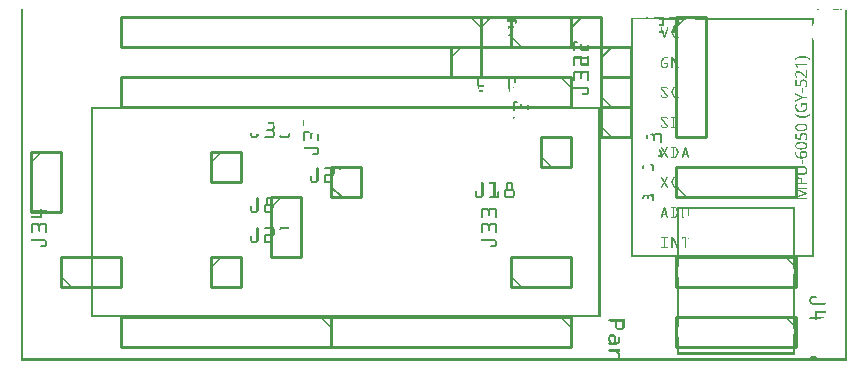
<source format=gto>
G04 MADE WITH FRITZING*
G04 WWW.FRITZING.ORG*
G04 DOUBLE SIDED*
G04 HOLES PLATED*
G04 CONTOUR ON CENTER OF CONTOUR VECTOR*
%ASAXBY*%
%FSLAX23Y23*%
%MOIN*%
%OFA0B0*%
%SFA1.0B1.0*%
%ADD10C,0.010000*%
%ADD11C,0.005000*%
%ADD12R,0.001000X0.001000*%
%LNSILK1*%
G90*
G70*
G54D10*
X2584Y145D02*
X2184Y145D01*
D02*
X2184Y145D02*
X2184Y45D01*
D02*
X2184Y45D02*
X2584Y45D01*
D02*
X2584Y45D02*
X2584Y145D01*
D02*
X2584Y345D02*
X2184Y345D01*
D02*
X2184Y345D02*
X2184Y245D01*
D02*
X2184Y245D02*
X2584Y245D01*
D02*
X2584Y245D02*
X2584Y345D01*
D02*
X2184Y545D02*
X2584Y545D01*
D02*
X2584Y545D02*
X2584Y645D01*
D02*
X2584Y645D02*
X2184Y645D01*
D02*
X2184Y645D02*
X2184Y545D01*
D02*
X2184Y1145D02*
X2184Y745D01*
D02*
X2184Y745D02*
X2284Y745D01*
D02*
X2284Y745D02*
X2284Y1145D01*
D02*
X2284Y1145D02*
X2184Y1145D01*
D02*
X1834Y145D02*
X1034Y145D01*
D02*
X1034Y145D02*
X1034Y45D01*
D02*
X1034Y45D02*
X1834Y45D01*
D02*
X1834Y45D02*
X1834Y145D01*
D02*
X634Y345D02*
X634Y245D01*
D02*
X634Y245D02*
X734Y245D01*
D02*
X734Y245D02*
X734Y345D01*
D02*
X734Y345D02*
X634Y345D01*
D02*
X1034Y145D02*
X334Y145D01*
D02*
X334Y145D02*
X334Y45D01*
D02*
X334Y45D02*
X1034Y45D01*
D02*
X1034Y45D02*
X1034Y145D01*
D02*
X1834Y945D02*
X334Y945D01*
D02*
X334Y945D02*
X334Y845D01*
D02*
X334Y845D02*
X1834Y845D01*
D02*
X1834Y845D02*
X1834Y945D01*
D02*
X1634Y1045D02*
X1834Y1045D01*
D02*
X1834Y1045D02*
X1834Y1145D01*
D02*
X1834Y1145D02*
X1634Y1145D01*
D02*
X1634Y1145D02*
X1634Y1045D01*
D02*
X34Y695D02*
X34Y495D01*
D02*
X34Y495D02*
X134Y495D01*
D02*
X134Y495D02*
X134Y695D01*
D02*
X134Y695D02*
X34Y695D01*
D02*
X1934Y1045D02*
X1934Y945D01*
D02*
X1934Y945D02*
X2034Y945D01*
D02*
X2034Y945D02*
X2034Y1045D01*
D02*
X2034Y1045D02*
X1934Y1045D01*
G54D11*
D02*
X1934Y1010D02*
X1969Y1045D01*
G54D10*
D02*
X1434Y1045D02*
X1434Y945D01*
D02*
X1434Y945D02*
X1534Y945D01*
D02*
X1534Y945D02*
X1534Y1045D01*
D02*
X1534Y1045D02*
X1434Y1045D01*
D02*
X1534Y1145D02*
X334Y1145D01*
D02*
X334Y1145D02*
X334Y1045D01*
D02*
X334Y1045D02*
X1534Y1045D01*
D02*
X1534Y1045D02*
X1534Y1145D01*
D02*
X1934Y845D02*
X2034Y845D01*
D02*
X2034Y845D02*
X2034Y945D01*
D02*
X2034Y945D02*
X1934Y945D01*
D02*
X1934Y945D02*
X1934Y845D01*
D02*
X1734Y645D02*
X1834Y645D01*
D02*
X1834Y645D02*
X1834Y745D01*
D02*
X1834Y745D02*
X1734Y745D01*
D02*
X1734Y745D02*
X1734Y645D01*
D02*
X1034Y545D02*
X1134Y545D01*
D02*
X1134Y545D02*
X1134Y645D01*
D02*
X1134Y645D02*
X1034Y645D01*
D02*
X1034Y645D02*
X1034Y545D01*
G54D11*
D02*
X1069Y545D02*
X1034Y580D01*
G54D10*
D02*
X1934Y745D02*
X2034Y745D01*
D02*
X2034Y745D02*
X2034Y845D01*
D02*
X2034Y845D02*
X1934Y845D01*
D02*
X1934Y845D02*
X1934Y745D01*
D02*
X834Y545D02*
X834Y345D01*
D02*
X834Y345D02*
X934Y345D01*
D02*
X934Y345D02*
X934Y545D01*
D02*
X934Y545D02*
X834Y545D01*
D02*
X1634Y245D02*
X1834Y245D01*
D02*
X1834Y245D02*
X1834Y345D01*
D02*
X1834Y345D02*
X1634Y345D01*
D02*
X1634Y345D02*
X1634Y245D01*
D02*
X134Y245D02*
X334Y245D01*
D02*
X334Y245D02*
X334Y345D01*
D02*
X334Y345D02*
X134Y345D01*
D02*
X134Y345D02*
X134Y245D01*
D02*
X634Y695D02*
X634Y595D01*
D02*
X634Y595D02*
X734Y595D01*
D02*
X734Y595D02*
X734Y695D01*
D02*
X734Y695D02*
X634Y695D01*
D02*
X1534Y1145D02*
X1534Y1045D01*
D02*
X1534Y1045D02*
X1634Y1045D01*
D02*
X1634Y1045D02*
X1634Y1145D01*
D02*
X1634Y1145D02*
X1534Y1145D01*
D02*
X1834Y1145D02*
X1834Y1045D01*
D02*
X1834Y1045D02*
X1934Y1045D01*
D02*
X1934Y1045D02*
X1934Y1145D01*
D02*
X1934Y1145D02*
X1834Y1145D01*
G54D11*
D02*
X1834Y1110D02*
X1869Y1145D01*
G54D12*
X0Y1173D02*
X7Y1173D01*
X2654Y1173D02*
X2660Y1173D01*
X2706Y1173D02*
X2738Y1173D01*
X0Y1172D02*
X7Y1172D01*
X2654Y1172D02*
X2660Y1172D01*
X2707Y1172D02*
X2730Y1172D01*
X2732Y1172D02*
X2738Y1172D01*
X0Y1171D02*
X7Y1171D01*
X2654Y1171D02*
X2659Y1171D01*
X2708Y1171D02*
X2728Y1171D01*
X2732Y1171D02*
X2737Y1171D01*
X0Y1170D02*
X7Y1170D01*
X2655Y1170D02*
X2659Y1170D01*
X2710Y1170D02*
X2726Y1170D01*
X2733Y1170D02*
X2736Y1170D01*
X0Y1169D02*
X7Y1169D01*
X2747Y1169D02*
X2754Y1169D01*
X0Y1168D02*
X7Y1168D01*
X2747Y1168D02*
X2754Y1168D01*
X0Y1167D02*
X7Y1167D01*
X2747Y1167D02*
X2754Y1167D01*
X0Y1166D02*
X7Y1166D01*
X2747Y1166D02*
X2754Y1166D01*
X0Y1165D02*
X7Y1165D01*
X2747Y1165D02*
X2754Y1165D01*
X0Y1164D02*
X7Y1164D01*
X2747Y1164D02*
X2754Y1164D01*
X0Y1163D02*
X7Y1163D01*
X2747Y1163D02*
X2754Y1163D01*
X0Y1162D02*
X7Y1162D01*
X2747Y1162D02*
X2754Y1162D01*
X0Y1161D02*
X7Y1161D01*
X2747Y1161D02*
X2754Y1161D01*
X0Y1160D02*
X7Y1160D01*
X2747Y1160D02*
X2754Y1160D01*
X0Y1159D02*
X7Y1159D01*
X2747Y1159D02*
X2754Y1159D01*
X0Y1158D02*
X7Y1158D01*
X2747Y1158D02*
X2754Y1158D01*
X0Y1157D02*
X7Y1157D01*
X2747Y1157D02*
X2754Y1157D01*
X0Y1156D02*
X7Y1156D01*
X2747Y1156D02*
X2754Y1156D01*
X0Y1155D02*
X7Y1155D01*
X2747Y1155D02*
X2754Y1155D01*
X0Y1154D02*
X7Y1154D01*
X2747Y1154D02*
X2754Y1154D01*
X0Y1153D02*
X7Y1153D01*
X2747Y1153D02*
X2754Y1153D01*
X0Y1152D02*
X7Y1152D01*
X2747Y1152D02*
X2754Y1152D01*
X0Y1151D02*
X7Y1151D01*
X2747Y1151D02*
X2754Y1151D01*
X0Y1150D02*
X7Y1150D01*
X2747Y1150D02*
X2754Y1150D01*
X0Y1149D02*
X7Y1149D01*
X2747Y1149D02*
X2754Y1149D01*
X0Y1148D02*
X7Y1148D01*
X2747Y1148D02*
X2754Y1148D01*
X0Y1147D02*
X7Y1147D01*
X1500Y1147D02*
X1500Y1147D01*
X1566Y1147D02*
X1566Y1147D01*
X2216Y1147D02*
X2216Y1147D01*
X2747Y1147D02*
X2754Y1147D01*
X0Y1146D02*
X7Y1146D01*
X1499Y1146D02*
X1501Y1146D01*
X1565Y1146D02*
X1567Y1146D01*
X2215Y1146D02*
X2217Y1146D01*
X2747Y1146D02*
X2754Y1146D01*
X0Y1145D02*
X7Y1145D01*
X1498Y1145D02*
X1502Y1145D01*
X1564Y1145D02*
X1568Y1145D01*
X2087Y1145D02*
X2090Y1145D01*
X2113Y1145D02*
X2141Y1145D01*
X2163Y1145D02*
X2195Y1145D01*
X2214Y1145D02*
X2218Y1145D01*
X2747Y1145D02*
X2754Y1145D01*
X0Y1144D02*
X7Y1144D01*
X1497Y1144D02*
X1503Y1144D01*
X1563Y1144D02*
X1569Y1144D01*
X2086Y1144D02*
X2091Y1144D01*
X2112Y1144D02*
X2143Y1144D01*
X2162Y1144D02*
X2195Y1144D01*
X2213Y1144D02*
X2219Y1144D01*
X2747Y1144D02*
X2754Y1144D01*
X0Y1143D02*
X7Y1143D01*
X1498Y1143D02*
X1504Y1143D01*
X1562Y1143D02*
X1569Y1143D01*
X2034Y1143D02*
X2645Y1143D01*
X2747Y1143D02*
X2754Y1143D01*
X0Y1142D02*
X7Y1142D01*
X1499Y1142D02*
X1505Y1142D01*
X1561Y1142D02*
X1568Y1142D01*
X2034Y1142D02*
X2645Y1142D01*
X2747Y1142D02*
X2754Y1142D01*
X0Y1141D02*
X7Y1141D01*
X1500Y1141D02*
X1506Y1141D01*
X1560Y1141D02*
X1567Y1141D01*
X2034Y1141D02*
X2645Y1141D01*
X2747Y1141D02*
X2754Y1141D01*
X0Y1140D02*
X7Y1140D01*
X1501Y1140D02*
X1507Y1140D01*
X1559Y1140D02*
X1566Y1140D01*
X2034Y1140D02*
X2645Y1140D01*
X2747Y1140D02*
X2754Y1140D01*
X0Y1139D02*
X7Y1139D01*
X1502Y1139D02*
X1508Y1139D01*
X1558Y1139D02*
X1565Y1139D01*
X2034Y1139D02*
X2039Y1139D01*
X2128Y1139D02*
X2225Y1139D01*
X2241Y1139D02*
X2645Y1139D01*
X2747Y1139D02*
X2754Y1139D01*
X0Y1138D02*
X7Y1138D01*
X1503Y1138D02*
X1509Y1138D01*
X1557Y1138D02*
X1564Y1138D01*
X2034Y1138D02*
X2039Y1138D01*
X2128Y1138D02*
X2221Y1138D01*
X2245Y1138D02*
X2645Y1138D01*
X2747Y1138D02*
X2754Y1138D01*
X0Y1137D02*
X7Y1137D01*
X1504Y1137D02*
X1510Y1137D01*
X1556Y1137D02*
X1563Y1137D01*
X1621Y1137D02*
X1649Y1137D01*
X2034Y1137D02*
X2039Y1137D01*
X2128Y1137D02*
X2217Y1137D01*
X2249Y1137D02*
X2645Y1137D01*
X2747Y1137D02*
X2754Y1137D01*
X0Y1136D02*
X7Y1136D01*
X1505Y1136D02*
X1511Y1136D01*
X1555Y1136D02*
X1562Y1136D01*
X1620Y1136D02*
X1651Y1136D01*
X2034Y1136D02*
X2039Y1136D01*
X2128Y1136D02*
X2215Y1136D01*
X2251Y1136D02*
X2645Y1136D01*
X2747Y1136D02*
X2754Y1136D01*
X0Y1135D02*
X7Y1135D01*
X1506Y1135D02*
X1512Y1135D01*
X1554Y1135D02*
X1561Y1135D01*
X1620Y1135D02*
X1652Y1135D01*
X2034Y1135D02*
X2039Y1135D01*
X2139Y1135D02*
X2145Y1135D01*
X2189Y1135D02*
X2195Y1135D01*
X2204Y1135D02*
X2210Y1135D01*
X2638Y1135D02*
X2645Y1135D01*
X2747Y1135D02*
X2754Y1135D01*
X0Y1134D02*
X7Y1134D01*
X1507Y1134D02*
X1513Y1134D01*
X1553Y1134D02*
X1560Y1134D01*
X1620Y1134D02*
X1652Y1134D01*
X2034Y1134D02*
X2039Y1134D01*
X2139Y1134D02*
X2145Y1134D01*
X2189Y1134D02*
X2195Y1134D01*
X2203Y1134D02*
X2209Y1134D01*
X2638Y1134D02*
X2645Y1134D01*
X2747Y1134D02*
X2754Y1134D01*
X0Y1133D02*
X7Y1133D01*
X1508Y1133D02*
X1514Y1133D01*
X1552Y1133D02*
X1559Y1133D01*
X1620Y1133D02*
X1653Y1133D01*
X2034Y1133D02*
X2039Y1133D01*
X2139Y1133D02*
X2145Y1133D01*
X2189Y1133D02*
X2195Y1133D01*
X2202Y1133D02*
X2208Y1133D01*
X2638Y1133D02*
X2645Y1133D01*
X2747Y1133D02*
X2754Y1133D01*
X0Y1132D02*
X7Y1132D01*
X1509Y1132D02*
X1515Y1132D01*
X1551Y1132D02*
X1558Y1132D01*
X1621Y1132D02*
X1653Y1132D01*
X2034Y1132D02*
X2039Y1132D01*
X2139Y1132D02*
X2145Y1132D01*
X2189Y1132D02*
X2195Y1132D01*
X2201Y1132D02*
X2207Y1132D01*
X2638Y1132D02*
X2645Y1132D01*
X2747Y1132D02*
X2754Y1132D01*
X0Y1131D02*
X7Y1131D01*
X1510Y1131D02*
X1516Y1131D01*
X1550Y1131D02*
X1557Y1131D01*
X1622Y1131D02*
X1653Y1131D01*
X2034Y1131D02*
X2039Y1131D01*
X2139Y1131D02*
X2145Y1131D01*
X2189Y1131D02*
X2195Y1131D01*
X2200Y1131D02*
X2206Y1131D01*
X2638Y1131D02*
X2645Y1131D01*
X2747Y1131D02*
X2754Y1131D01*
X0Y1130D02*
X7Y1130D01*
X1511Y1130D02*
X1517Y1130D01*
X1550Y1130D02*
X1555Y1130D01*
X1647Y1130D02*
X1653Y1130D01*
X2034Y1130D02*
X2039Y1130D01*
X2139Y1130D02*
X2145Y1130D01*
X2189Y1130D02*
X2195Y1130D01*
X2199Y1130D02*
X2205Y1130D01*
X2638Y1130D02*
X2645Y1130D01*
X2747Y1130D02*
X2754Y1130D01*
X0Y1129D02*
X7Y1129D01*
X1513Y1129D02*
X1518Y1129D01*
X1549Y1129D02*
X1554Y1129D01*
X1647Y1129D02*
X1653Y1129D01*
X2034Y1129D02*
X2039Y1129D01*
X2139Y1129D02*
X2145Y1129D01*
X2189Y1129D02*
X2195Y1129D01*
X2198Y1129D02*
X2204Y1129D01*
X2638Y1129D02*
X2645Y1129D01*
X2747Y1129D02*
X2754Y1129D01*
X0Y1128D02*
X7Y1128D01*
X1514Y1128D02*
X1519Y1128D01*
X1548Y1128D02*
X1553Y1128D01*
X1647Y1128D02*
X1653Y1128D01*
X2034Y1128D02*
X2039Y1128D01*
X2139Y1128D02*
X2145Y1128D01*
X2189Y1128D02*
X2195Y1128D01*
X2197Y1128D02*
X2203Y1128D01*
X2638Y1128D02*
X2645Y1128D01*
X2747Y1128D02*
X2754Y1128D01*
X0Y1127D02*
X7Y1127D01*
X1515Y1127D02*
X1520Y1127D01*
X1547Y1127D02*
X1552Y1127D01*
X1647Y1127D02*
X1652Y1127D01*
X2034Y1127D02*
X2039Y1127D01*
X2139Y1127D02*
X2145Y1127D01*
X2189Y1127D02*
X2202Y1127D01*
X2638Y1127D02*
X2645Y1127D01*
X2747Y1127D02*
X2754Y1127D01*
X0Y1126D02*
X7Y1126D01*
X1516Y1126D02*
X1521Y1126D01*
X1546Y1126D02*
X1551Y1126D01*
X1647Y1126D02*
X1651Y1126D01*
X2034Y1126D02*
X2039Y1126D01*
X2139Y1126D02*
X2145Y1126D01*
X2189Y1126D02*
X2201Y1126D01*
X2638Y1126D02*
X2645Y1126D01*
X2747Y1126D02*
X2754Y1126D01*
X0Y1125D02*
X7Y1125D01*
X1517Y1125D02*
X1522Y1125D01*
X1545Y1125D02*
X1550Y1125D01*
X1647Y1125D02*
X1650Y1125D01*
X2034Y1125D02*
X2039Y1125D01*
X2139Y1125D02*
X2145Y1125D01*
X2188Y1125D02*
X2200Y1125D01*
X2638Y1125D02*
X2644Y1125D01*
X2747Y1125D02*
X2754Y1125D01*
X0Y1124D02*
X7Y1124D01*
X1517Y1124D02*
X1523Y1124D01*
X1544Y1124D02*
X1549Y1124D01*
X1647Y1124D02*
X1649Y1124D01*
X2034Y1124D02*
X2039Y1124D01*
X2139Y1124D02*
X2145Y1124D01*
X2187Y1124D02*
X2199Y1124D01*
X2638Y1124D02*
X2643Y1124D01*
X2747Y1124D02*
X2754Y1124D01*
X0Y1123D02*
X7Y1123D01*
X1518Y1123D02*
X1524Y1123D01*
X1543Y1123D02*
X1548Y1123D01*
X1647Y1123D02*
X1648Y1123D01*
X2034Y1123D02*
X2039Y1123D01*
X2139Y1123D02*
X2145Y1123D01*
X2186Y1123D02*
X2198Y1123D01*
X2638Y1123D02*
X2643Y1123D01*
X2747Y1123D02*
X2754Y1123D01*
X0Y1122D02*
X7Y1122D01*
X1519Y1122D02*
X1525Y1122D01*
X1542Y1122D02*
X1548Y1122D01*
X1647Y1122D02*
X1648Y1122D01*
X2034Y1122D02*
X2039Y1122D01*
X2139Y1122D02*
X2145Y1122D01*
X2185Y1122D02*
X2197Y1122D01*
X2638Y1122D02*
X2642Y1122D01*
X2747Y1122D02*
X2754Y1122D01*
X0Y1121D02*
X7Y1121D01*
X1520Y1121D02*
X1526Y1121D01*
X1541Y1121D02*
X1547Y1121D01*
X1647Y1121D02*
X1647Y1121D01*
X2034Y1121D02*
X2039Y1121D01*
X2128Y1121D02*
X2145Y1121D01*
X2184Y1121D02*
X2196Y1121D01*
X2638Y1121D02*
X2641Y1121D01*
X2747Y1121D02*
X2754Y1121D01*
X0Y1120D02*
X7Y1120D01*
X1521Y1120D02*
X1527Y1120D01*
X1540Y1120D02*
X1546Y1120D01*
X2034Y1120D02*
X2039Y1120D01*
X2128Y1120D02*
X2145Y1120D01*
X2182Y1120D02*
X2195Y1120D01*
X2638Y1120D02*
X2641Y1120D01*
X2747Y1120D02*
X2754Y1120D01*
X0Y1119D02*
X7Y1119D01*
X1522Y1119D02*
X1528Y1119D01*
X1539Y1119D02*
X1545Y1119D01*
X2034Y1119D02*
X2039Y1119D01*
X2128Y1119D02*
X2144Y1119D01*
X2181Y1119D02*
X2194Y1119D01*
X2638Y1119D02*
X2640Y1119D01*
X2747Y1119D02*
X2754Y1119D01*
X0Y1118D02*
X7Y1118D01*
X1523Y1118D02*
X1529Y1118D01*
X1538Y1118D02*
X1544Y1118D01*
X2034Y1118D02*
X2039Y1118D01*
X2128Y1118D02*
X2144Y1118D01*
X2180Y1118D02*
X2193Y1118D01*
X2638Y1118D02*
X2640Y1118D01*
X2747Y1118D02*
X2754Y1118D01*
X0Y1117D02*
X7Y1117D01*
X1524Y1117D02*
X1530Y1117D01*
X1537Y1117D02*
X1543Y1117D01*
X2034Y1117D02*
X2039Y1117D01*
X2128Y1117D02*
X2143Y1117D01*
X2179Y1117D02*
X2192Y1117D01*
X2638Y1117D02*
X2639Y1117D01*
X2747Y1117D02*
X2754Y1117D01*
X0Y1116D02*
X7Y1116D01*
X1525Y1116D02*
X1531Y1116D01*
X1536Y1116D02*
X1542Y1116D01*
X1844Y1116D02*
X1844Y1116D01*
X2034Y1116D02*
X2039Y1116D01*
X2128Y1116D02*
X2142Y1116D01*
X2178Y1116D02*
X2191Y1116D01*
X2638Y1116D02*
X2639Y1116D01*
X2747Y1116D02*
X2754Y1116D01*
X0Y1115D02*
X7Y1115D01*
X1526Y1115D02*
X1532Y1115D01*
X1535Y1115D02*
X1541Y1115D01*
X1842Y1115D02*
X1843Y1115D01*
X2034Y1115D02*
X2039Y1115D01*
X2177Y1115D02*
X2190Y1115D01*
X2638Y1115D02*
X2638Y1115D01*
X2747Y1115D02*
X2754Y1115D01*
X0Y1114D02*
X7Y1114D01*
X1527Y1114D02*
X1540Y1114D01*
X1625Y1114D02*
X1643Y1114D01*
X1842Y1114D02*
X1843Y1114D01*
X2034Y1114D02*
X2039Y1114D01*
X2176Y1114D02*
X2189Y1114D01*
X2638Y1114D02*
X2638Y1114D01*
X2747Y1114D02*
X2754Y1114D01*
X0Y1113D02*
X7Y1113D01*
X1528Y1113D02*
X1539Y1113D01*
X1624Y1113D02*
X1642Y1113D01*
X1842Y1113D02*
X1842Y1113D01*
X2034Y1113D02*
X2039Y1113D01*
X2135Y1113D02*
X2137Y1113D01*
X2154Y1113D02*
X2156Y1113D01*
X2176Y1113D02*
X2191Y1113D01*
X2747Y1113D02*
X2754Y1113D01*
X0Y1112D02*
X7Y1112D01*
X1529Y1112D02*
X1538Y1112D01*
X1625Y1112D02*
X1642Y1112D01*
X1842Y1112D02*
X1842Y1112D01*
X2034Y1112D02*
X2039Y1112D01*
X2134Y1112D02*
X2137Y1112D01*
X2153Y1112D02*
X2157Y1112D01*
X2176Y1112D02*
X2192Y1112D01*
X2747Y1112D02*
X2754Y1112D01*
X0Y1111D02*
X7Y1111D01*
X1530Y1111D02*
X1537Y1111D01*
X1625Y1111D02*
X1642Y1111D01*
X2034Y1111D02*
X2039Y1111D01*
X2134Y1111D02*
X2138Y1111D01*
X2153Y1111D02*
X2157Y1111D01*
X2176Y1111D02*
X2191Y1111D01*
X2747Y1111D02*
X2754Y1111D01*
X0Y1110D02*
X7Y1110D01*
X1531Y1110D02*
X1532Y1110D01*
X1535Y1110D02*
X1536Y1110D01*
X1625Y1110D02*
X1641Y1110D01*
X2034Y1110D02*
X2039Y1110D01*
X2134Y1110D02*
X2138Y1110D01*
X2153Y1110D02*
X2157Y1110D01*
X2175Y1110D02*
X2191Y1110D01*
X2747Y1110D02*
X2754Y1110D01*
X0Y1109D02*
X7Y1109D01*
X1626Y1109D02*
X1641Y1109D01*
X2034Y1109D02*
X2039Y1109D01*
X2134Y1109D02*
X2138Y1109D01*
X2153Y1109D02*
X2157Y1109D01*
X2175Y1109D02*
X2191Y1109D01*
X2747Y1109D02*
X2754Y1109D01*
X0Y1108D02*
X7Y1108D01*
X1626Y1108D02*
X1641Y1108D01*
X2034Y1108D02*
X2039Y1108D01*
X2134Y1108D02*
X2138Y1108D01*
X2153Y1108D02*
X2157Y1108D01*
X2174Y1108D02*
X2182Y1108D01*
X2747Y1108D02*
X2754Y1108D01*
X0Y1107D02*
X7Y1107D01*
X1626Y1107D02*
X1626Y1107D01*
X2034Y1107D02*
X2039Y1107D01*
X2134Y1107D02*
X2138Y1107D01*
X2153Y1107D02*
X2157Y1107D01*
X2174Y1107D02*
X2182Y1107D01*
X2747Y1107D02*
X2754Y1107D01*
X0Y1106D02*
X7Y1106D01*
X1626Y1106D02*
X1626Y1106D01*
X2034Y1106D02*
X2039Y1106D01*
X2134Y1106D02*
X2138Y1106D01*
X2153Y1106D02*
X2157Y1106D01*
X2173Y1106D02*
X2182Y1106D01*
X2747Y1106D02*
X2754Y1106D01*
X0Y1105D02*
X7Y1105D01*
X2034Y1105D02*
X2039Y1105D01*
X2134Y1105D02*
X2138Y1105D01*
X2153Y1105D02*
X2157Y1105D01*
X2173Y1105D02*
X2182Y1105D01*
X2747Y1105D02*
X2754Y1105D01*
X0Y1104D02*
X7Y1104D01*
X2034Y1104D02*
X2039Y1104D01*
X2134Y1104D02*
X2138Y1104D01*
X2153Y1104D02*
X2157Y1104D01*
X2172Y1104D02*
X2182Y1104D01*
X2747Y1104D02*
X2754Y1104D01*
X0Y1103D02*
X7Y1103D01*
X2034Y1103D02*
X2039Y1103D01*
X2134Y1103D02*
X2138Y1103D01*
X2153Y1103D02*
X2157Y1103D01*
X2172Y1103D02*
X2182Y1103D01*
X2747Y1103D02*
X2754Y1103D01*
X0Y1102D02*
X7Y1102D01*
X2034Y1102D02*
X2039Y1102D01*
X2134Y1102D02*
X2138Y1102D01*
X2152Y1102D02*
X2157Y1102D01*
X2171Y1102D02*
X2182Y1102D01*
X2747Y1102D02*
X2754Y1102D01*
X0Y1101D02*
X7Y1101D01*
X2034Y1101D02*
X2039Y1101D01*
X2134Y1101D02*
X2139Y1101D01*
X2152Y1101D02*
X2156Y1101D01*
X2171Y1101D02*
X2182Y1101D01*
X2747Y1101D02*
X2754Y1101D01*
X0Y1100D02*
X7Y1100D01*
X2034Y1100D02*
X2039Y1100D01*
X2135Y1100D02*
X2139Y1100D01*
X2152Y1100D02*
X2156Y1100D01*
X2170Y1100D02*
X2182Y1100D01*
X2747Y1100D02*
X2754Y1100D01*
X0Y1099D02*
X7Y1099D01*
X2034Y1099D02*
X2039Y1099D01*
X2135Y1099D02*
X2139Y1099D01*
X2151Y1099D02*
X2156Y1099D01*
X2170Y1099D02*
X2174Y1099D01*
X2176Y1099D02*
X2182Y1099D01*
X2747Y1099D02*
X2754Y1099D01*
X0Y1098D02*
X7Y1098D01*
X2034Y1098D02*
X2039Y1098D01*
X2128Y1098D02*
X2143Y1098D01*
X2151Y1098D02*
X2155Y1098D01*
X2169Y1098D02*
X2174Y1098D01*
X2176Y1098D02*
X2182Y1098D01*
X2747Y1098D02*
X2754Y1098D01*
X0Y1097D02*
X7Y1097D01*
X2034Y1097D02*
X2039Y1097D01*
X2128Y1097D02*
X2144Y1097D01*
X2151Y1097D02*
X2155Y1097D01*
X2169Y1097D02*
X2173Y1097D01*
X2176Y1097D02*
X2182Y1097D01*
X2747Y1097D02*
X2754Y1097D01*
X0Y1096D02*
X7Y1096D01*
X2034Y1096D02*
X2039Y1096D01*
X2128Y1096D02*
X2145Y1096D01*
X2150Y1096D02*
X2154Y1096D01*
X2169Y1096D02*
X2173Y1096D01*
X2176Y1096D02*
X2182Y1096D01*
X2747Y1096D02*
X2754Y1096D01*
X0Y1095D02*
X7Y1095D01*
X2034Y1095D02*
X2039Y1095D01*
X2128Y1095D02*
X2145Y1095D01*
X2150Y1095D02*
X2154Y1095D01*
X2169Y1095D02*
X2173Y1095D01*
X2176Y1095D02*
X2182Y1095D01*
X2747Y1095D02*
X2754Y1095D01*
X0Y1094D02*
X7Y1094D01*
X2034Y1094D02*
X2039Y1094D01*
X2128Y1094D02*
X2145Y1094D01*
X2149Y1094D02*
X2154Y1094D01*
X2169Y1094D02*
X2173Y1094D01*
X2176Y1094D02*
X2181Y1094D01*
X2747Y1094D02*
X2754Y1094D01*
X0Y1093D02*
X7Y1093D01*
X2034Y1093D02*
X2039Y1093D01*
X2128Y1093D02*
X2145Y1093D01*
X2149Y1093D02*
X2153Y1093D01*
X2169Y1093D02*
X2173Y1093D01*
X2176Y1093D02*
X2181Y1093D01*
X2747Y1093D02*
X2754Y1093D01*
X0Y1092D02*
X7Y1092D01*
X2034Y1092D02*
X2039Y1092D01*
X2128Y1092D02*
X2143Y1092D01*
X2149Y1092D02*
X2153Y1092D01*
X2169Y1092D02*
X2173Y1092D01*
X2177Y1092D02*
X2180Y1092D01*
X2747Y1092D02*
X2754Y1092D01*
X0Y1091D02*
X7Y1091D01*
X2034Y1091D02*
X2039Y1091D01*
X2138Y1091D02*
X2142Y1091D01*
X2148Y1091D02*
X2152Y1091D01*
X2170Y1091D02*
X2174Y1091D01*
X2747Y1091D02*
X2754Y1091D01*
X0Y1090D02*
X7Y1090D01*
X1627Y1090D02*
X1639Y1090D01*
X2034Y1090D02*
X2039Y1090D01*
X2139Y1090D02*
X2143Y1090D01*
X2148Y1090D02*
X2152Y1090D01*
X2170Y1090D02*
X2174Y1090D01*
X2747Y1090D02*
X2754Y1090D01*
X0Y1089D02*
X7Y1089D01*
X1627Y1089D02*
X1639Y1089D01*
X2034Y1089D02*
X2039Y1089D01*
X2139Y1089D02*
X2143Y1089D01*
X2147Y1089D02*
X2152Y1089D01*
X2170Y1089D02*
X2175Y1089D01*
X2747Y1089D02*
X2754Y1089D01*
X0Y1088D02*
X7Y1088D01*
X1627Y1088D02*
X1640Y1088D01*
X2034Y1088D02*
X2039Y1088D01*
X2139Y1088D02*
X2144Y1088D01*
X2147Y1088D02*
X2151Y1088D01*
X2171Y1088D02*
X2175Y1088D01*
X2747Y1088D02*
X2754Y1088D01*
X0Y1087D02*
X7Y1087D01*
X1627Y1087D02*
X1640Y1087D01*
X2034Y1087D02*
X2039Y1087D01*
X2140Y1087D02*
X2144Y1087D01*
X2147Y1087D02*
X2151Y1087D01*
X2171Y1087D02*
X2176Y1087D01*
X2747Y1087D02*
X2754Y1087D01*
X0Y1086D02*
X7Y1086D01*
X1627Y1086D02*
X1640Y1086D01*
X2034Y1086D02*
X2039Y1086D01*
X2140Y1086D02*
X2144Y1086D01*
X2146Y1086D02*
X2151Y1086D01*
X2172Y1086D02*
X2176Y1086D01*
X2747Y1086D02*
X2754Y1086D01*
X0Y1085D02*
X7Y1085D01*
X1626Y1085D02*
X1640Y1085D01*
X2034Y1085D02*
X2039Y1085D01*
X2140Y1085D02*
X2150Y1085D01*
X2172Y1085D02*
X2177Y1085D01*
X2747Y1085D02*
X2754Y1085D01*
X0Y1084D02*
X7Y1084D01*
X1626Y1084D02*
X1640Y1084D01*
X2034Y1084D02*
X2039Y1084D01*
X2141Y1084D02*
X2150Y1084D01*
X2173Y1084D02*
X2177Y1084D01*
X2747Y1084D02*
X2754Y1084D01*
X0Y1083D02*
X7Y1083D01*
X2034Y1083D02*
X2039Y1083D01*
X2141Y1083D02*
X2149Y1083D01*
X2173Y1083D02*
X2178Y1083D01*
X2747Y1083D02*
X2754Y1083D01*
X0Y1082D02*
X7Y1082D01*
X1635Y1082D02*
X1635Y1082D01*
X2034Y1082D02*
X2039Y1082D01*
X2142Y1082D02*
X2149Y1082D01*
X2174Y1082D02*
X2178Y1082D01*
X2747Y1082D02*
X2754Y1082D01*
X0Y1081D02*
X7Y1081D01*
X1634Y1081D02*
X1636Y1081D01*
X2034Y1081D02*
X2039Y1081D01*
X2142Y1081D02*
X2149Y1081D01*
X2174Y1081D02*
X2179Y1081D01*
X2747Y1081D02*
X2754Y1081D01*
X0Y1080D02*
X7Y1080D01*
X1633Y1080D02*
X1637Y1080D01*
X2034Y1080D02*
X2039Y1080D01*
X2142Y1080D02*
X2148Y1080D01*
X2175Y1080D02*
X2191Y1080D01*
X2747Y1080D02*
X2754Y1080D01*
X0Y1079D02*
X7Y1079D01*
X1632Y1079D02*
X1638Y1079D01*
X2034Y1079D02*
X2039Y1079D01*
X2143Y1079D02*
X2148Y1079D01*
X2176Y1079D02*
X2192Y1079D01*
X2747Y1079D02*
X2754Y1079D01*
X0Y1078D02*
X7Y1078D01*
X1633Y1078D02*
X1639Y1078D01*
X2034Y1078D02*
X2039Y1078D01*
X2143Y1078D02*
X2147Y1078D01*
X2176Y1078D02*
X2192Y1078D01*
X2638Y1078D02*
X2638Y1078D01*
X2747Y1078D02*
X2754Y1078D01*
X0Y1077D02*
X7Y1077D01*
X1634Y1077D02*
X1640Y1077D01*
X2034Y1077D02*
X2039Y1077D01*
X2144Y1077D02*
X2147Y1077D01*
X2178Y1077D02*
X2192Y1077D01*
X2638Y1077D02*
X2638Y1077D01*
X2747Y1077D02*
X2754Y1077D01*
X0Y1076D02*
X7Y1076D01*
X1635Y1076D02*
X1641Y1076D01*
X2034Y1076D02*
X2039Y1076D01*
X2145Y1076D02*
X2146Y1076D01*
X2180Y1076D02*
X2191Y1076D01*
X2638Y1076D02*
X2638Y1076D01*
X2747Y1076D02*
X2754Y1076D01*
X0Y1075D02*
X7Y1075D01*
X1636Y1075D02*
X1642Y1075D01*
X2034Y1075D02*
X2039Y1075D01*
X2638Y1075D02*
X2639Y1075D01*
X2747Y1075D02*
X2754Y1075D01*
X0Y1074D02*
X7Y1074D01*
X1637Y1074D02*
X1643Y1074D01*
X2034Y1074D02*
X2039Y1074D01*
X2638Y1074D02*
X2639Y1074D01*
X2747Y1074D02*
X2754Y1074D01*
X0Y1073D02*
X7Y1073D01*
X1638Y1073D02*
X1644Y1073D01*
X2034Y1073D02*
X2039Y1073D01*
X2638Y1073D02*
X2640Y1073D01*
X2747Y1073D02*
X2754Y1073D01*
X0Y1072D02*
X7Y1072D01*
X1639Y1072D02*
X1645Y1072D01*
X2034Y1072D02*
X2039Y1072D01*
X2638Y1072D02*
X2640Y1072D01*
X2747Y1072D02*
X2754Y1072D01*
X0Y1071D02*
X7Y1071D01*
X1640Y1071D02*
X1646Y1071D01*
X2034Y1071D02*
X2039Y1071D01*
X2638Y1071D02*
X2641Y1071D01*
X2747Y1071D02*
X2754Y1071D01*
X0Y1070D02*
X7Y1070D01*
X1641Y1070D02*
X1647Y1070D01*
X2034Y1070D02*
X2039Y1070D01*
X2638Y1070D02*
X2642Y1070D01*
X2747Y1070D02*
X2754Y1070D01*
X0Y1069D02*
X7Y1069D01*
X1642Y1069D02*
X1648Y1069D01*
X2034Y1069D02*
X2039Y1069D01*
X2638Y1069D02*
X2642Y1069D01*
X2747Y1069D02*
X2754Y1069D01*
X0Y1068D02*
X7Y1068D01*
X1643Y1068D02*
X1649Y1068D01*
X2034Y1068D02*
X2039Y1068D01*
X2638Y1068D02*
X2643Y1068D01*
X2747Y1068D02*
X2754Y1068D01*
X0Y1067D02*
X7Y1067D01*
X1644Y1067D02*
X1650Y1067D01*
X2034Y1067D02*
X2039Y1067D01*
X2638Y1067D02*
X2644Y1067D01*
X2747Y1067D02*
X2754Y1067D01*
X0Y1066D02*
X7Y1066D01*
X1645Y1066D02*
X1650Y1066D01*
X1847Y1066D02*
X1850Y1066D01*
X2034Y1066D02*
X2039Y1066D01*
X2638Y1066D02*
X2644Y1066D01*
X2747Y1066D02*
X2754Y1066D01*
X0Y1065D02*
X7Y1065D01*
X1646Y1065D02*
X1651Y1065D01*
X1845Y1065D02*
X1851Y1065D01*
X2034Y1065D02*
X2039Y1065D01*
X2638Y1065D02*
X2645Y1065D01*
X2747Y1065D02*
X2754Y1065D01*
X0Y1064D02*
X7Y1064D01*
X1647Y1064D02*
X1652Y1064D01*
X1844Y1064D02*
X1852Y1064D01*
X2034Y1064D02*
X2039Y1064D01*
X2638Y1064D02*
X2645Y1064D01*
X2747Y1064D02*
X2754Y1064D01*
X0Y1063D02*
X7Y1063D01*
X1648Y1063D02*
X1653Y1063D01*
X1843Y1063D02*
X1853Y1063D01*
X2034Y1063D02*
X2039Y1063D01*
X2638Y1063D02*
X2645Y1063D01*
X2747Y1063D02*
X2754Y1063D01*
X0Y1062D02*
X7Y1062D01*
X1649Y1062D02*
X1655Y1062D01*
X1842Y1062D02*
X1854Y1062D01*
X2034Y1062D02*
X2039Y1062D01*
X2638Y1062D02*
X2645Y1062D01*
X2747Y1062D02*
X2754Y1062D01*
X0Y1061D02*
X7Y1061D01*
X1650Y1061D02*
X1656Y1061D01*
X1842Y1061D02*
X1856Y1061D01*
X2034Y1061D02*
X2039Y1061D01*
X2638Y1061D02*
X2645Y1061D01*
X2747Y1061D02*
X2754Y1061D01*
X0Y1060D02*
X7Y1060D01*
X1651Y1060D02*
X1657Y1060D01*
X1842Y1060D02*
X1857Y1060D01*
X2034Y1060D02*
X2039Y1060D01*
X2638Y1060D02*
X2645Y1060D01*
X2747Y1060D02*
X2754Y1060D01*
X0Y1059D02*
X7Y1059D01*
X1652Y1059D02*
X1658Y1059D01*
X1842Y1059D02*
X1848Y1059D01*
X2034Y1059D02*
X2039Y1059D01*
X2638Y1059D02*
X2645Y1059D01*
X2747Y1059D02*
X2754Y1059D01*
X0Y1058D02*
X7Y1058D01*
X1653Y1058D02*
X1659Y1058D01*
X1842Y1058D02*
X1848Y1058D01*
X2034Y1058D02*
X2039Y1058D01*
X2638Y1058D02*
X2645Y1058D01*
X2747Y1058D02*
X2754Y1058D01*
X0Y1057D02*
X7Y1057D01*
X1654Y1057D02*
X1660Y1057D01*
X1842Y1057D02*
X1848Y1057D01*
X2034Y1057D02*
X2039Y1057D01*
X2638Y1057D02*
X2645Y1057D01*
X2747Y1057D02*
X2754Y1057D01*
X0Y1056D02*
X7Y1056D01*
X1655Y1056D02*
X1661Y1056D01*
X1842Y1056D02*
X1848Y1056D01*
X2034Y1056D02*
X2039Y1056D01*
X2638Y1056D02*
X2645Y1056D01*
X2747Y1056D02*
X2754Y1056D01*
X0Y1055D02*
X7Y1055D01*
X1656Y1055D02*
X1662Y1055D01*
X1842Y1055D02*
X1848Y1055D01*
X1865Y1055D02*
X1866Y1055D01*
X2034Y1055D02*
X2039Y1055D01*
X2638Y1055D02*
X2645Y1055D01*
X2747Y1055D02*
X2754Y1055D01*
X0Y1054D02*
X7Y1054D01*
X1657Y1054D02*
X1663Y1054D01*
X1842Y1054D02*
X1848Y1054D01*
X1865Y1054D02*
X1869Y1054D01*
X2034Y1054D02*
X2039Y1054D01*
X2638Y1054D02*
X2645Y1054D01*
X2747Y1054D02*
X2754Y1054D01*
X0Y1053D02*
X7Y1053D01*
X1658Y1053D02*
X1664Y1053D01*
X1842Y1053D02*
X1848Y1053D01*
X1865Y1053D02*
X1871Y1053D01*
X1894Y1053D02*
X1895Y1053D01*
X2034Y1053D02*
X2039Y1053D01*
X2638Y1053D02*
X2645Y1053D01*
X2747Y1053D02*
X2754Y1053D01*
X0Y1052D02*
X7Y1052D01*
X1659Y1052D02*
X1665Y1052D01*
X1842Y1052D02*
X1848Y1052D01*
X1865Y1052D02*
X1871Y1052D01*
X1889Y1052D02*
X1895Y1052D01*
X2034Y1052D02*
X2039Y1052D01*
X2638Y1052D02*
X2645Y1052D01*
X2747Y1052D02*
X2754Y1052D01*
X0Y1051D02*
X7Y1051D01*
X1660Y1051D02*
X1666Y1051D01*
X1842Y1051D02*
X1848Y1051D01*
X1865Y1051D02*
X1871Y1051D01*
X1889Y1051D02*
X1895Y1051D01*
X2034Y1051D02*
X2041Y1051D01*
X2638Y1051D02*
X2645Y1051D01*
X2747Y1051D02*
X2754Y1051D01*
X0Y1050D02*
X7Y1050D01*
X1661Y1050D02*
X1667Y1050D01*
X1842Y1050D02*
X1848Y1050D01*
X1865Y1050D02*
X1871Y1050D01*
X1889Y1050D02*
X1895Y1050D01*
X2034Y1050D02*
X2041Y1050D01*
X2638Y1050D02*
X2645Y1050D01*
X2747Y1050D02*
X2754Y1050D01*
X0Y1049D02*
X7Y1049D01*
X1662Y1049D02*
X1668Y1049D01*
X1842Y1049D02*
X1848Y1049D01*
X1865Y1049D02*
X1871Y1049D01*
X1889Y1049D02*
X1895Y1049D01*
X2034Y1049D02*
X2041Y1049D01*
X2638Y1049D02*
X2645Y1049D01*
X2747Y1049D02*
X2754Y1049D01*
X0Y1048D02*
X7Y1048D01*
X1663Y1048D02*
X1669Y1048D01*
X1842Y1048D02*
X1848Y1048D01*
X1865Y1048D02*
X1871Y1048D01*
X1889Y1048D02*
X1895Y1048D01*
X2034Y1048D02*
X2041Y1048D01*
X2638Y1048D02*
X2645Y1048D01*
X2747Y1048D02*
X2754Y1048D01*
X0Y1047D02*
X7Y1047D01*
X1467Y1047D02*
X1467Y1047D01*
X1664Y1047D02*
X1669Y1047D01*
X1842Y1047D02*
X1848Y1047D01*
X1865Y1047D02*
X1871Y1047D01*
X1889Y1047D02*
X1895Y1047D01*
X2034Y1047D02*
X2041Y1047D01*
X2638Y1047D02*
X2645Y1047D01*
X2747Y1047D02*
X2754Y1047D01*
X0Y1046D02*
X7Y1046D01*
X1466Y1046D02*
X1468Y1046D01*
X1665Y1046D02*
X1668Y1046D01*
X1842Y1046D02*
X1848Y1046D01*
X1865Y1046D02*
X1871Y1046D01*
X1889Y1046D02*
X1895Y1046D01*
X2034Y1046D02*
X2041Y1046D01*
X2638Y1046D02*
X2645Y1046D01*
X2747Y1046D02*
X2754Y1046D01*
X0Y1045D02*
X7Y1045D01*
X1465Y1045D02*
X1469Y1045D01*
X1666Y1045D02*
X1667Y1045D01*
X1842Y1045D02*
X1848Y1045D01*
X1865Y1045D02*
X1871Y1045D01*
X1889Y1045D02*
X1895Y1045D01*
X2034Y1045D02*
X2041Y1045D01*
X2638Y1045D02*
X2645Y1045D01*
X2747Y1045D02*
X2754Y1045D01*
X0Y1044D02*
X7Y1044D01*
X1464Y1044D02*
X1469Y1044D01*
X1842Y1044D02*
X1848Y1044D01*
X1865Y1044D02*
X1871Y1044D01*
X1889Y1044D02*
X1895Y1044D01*
X2034Y1044D02*
X2041Y1044D01*
X2638Y1044D02*
X2645Y1044D01*
X2747Y1044D02*
X2754Y1044D01*
X0Y1043D02*
X7Y1043D01*
X1463Y1043D02*
X1469Y1043D01*
X1842Y1043D02*
X1848Y1043D01*
X1865Y1043D02*
X1871Y1043D01*
X1889Y1043D02*
X1895Y1043D01*
X2034Y1043D02*
X2041Y1043D01*
X2638Y1043D02*
X2645Y1043D01*
X2747Y1043D02*
X2754Y1043D01*
X0Y1042D02*
X7Y1042D01*
X1462Y1042D02*
X1468Y1042D01*
X1842Y1042D02*
X1848Y1042D01*
X1865Y1042D02*
X1871Y1042D01*
X1889Y1042D02*
X1895Y1042D01*
X2034Y1042D02*
X2041Y1042D01*
X2638Y1042D02*
X2645Y1042D01*
X2747Y1042D02*
X2754Y1042D01*
X0Y1041D02*
X7Y1041D01*
X1461Y1041D02*
X1467Y1041D01*
X1842Y1041D02*
X1848Y1041D01*
X1865Y1041D02*
X1871Y1041D01*
X1889Y1041D02*
X1895Y1041D01*
X2034Y1041D02*
X2041Y1041D01*
X2638Y1041D02*
X2645Y1041D01*
X2747Y1041D02*
X2754Y1041D01*
X0Y1040D02*
X7Y1040D01*
X1460Y1040D02*
X1466Y1040D01*
X1842Y1040D02*
X1848Y1040D01*
X1865Y1040D02*
X1871Y1040D01*
X1889Y1040D02*
X1895Y1040D01*
X2034Y1040D02*
X2041Y1040D01*
X2638Y1040D02*
X2645Y1040D01*
X2747Y1040D02*
X2754Y1040D01*
X0Y1039D02*
X7Y1039D01*
X1459Y1039D02*
X1465Y1039D01*
X1842Y1039D02*
X1848Y1039D01*
X1865Y1039D02*
X1871Y1039D01*
X1889Y1039D02*
X1895Y1039D01*
X2034Y1039D02*
X2041Y1039D01*
X2638Y1039D02*
X2645Y1039D01*
X2747Y1039D02*
X2754Y1039D01*
X0Y1038D02*
X7Y1038D01*
X1458Y1038D02*
X1464Y1038D01*
X1842Y1038D02*
X1848Y1038D01*
X1865Y1038D02*
X1895Y1038D01*
X2034Y1038D02*
X2041Y1038D01*
X2638Y1038D02*
X2645Y1038D01*
X2747Y1038D02*
X2754Y1038D01*
X0Y1037D02*
X7Y1037D01*
X1457Y1037D02*
X1463Y1037D01*
X1842Y1037D02*
X1848Y1037D01*
X1865Y1037D02*
X1895Y1037D01*
X2034Y1037D02*
X2041Y1037D01*
X2638Y1037D02*
X2645Y1037D01*
X2747Y1037D02*
X2754Y1037D01*
X0Y1036D02*
X7Y1036D01*
X1456Y1036D02*
X1462Y1036D01*
X1842Y1036D02*
X1848Y1036D01*
X1866Y1036D02*
X1895Y1036D01*
X2034Y1036D02*
X2041Y1036D01*
X2638Y1036D02*
X2645Y1036D01*
X2747Y1036D02*
X2754Y1036D01*
X0Y1035D02*
X7Y1035D01*
X1455Y1035D02*
X1461Y1035D01*
X1842Y1035D02*
X1848Y1035D01*
X1866Y1035D02*
X1895Y1035D01*
X2034Y1035D02*
X2041Y1035D01*
X2638Y1035D02*
X2645Y1035D01*
X2747Y1035D02*
X2754Y1035D01*
X0Y1034D02*
X7Y1034D01*
X1454Y1034D02*
X1460Y1034D01*
X1842Y1034D02*
X1847Y1034D01*
X1867Y1034D02*
X1895Y1034D01*
X2034Y1034D02*
X2041Y1034D01*
X2638Y1034D02*
X2645Y1034D01*
X2747Y1034D02*
X2754Y1034D01*
X0Y1033D02*
X7Y1033D01*
X1453Y1033D02*
X1459Y1033D01*
X1842Y1033D02*
X1847Y1033D01*
X1868Y1033D02*
X1895Y1033D01*
X2034Y1033D02*
X2041Y1033D01*
X2638Y1033D02*
X2645Y1033D01*
X2747Y1033D02*
X2754Y1033D01*
X0Y1032D02*
X7Y1032D01*
X1452Y1032D02*
X1458Y1032D01*
X1844Y1032D02*
X1846Y1032D01*
X1870Y1032D02*
X1895Y1032D01*
X2034Y1032D02*
X2041Y1032D01*
X2638Y1032D02*
X2645Y1032D01*
X2747Y1032D02*
X2754Y1032D01*
X0Y1031D02*
X7Y1031D01*
X1451Y1031D02*
X1457Y1031D01*
X2034Y1031D02*
X2041Y1031D01*
X2638Y1031D02*
X2645Y1031D01*
X2747Y1031D02*
X2754Y1031D01*
X0Y1030D02*
X7Y1030D01*
X1450Y1030D02*
X1455Y1030D01*
X2034Y1030D02*
X2041Y1030D01*
X2638Y1030D02*
X2645Y1030D01*
X2747Y1030D02*
X2754Y1030D01*
X0Y1029D02*
X7Y1029D01*
X1449Y1029D02*
X1454Y1029D01*
X2034Y1029D02*
X2041Y1029D01*
X2638Y1029D02*
X2645Y1029D01*
X2747Y1029D02*
X2754Y1029D01*
X0Y1028D02*
X7Y1028D01*
X1448Y1028D02*
X1453Y1028D01*
X2034Y1028D02*
X2041Y1028D01*
X2638Y1028D02*
X2645Y1028D01*
X2747Y1028D02*
X2754Y1028D01*
X0Y1027D02*
X7Y1027D01*
X1447Y1027D02*
X1452Y1027D01*
X2034Y1027D02*
X2041Y1027D01*
X2638Y1027D02*
X2645Y1027D01*
X2747Y1027D02*
X2754Y1027D01*
X0Y1026D02*
X7Y1026D01*
X1446Y1026D02*
X1451Y1026D01*
X2034Y1026D02*
X2041Y1026D01*
X2638Y1026D02*
X2645Y1026D01*
X2747Y1026D02*
X2754Y1026D01*
X0Y1025D02*
X7Y1025D01*
X1445Y1025D02*
X1450Y1025D01*
X2034Y1025D02*
X2041Y1025D01*
X2638Y1025D02*
X2645Y1025D01*
X2747Y1025D02*
X2754Y1025D01*
X0Y1024D02*
X7Y1024D01*
X1444Y1024D02*
X1449Y1024D01*
X2034Y1024D02*
X2041Y1024D01*
X2638Y1024D02*
X2645Y1024D01*
X2747Y1024D02*
X2754Y1024D01*
X0Y1023D02*
X7Y1023D01*
X1443Y1023D02*
X1448Y1023D01*
X2034Y1023D02*
X2041Y1023D01*
X2638Y1023D02*
X2645Y1023D01*
X2747Y1023D02*
X2754Y1023D01*
X0Y1022D02*
X7Y1022D01*
X1442Y1022D02*
X1448Y1022D01*
X2034Y1022D02*
X2041Y1022D01*
X2638Y1022D02*
X2645Y1022D01*
X2747Y1022D02*
X2754Y1022D01*
X0Y1021D02*
X7Y1021D01*
X1441Y1021D02*
X1447Y1021D01*
X2034Y1021D02*
X2041Y1021D01*
X2638Y1021D02*
X2645Y1021D01*
X2747Y1021D02*
X2754Y1021D01*
X0Y1020D02*
X7Y1020D01*
X1440Y1020D02*
X1446Y1020D01*
X2034Y1020D02*
X2041Y1020D01*
X2638Y1020D02*
X2645Y1020D01*
X2747Y1020D02*
X2754Y1020D01*
X0Y1019D02*
X7Y1019D01*
X1439Y1019D02*
X1445Y1019D01*
X2034Y1019D02*
X2041Y1019D01*
X2638Y1019D02*
X2645Y1019D01*
X2747Y1019D02*
X2754Y1019D01*
X0Y1018D02*
X7Y1018D01*
X1438Y1018D02*
X1444Y1018D01*
X2034Y1018D02*
X2041Y1018D01*
X2638Y1018D02*
X2645Y1018D01*
X2747Y1018D02*
X2754Y1018D01*
X0Y1017D02*
X7Y1017D01*
X1437Y1017D02*
X1443Y1017D01*
X2034Y1017D02*
X2041Y1017D01*
X2638Y1017D02*
X2645Y1017D01*
X2747Y1017D02*
X2754Y1017D01*
X0Y1016D02*
X7Y1016D01*
X1436Y1016D02*
X1442Y1016D01*
X1846Y1016D02*
X1866Y1016D01*
X1891Y1016D02*
X1893Y1016D01*
X2034Y1016D02*
X2041Y1016D01*
X2638Y1016D02*
X2645Y1016D01*
X2747Y1016D02*
X2754Y1016D01*
X0Y1015D02*
X7Y1015D01*
X1435Y1015D02*
X1441Y1015D01*
X1845Y1015D02*
X1868Y1015D01*
X1890Y1015D02*
X1894Y1015D01*
X2034Y1015D02*
X2041Y1015D01*
X2598Y1015D02*
X2614Y1015D01*
X2638Y1015D02*
X2645Y1015D01*
X2747Y1015D02*
X2754Y1015D01*
X0Y1014D02*
X7Y1014D01*
X1434Y1014D02*
X1440Y1014D01*
X1843Y1014D02*
X1869Y1014D01*
X1889Y1014D02*
X1895Y1014D01*
X2034Y1014D02*
X2041Y1014D01*
X2594Y1014D02*
X2618Y1014D01*
X2638Y1014D02*
X2645Y1014D01*
X2747Y1014D02*
X2754Y1014D01*
X0Y1013D02*
X7Y1013D01*
X1433Y1013D02*
X1439Y1013D01*
X1843Y1013D02*
X1870Y1013D01*
X1889Y1013D02*
X1895Y1013D01*
X2034Y1013D02*
X2041Y1013D01*
X2145Y1013D02*
X2156Y1013D01*
X2169Y1013D02*
X2175Y1013D01*
X2189Y1013D02*
X2191Y1013D01*
X2591Y1013D02*
X2621Y1013D01*
X2638Y1013D02*
X2645Y1013D01*
X2747Y1013D02*
X2754Y1013D01*
X0Y1012D02*
X7Y1012D01*
X1433Y1012D02*
X1438Y1012D01*
X1842Y1012D02*
X1887Y1012D01*
X1889Y1012D02*
X1895Y1012D01*
X2034Y1012D02*
X2041Y1012D01*
X2144Y1012D02*
X2157Y1012D01*
X2169Y1012D02*
X2175Y1012D01*
X2188Y1012D02*
X2192Y1012D01*
X2589Y1012D02*
X2623Y1012D01*
X2638Y1012D02*
X2645Y1012D01*
X2747Y1012D02*
X2754Y1012D01*
X0Y1011D02*
X7Y1011D01*
X1434Y1011D02*
X1437Y1011D01*
X1842Y1011D02*
X1895Y1011D01*
X2034Y1011D02*
X2041Y1011D01*
X2143Y1011D02*
X2157Y1011D01*
X2169Y1011D02*
X2175Y1011D01*
X2188Y1011D02*
X2191Y1011D01*
X2587Y1011D02*
X2625Y1011D01*
X2638Y1011D02*
X2645Y1011D01*
X2747Y1011D02*
X2754Y1011D01*
X0Y1010D02*
X7Y1010D01*
X1435Y1010D02*
X1436Y1010D01*
X1842Y1010D02*
X1895Y1010D01*
X2034Y1010D02*
X2041Y1010D01*
X2142Y1010D02*
X2157Y1010D01*
X2169Y1010D02*
X2176Y1010D01*
X2188Y1010D02*
X2191Y1010D01*
X2585Y1010D02*
X2598Y1010D01*
X2615Y1010D02*
X2627Y1010D01*
X2638Y1010D02*
X2645Y1010D01*
X2747Y1010D02*
X2754Y1010D01*
X0Y1009D02*
X7Y1009D01*
X1842Y1009D02*
X1895Y1009D01*
X2034Y1009D02*
X2041Y1009D01*
X2141Y1009D02*
X2155Y1009D01*
X2169Y1009D02*
X2176Y1009D01*
X2188Y1009D02*
X2191Y1009D01*
X2584Y1009D02*
X2593Y1009D01*
X2619Y1009D02*
X2628Y1009D01*
X2638Y1009D02*
X2645Y1009D01*
X2747Y1009D02*
X2754Y1009D01*
X0Y1008D02*
X7Y1008D01*
X1842Y1008D02*
X1895Y1008D01*
X2034Y1008D02*
X2040Y1008D01*
X2140Y1008D02*
X2146Y1008D01*
X2169Y1008D02*
X2177Y1008D01*
X2188Y1008D02*
X2190Y1008D01*
X2583Y1008D02*
X2590Y1008D01*
X2622Y1008D02*
X2629Y1008D01*
X2638Y1008D02*
X2645Y1008D01*
X2747Y1008D02*
X2754Y1008D01*
X0Y1007D02*
X7Y1007D01*
X1842Y1007D02*
X1895Y1007D01*
X2034Y1007D02*
X2040Y1007D01*
X2139Y1007D02*
X2145Y1007D01*
X2169Y1007D02*
X2177Y1007D01*
X2188Y1007D02*
X2190Y1007D01*
X2582Y1007D02*
X2588Y1007D01*
X2624Y1007D02*
X2630Y1007D01*
X2638Y1007D02*
X2645Y1007D01*
X2747Y1007D02*
X2754Y1007D01*
X0Y1006D02*
X7Y1006D01*
X1842Y1006D02*
X1895Y1006D01*
X2034Y1006D02*
X2040Y1006D01*
X2139Y1006D02*
X2144Y1006D01*
X2169Y1006D02*
X2178Y1006D01*
X2188Y1006D02*
X2190Y1006D01*
X2582Y1006D02*
X2586Y1006D01*
X2626Y1006D02*
X2630Y1006D01*
X2638Y1006D02*
X2645Y1006D01*
X2747Y1006D02*
X2754Y1006D01*
X0Y1005D02*
X7Y1005D01*
X1842Y1005D02*
X1848Y1005D01*
X1865Y1005D02*
X1871Y1005D01*
X1887Y1005D02*
X1895Y1005D01*
X2034Y1005D02*
X2040Y1005D01*
X2138Y1005D02*
X2143Y1005D01*
X2169Y1005D02*
X2178Y1005D01*
X2188Y1005D02*
X2190Y1005D01*
X2582Y1005D02*
X2584Y1005D01*
X2628Y1005D02*
X2630Y1005D01*
X2638Y1005D02*
X2645Y1005D01*
X2747Y1005D02*
X2754Y1005D01*
X0Y1004D02*
X7Y1004D01*
X1842Y1004D02*
X1848Y1004D01*
X1865Y1004D02*
X1871Y1004D01*
X1888Y1004D02*
X1895Y1004D01*
X2034Y1004D02*
X2039Y1004D01*
X2137Y1004D02*
X2142Y1004D01*
X2169Y1004D02*
X2179Y1004D01*
X2188Y1004D02*
X2189Y1004D01*
X2582Y1004D02*
X2583Y1004D01*
X2629Y1004D02*
X2630Y1004D01*
X2638Y1004D02*
X2645Y1004D01*
X2747Y1004D02*
X2754Y1004D01*
X0Y1003D02*
X7Y1003D01*
X1842Y1003D02*
X1848Y1003D01*
X1865Y1003D02*
X1871Y1003D01*
X1889Y1003D02*
X1895Y1003D01*
X2034Y1003D02*
X2039Y1003D01*
X2136Y1003D02*
X2142Y1003D01*
X2169Y1003D02*
X2173Y1003D01*
X2175Y1003D02*
X2179Y1003D01*
X2188Y1003D02*
X2189Y1003D01*
X2638Y1003D02*
X2645Y1003D01*
X2747Y1003D02*
X2754Y1003D01*
X0Y1002D02*
X7Y1002D01*
X1842Y1002D02*
X1848Y1002D01*
X1865Y1002D02*
X1871Y1002D01*
X1889Y1002D02*
X1895Y1002D01*
X2034Y1002D02*
X2039Y1002D01*
X2136Y1002D02*
X2141Y1002D01*
X2169Y1002D02*
X2173Y1002D01*
X2175Y1002D02*
X2179Y1002D01*
X2188Y1002D02*
X2189Y1002D01*
X2638Y1002D02*
X2645Y1002D01*
X2747Y1002D02*
X2754Y1002D01*
X0Y1001D02*
X7Y1001D01*
X1842Y1001D02*
X1848Y1001D01*
X1865Y1001D02*
X1871Y1001D01*
X1889Y1001D02*
X1895Y1001D01*
X2034Y1001D02*
X2039Y1001D01*
X2135Y1001D02*
X2140Y1001D01*
X2169Y1001D02*
X2173Y1001D01*
X2175Y1001D02*
X2180Y1001D01*
X2188Y1001D02*
X2189Y1001D01*
X2638Y1001D02*
X2645Y1001D01*
X2747Y1001D02*
X2754Y1001D01*
X0Y1000D02*
X7Y1000D01*
X1842Y1000D02*
X1848Y1000D01*
X1865Y1000D02*
X1871Y1000D01*
X1889Y1000D02*
X1895Y1000D01*
X2034Y1000D02*
X2039Y1000D01*
X2134Y1000D02*
X2139Y1000D01*
X2169Y1000D02*
X2173Y1000D01*
X2176Y1000D02*
X2180Y1000D01*
X2188Y1000D02*
X2189Y1000D01*
X2638Y1000D02*
X2645Y1000D01*
X2747Y1000D02*
X2754Y1000D01*
X0Y999D02*
X7Y999D01*
X1842Y999D02*
X1848Y999D01*
X1865Y999D02*
X1871Y999D01*
X1889Y999D02*
X1895Y999D01*
X2034Y999D02*
X2039Y999D01*
X2134Y999D02*
X2138Y999D01*
X2169Y999D02*
X2173Y999D01*
X2176Y999D02*
X2181Y999D01*
X2188Y999D02*
X2189Y999D01*
X2638Y999D02*
X2645Y999D01*
X2747Y999D02*
X2754Y999D01*
X0Y998D02*
X7Y998D01*
X1842Y998D02*
X1848Y998D01*
X1865Y998D02*
X1871Y998D01*
X1889Y998D02*
X1895Y998D01*
X2034Y998D02*
X2039Y998D01*
X2134Y998D02*
X2138Y998D01*
X2169Y998D02*
X2173Y998D01*
X2177Y998D02*
X2181Y998D01*
X2188Y998D02*
X2189Y998D01*
X2638Y998D02*
X2645Y998D01*
X2747Y998D02*
X2754Y998D01*
X0Y997D02*
X7Y997D01*
X1842Y997D02*
X1848Y997D01*
X1865Y997D02*
X1871Y997D01*
X1889Y997D02*
X1895Y997D01*
X2034Y997D02*
X2039Y997D01*
X2134Y997D02*
X2138Y997D01*
X2169Y997D02*
X2173Y997D01*
X2177Y997D02*
X2182Y997D01*
X2188Y997D02*
X2189Y997D01*
X2638Y997D02*
X2645Y997D01*
X2747Y997D02*
X2754Y997D01*
X0Y996D02*
X7Y996D01*
X1842Y996D02*
X1848Y996D01*
X1865Y996D02*
X1871Y996D01*
X1889Y996D02*
X1895Y996D01*
X2034Y996D02*
X2039Y996D01*
X2134Y996D02*
X2138Y996D01*
X2169Y996D02*
X2173Y996D01*
X2178Y996D02*
X2182Y996D01*
X2188Y996D02*
X2189Y996D01*
X2638Y996D02*
X2645Y996D01*
X2747Y996D02*
X2754Y996D01*
X0Y995D02*
X7Y995D01*
X1842Y995D02*
X1848Y995D01*
X1865Y995D02*
X1871Y995D01*
X1889Y995D02*
X1895Y995D01*
X2034Y995D02*
X2039Y995D01*
X2134Y995D02*
X2138Y995D01*
X2169Y995D02*
X2173Y995D01*
X2178Y995D02*
X2183Y995D01*
X2188Y995D02*
X2189Y995D01*
X2638Y995D02*
X2645Y995D01*
X2747Y995D02*
X2754Y995D01*
X0Y994D02*
X7Y994D01*
X1842Y994D02*
X1848Y994D01*
X1865Y994D02*
X1871Y994D01*
X1888Y994D02*
X1895Y994D01*
X2034Y994D02*
X2039Y994D01*
X2134Y994D02*
X2138Y994D01*
X2169Y994D02*
X2173Y994D01*
X2179Y994D02*
X2183Y994D01*
X2188Y994D02*
X2189Y994D01*
X2638Y994D02*
X2645Y994D01*
X2747Y994D02*
X2754Y994D01*
X0Y993D02*
X7Y993D01*
X1842Y993D02*
X1848Y993D01*
X1865Y993D02*
X1871Y993D01*
X1888Y993D02*
X1895Y993D01*
X2034Y993D02*
X2039Y993D01*
X2134Y993D02*
X2138Y993D01*
X2148Y993D02*
X2157Y993D01*
X2169Y993D02*
X2173Y993D01*
X2179Y993D02*
X2183Y993D01*
X2188Y993D02*
X2189Y993D01*
X2638Y993D02*
X2645Y993D01*
X2747Y993D02*
X2754Y993D01*
X0Y992D02*
X7Y992D01*
X1842Y992D02*
X1848Y992D01*
X1865Y992D02*
X1871Y992D01*
X1886Y992D02*
X1895Y992D01*
X2034Y992D02*
X2039Y992D01*
X2134Y992D02*
X2138Y992D01*
X2146Y992D02*
X2157Y992D01*
X2169Y992D02*
X2173Y992D01*
X2179Y992D02*
X2184Y992D01*
X2188Y992D02*
X2189Y992D01*
X2638Y992D02*
X2645Y992D01*
X2747Y992D02*
X2754Y992D01*
X0Y991D02*
X7Y991D01*
X1842Y991D02*
X1848Y991D01*
X1865Y991D02*
X1895Y991D01*
X2034Y991D02*
X2039Y991D01*
X2134Y991D02*
X2138Y991D01*
X2146Y991D02*
X2157Y991D01*
X2169Y991D02*
X2173Y991D01*
X2180Y991D02*
X2184Y991D01*
X2188Y991D02*
X2189Y991D01*
X2638Y991D02*
X2645Y991D01*
X2747Y991D02*
X2754Y991D01*
X0Y990D02*
X7Y990D01*
X1842Y990D02*
X1848Y990D01*
X1865Y990D02*
X1895Y990D01*
X2034Y990D02*
X2039Y990D01*
X2134Y990D02*
X2138Y990D01*
X2146Y990D02*
X2157Y990D01*
X2169Y990D02*
X2173Y990D01*
X2180Y990D02*
X2185Y990D01*
X2188Y990D02*
X2189Y990D01*
X2583Y990D02*
X2621Y990D01*
X2638Y990D02*
X2645Y990D01*
X2747Y990D02*
X2754Y990D01*
X0Y989D02*
X7Y989D01*
X1842Y989D02*
X1848Y989D01*
X1865Y989D02*
X1895Y989D01*
X2034Y989D02*
X2039Y989D01*
X2134Y989D02*
X2138Y989D01*
X2146Y989D02*
X2157Y989D01*
X2169Y989D02*
X2173Y989D01*
X2181Y989D02*
X2185Y989D01*
X2188Y989D02*
X2189Y989D01*
X2582Y989D02*
X2621Y989D01*
X2638Y989D02*
X2645Y989D01*
X2747Y989D02*
X2754Y989D01*
X0Y988D02*
X7Y988D01*
X1842Y988D02*
X1848Y988D01*
X1865Y988D02*
X1895Y988D01*
X2034Y988D02*
X2039Y988D01*
X2134Y988D02*
X2138Y988D01*
X2153Y988D02*
X2157Y988D01*
X2169Y988D02*
X2173Y988D01*
X2181Y988D02*
X2186Y988D01*
X2188Y988D02*
X2189Y988D01*
X2582Y988D02*
X2621Y988D01*
X2638Y988D02*
X2645Y988D01*
X2747Y988D02*
X2754Y988D01*
X0Y987D02*
X7Y987D01*
X1842Y987D02*
X1848Y987D01*
X1865Y987D02*
X1895Y987D01*
X2034Y987D02*
X2040Y987D01*
X2134Y987D02*
X2138Y987D01*
X2153Y987D02*
X2157Y987D01*
X2169Y987D02*
X2173Y987D01*
X2182Y987D02*
X2186Y987D01*
X2188Y987D02*
X2190Y987D01*
X2582Y987D02*
X2621Y987D01*
X2638Y987D02*
X2645Y987D01*
X2747Y987D02*
X2754Y987D01*
X0Y986D02*
X7Y986D01*
X1842Y986D02*
X1848Y986D01*
X1866Y986D02*
X1895Y986D01*
X2034Y986D02*
X2040Y986D01*
X2134Y986D02*
X2138Y986D01*
X2153Y986D02*
X2157Y986D01*
X2169Y986D02*
X2173Y986D01*
X2182Y986D02*
X2186Y986D01*
X2188Y986D02*
X2190Y986D01*
X2582Y986D02*
X2621Y986D01*
X2638Y986D02*
X2645Y986D01*
X2747Y986D02*
X2754Y986D01*
X0Y985D02*
X7Y985D01*
X1842Y985D02*
X1848Y985D01*
X1866Y985D02*
X1895Y985D01*
X2034Y985D02*
X2040Y985D01*
X2134Y985D02*
X2138Y985D01*
X2153Y985D02*
X2157Y985D01*
X2169Y985D02*
X2173Y985D01*
X2182Y985D02*
X2190Y985D01*
X2583Y985D02*
X2587Y985D01*
X2638Y985D02*
X2645Y985D01*
X2747Y985D02*
X2754Y985D01*
X0Y984D02*
X7Y984D01*
X1842Y984D02*
X1847Y984D01*
X1867Y984D02*
X1895Y984D01*
X2034Y984D02*
X2040Y984D01*
X2134Y984D02*
X2138Y984D01*
X2153Y984D02*
X2157Y984D01*
X2169Y984D02*
X2173Y984D01*
X2183Y984D02*
X2190Y984D01*
X2584Y984D02*
X2588Y984D01*
X2638Y984D02*
X2645Y984D01*
X2747Y984D02*
X2754Y984D01*
X0Y983D02*
X7Y983D01*
X1843Y983D02*
X1847Y983D01*
X1868Y983D02*
X1895Y983D01*
X2034Y983D02*
X2041Y983D01*
X2134Y983D02*
X2138Y983D01*
X2153Y983D02*
X2157Y983D01*
X2169Y983D02*
X2173Y983D01*
X2183Y983D02*
X2191Y983D01*
X2585Y983D02*
X2589Y983D01*
X2638Y983D02*
X2645Y983D01*
X2747Y983D02*
X2754Y983D01*
X0Y982D02*
X7Y982D01*
X1844Y982D02*
X1845Y982D01*
X1870Y982D02*
X1895Y982D01*
X2034Y982D02*
X2041Y982D01*
X2134Y982D02*
X2138Y982D01*
X2153Y982D02*
X2157Y982D01*
X2169Y982D02*
X2173Y982D01*
X2184Y982D02*
X2191Y982D01*
X2585Y982D02*
X2590Y982D01*
X2638Y982D02*
X2645Y982D01*
X2747Y982D02*
X2754Y982D01*
X0Y981D02*
X7Y981D01*
X2034Y981D02*
X2041Y981D01*
X2134Y981D02*
X2139Y981D01*
X2152Y981D02*
X2157Y981D01*
X2169Y981D02*
X2173Y981D01*
X2184Y981D02*
X2191Y981D01*
X2586Y981D02*
X2590Y981D01*
X2638Y981D02*
X2645Y981D01*
X2747Y981D02*
X2754Y981D01*
X0Y980D02*
X7Y980D01*
X2034Y980D02*
X2041Y980D01*
X2134Y980D02*
X2156Y980D01*
X2169Y980D02*
X2173Y980D01*
X2185Y980D02*
X2192Y980D01*
X2587Y980D02*
X2591Y980D01*
X2638Y980D02*
X2645Y980D01*
X2747Y980D02*
X2754Y980D01*
X0Y979D02*
X7Y979D01*
X2034Y979D02*
X2041Y979D01*
X2135Y979D02*
X2156Y979D01*
X2169Y979D02*
X2173Y979D01*
X2185Y979D02*
X2192Y979D01*
X2588Y979D02*
X2592Y979D01*
X2638Y979D02*
X2645Y979D01*
X2747Y979D02*
X2754Y979D01*
X0Y978D02*
X7Y978D01*
X2034Y978D02*
X2041Y978D01*
X2136Y978D02*
X2155Y978D01*
X2169Y978D02*
X2173Y978D01*
X2186Y978D02*
X2192Y978D01*
X2588Y978D02*
X2592Y978D01*
X2638Y978D02*
X2645Y978D01*
X2747Y978D02*
X2754Y978D01*
X0Y977D02*
X7Y977D01*
X2034Y977D02*
X2041Y977D01*
X2137Y977D02*
X2154Y977D01*
X2169Y977D02*
X2172Y977D01*
X2186Y977D02*
X2192Y977D01*
X2589Y977D02*
X2591Y977D01*
X2638Y977D02*
X2645Y977D01*
X2747Y977D02*
X2754Y977D01*
X0Y976D02*
X7Y976D01*
X2034Y976D02*
X2041Y976D01*
X2139Y976D02*
X2151Y976D01*
X2170Y976D02*
X2171Y976D01*
X2187Y976D02*
X2192Y976D01*
X2590Y976D02*
X2590Y976D01*
X2638Y976D02*
X2645Y976D01*
X2747Y976D02*
X2754Y976D01*
X0Y975D02*
X7Y975D01*
X2034Y975D02*
X2041Y975D01*
X2638Y975D02*
X2645Y975D01*
X2747Y975D02*
X2754Y975D01*
X0Y974D02*
X7Y974D01*
X2034Y974D02*
X2041Y974D01*
X2638Y974D02*
X2645Y974D01*
X2747Y974D02*
X2754Y974D01*
X0Y973D02*
X7Y973D01*
X2034Y973D02*
X2041Y973D01*
X2638Y973D02*
X2645Y973D01*
X2747Y973D02*
X2754Y973D01*
X0Y972D02*
X7Y972D01*
X2034Y972D02*
X2041Y972D01*
X2638Y972D02*
X2645Y972D01*
X2747Y972D02*
X2754Y972D01*
X0Y971D02*
X7Y971D01*
X2034Y971D02*
X2041Y971D01*
X2638Y971D02*
X2645Y971D01*
X2747Y971D02*
X2754Y971D01*
X0Y970D02*
X7Y970D01*
X2034Y970D02*
X2041Y970D01*
X2638Y970D02*
X2645Y970D01*
X2747Y970D02*
X2754Y970D01*
X0Y969D02*
X7Y969D01*
X2034Y969D02*
X2041Y969D01*
X2638Y969D02*
X2645Y969D01*
X2747Y969D02*
X2754Y969D01*
X0Y968D02*
X7Y968D01*
X2034Y968D02*
X2041Y968D01*
X2638Y968D02*
X2645Y968D01*
X2747Y968D02*
X2754Y968D01*
X0Y967D02*
X7Y967D01*
X2034Y967D02*
X2041Y967D01*
X2617Y967D02*
X2621Y967D01*
X2638Y967D02*
X2645Y967D01*
X2747Y967D02*
X2754Y967D01*
X0Y966D02*
X7Y966D01*
X1847Y966D02*
X1862Y966D01*
X1874Y966D02*
X1889Y966D01*
X2034Y966D02*
X2041Y966D01*
X2617Y966D02*
X2621Y966D01*
X2638Y966D02*
X2645Y966D01*
X2747Y966D02*
X2754Y966D01*
X0Y965D02*
X7Y965D01*
X1845Y965D02*
X1865Y965D01*
X1871Y965D02*
X1891Y965D01*
X2034Y965D02*
X2041Y965D01*
X2587Y965D02*
X2596Y965D01*
X2617Y965D02*
X2621Y965D01*
X2638Y965D02*
X2645Y965D01*
X2747Y965D02*
X2754Y965D01*
X0Y964D02*
X7Y964D01*
X1844Y964D02*
X1867Y964D01*
X1869Y964D02*
X1893Y964D01*
X2034Y964D02*
X2041Y964D01*
X2586Y964D02*
X2598Y964D01*
X2617Y964D02*
X2621Y964D01*
X2638Y964D02*
X2645Y964D01*
X2747Y964D02*
X2754Y964D01*
X0Y963D02*
X7Y963D01*
X1843Y963D02*
X1894Y963D01*
X2034Y963D02*
X2041Y963D01*
X2585Y963D02*
X2600Y963D01*
X2617Y963D02*
X2621Y963D01*
X2638Y963D02*
X2645Y963D01*
X2747Y963D02*
X2754Y963D01*
X0Y962D02*
X7Y962D01*
X1842Y962D02*
X1894Y962D01*
X2034Y962D02*
X2041Y962D01*
X2584Y962D02*
X2601Y962D01*
X2617Y962D02*
X2621Y962D01*
X2638Y962D02*
X2645Y962D01*
X2747Y962D02*
X2754Y962D01*
X0Y961D02*
X7Y961D01*
X1842Y961D02*
X1894Y961D01*
X2034Y961D02*
X2041Y961D01*
X2583Y961D02*
X2603Y961D01*
X2617Y961D02*
X2621Y961D01*
X2638Y961D02*
X2645Y961D01*
X2747Y961D02*
X2754Y961D01*
X0Y960D02*
X7Y960D01*
X1842Y960D02*
X1895Y960D01*
X2034Y960D02*
X2041Y960D01*
X2583Y960D02*
X2588Y960D01*
X2597Y960D02*
X2604Y960D01*
X2617Y960D02*
X2621Y960D01*
X2638Y960D02*
X2645Y960D01*
X2747Y960D02*
X2754Y960D01*
X0Y959D02*
X7Y959D01*
X1842Y959D02*
X1848Y959D01*
X1862Y959D02*
X1874Y959D01*
X1888Y959D02*
X1895Y959D01*
X2034Y959D02*
X2041Y959D01*
X2582Y959D02*
X2586Y959D01*
X2599Y959D02*
X2605Y959D01*
X2617Y959D02*
X2621Y959D01*
X2638Y959D02*
X2645Y959D01*
X2747Y959D02*
X2754Y959D01*
X0Y958D02*
X7Y958D01*
X1842Y958D02*
X1848Y958D01*
X1864Y958D02*
X1872Y958D01*
X1889Y958D02*
X1895Y958D01*
X2034Y958D02*
X2041Y958D01*
X2582Y958D02*
X2586Y958D01*
X2601Y958D02*
X2606Y958D01*
X2617Y958D02*
X2621Y958D01*
X2638Y958D02*
X2645Y958D01*
X2747Y958D02*
X2754Y958D01*
X0Y957D02*
X7Y957D01*
X1842Y957D02*
X1848Y957D01*
X1865Y957D02*
X1872Y957D01*
X1889Y957D02*
X1895Y957D01*
X2034Y957D02*
X2041Y957D01*
X2582Y957D02*
X2585Y957D01*
X2602Y957D02*
X2607Y957D01*
X2617Y957D02*
X2621Y957D01*
X2638Y957D02*
X2645Y957D01*
X2747Y957D02*
X2754Y957D01*
X0Y956D02*
X7Y956D01*
X1842Y956D02*
X1848Y956D01*
X1865Y956D02*
X1871Y956D01*
X1889Y956D02*
X1895Y956D01*
X2034Y956D02*
X2041Y956D01*
X2582Y956D02*
X2585Y956D01*
X2603Y956D02*
X2609Y956D01*
X2617Y956D02*
X2621Y956D01*
X2638Y956D02*
X2645Y956D01*
X2747Y956D02*
X2754Y956D01*
X0Y955D02*
X7Y955D01*
X1842Y955D02*
X1848Y955D01*
X1865Y955D02*
X1871Y955D01*
X1889Y955D02*
X1895Y955D01*
X2034Y955D02*
X2041Y955D01*
X2582Y955D02*
X2585Y955D01*
X2604Y955D02*
X2610Y955D01*
X2617Y955D02*
X2621Y955D01*
X2638Y955D02*
X2645Y955D01*
X2747Y955D02*
X2754Y955D01*
X0Y954D02*
X7Y954D01*
X1842Y954D02*
X1848Y954D01*
X1865Y954D02*
X1871Y954D01*
X1889Y954D02*
X1895Y954D01*
X2034Y954D02*
X2041Y954D01*
X2582Y954D02*
X2585Y954D01*
X2605Y954D02*
X2611Y954D01*
X2617Y954D02*
X2621Y954D01*
X2638Y954D02*
X2645Y954D01*
X2747Y954D02*
X2754Y954D01*
X0Y953D02*
X7Y953D01*
X1842Y953D02*
X1848Y953D01*
X1865Y953D02*
X1871Y953D01*
X1889Y953D02*
X1895Y953D01*
X2034Y953D02*
X2041Y953D01*
X2582Y953D02*
X2585Y953D01*
X2607Y953D02*
X2612Y953D01*
X2617Y953D02*
X2621Y953D01*
X2638Y953D02*
X2645Y953D01*
X2747Y953D02*
X2754Y953D01*
X0Y952D02*
X7Y952D01*
X1842Y952D02*
X1848Y952D01*
X1865Y952D02*
X1871Y952D01*
X1889Y952D02*
X1895Y952D01*
X2034Y952D02*
X2041Y952D01*
X2582Y952D02*
X2585Y952D01*
X2608Y952D02*
X2613Y952D01*
X2617Y952D02*
X2621Y952D01*
X2638Y952D02*
X2645Y952D01*
X2747Y952D02*
X2754Y952D01*
X0Y951D02*
X7Y951D01*
X1842Y951D02*
X1848Y951D01*
X1865Y951D02*
X1871Y951D01*
X1889Y951D02*
X1895Y951D01*
X2034Y951D02*
X2041Y951D01*
X2582Y951D02*
X2585Y951D01*
X2609Y951D02*
X2614Y951D01*
X2617Y951D02*
X2621Y951D01*
X2638Y951D02*
X2645Y951D01*
X2747Y951D02*
X2754Y951D01*
X0Y950D02*
X7Y950D01*
X1524Y950D02*
X1527Y950D01*
X1574Y950D02*
X1601Y950D01*
X1635Y950D02*
X1642Y950D01*
X1842Y950D02*
X1848Y950D01*
X1865Y950D02*
X1871Y950D01*
X1889Y950D02*
X1895Y950D01*
X2034Y950D02*
X2041Y950D01*
X2582Y950D02*
X2586Y950D01*
X2610Y950D02*
X2615Y950D01*
X2617Y950D02*
X2621Y950D01*
X2638Y950D02*
X2645Y950D01*
X2747Y950D02*
X2754Y950D01*
X0Y949D02*
X7Y949D01*
X1522Y949D02*
X1529Y949D01*
X1572Y949D02*
X1604Y949D01*
X1631Y949D02*
X1645Y949D01*
X1842Y949D02*
X1848Y949D01*
X1865Y949D02*
X1871Y949D01*
X1889Y949D02*
X1895Y949D01*
X2034Y949D02*
X2041Y949D01*
X2583Y949D02*
X2586Y949D01*
X2611Y949D02*
X2621Y949D01*
X2638Y949D02*
X2645Y949D01*
X2747Y949D02*
X2754Y949D01*
X0Y948D02*
X7Y948D01*
X1521Y948D02*
X1530Y948D01*
X1572Y948D02*
X1604Y948D01*
X1629Y948D02*
X1647Y948D01*
X1842Y948D02*
X1848Y948D01*
X1865Y948D02*
X1871Y948D01*
X1889Y948D02*
X1895Y948D01*
X2034Y948D02*
X2041Y948D01*
X2583Y948D02*
X2587Y948D01*
X2612Y948D02*
X2621Y948D01*
X2638Y948D02*
X2645Y948D01*
X2747Y948D02*
X2754Y948D01*
X0Y947D02*
X7Y947D01*
X1521Y947D02*
X1530Y947D01*
X1571Y947D02*
X1605Y947D01*
X1628Y947D02*
X1648Y947D01*
X1800Y947D02*
X1800Y947D01*
X1842Y947D02*
X1848Y947D01*
X1865Y947D02*
X1871Y947D01*
X1889Y947D02*
X1895Y947D01*
X2034Y947D02*
X2041Y947D01*
X2584Y947D02*
X2588Y947D01*
X2613Y947D02*
X2621Y947D01*
X2638Y947D02*
X2645Y947D01*
X2747Y947D02*
X2754Y947D01*
X0Y946D02*
X7Y946D01*
X1521Y946D02*
X1530Y946D01*
X1571Y946D02*
X1605Y946D01*
X1627Y946D02*
X1649Y946D01*
X1799Y946D02*
X1801Y946D01*
X1842Y946D02*
X1848Y946D01*
X1865Y946D02*
X1871Y946D01*
X1889Y946D02*
X1895Y946D01*
X2034Y946D02*
X2041Y946D01*
X2584Y946D02*
X2588Y946D01*
X2614Y946D02*
X2621Y946D01*
X2638Y946D02*
X2645Y946D01*
X2747Y946D02*
X2754Y946D01*
X0Y945D02*
X7Y945D01*
X1521Y945D02*
X1530Y945D01*
X1571Y945D02*
X1604Y945D01*
X1626Y945D02*
X1650Y945D01*
X1798Y945D02*
X1802Y945D01*
X1842Y945D02*
X1848Y945D01*
X1865Y945D02*
X1871Y945D01*
X1889Y945D02*
X1895Y945D01*
X2034Y945D02*
X2041Y945D01*
X2585Y945D02*
X2587Y945D01*
X2615Y945D02*
X2621Y945D01*
X2638Y945D02*
X2645Y945D01*
X2747Y945D02*
X2754Y945D01*
X0Y944D02*
X7Y944D01*
X1521Y944D02*
X1529Y944D01*
X1571Y944D02*
X1604Y944D01*
X1626Y944D02*
X1650Y944D01*
X1797Y944D02*
X1803Y944D01*
X1842Y944D02*
X1848Y944D01*
X1865Y944D02*
X1871Y944D01*
X1889Y944D02*
X1895Y944D01*
X2034Y944D02*
X2041Y944D01*
X2586Y944D02*
X2586Y944D01*
X2616Y944D02*
X2621Y944D01*
X2638Y944D02*
X2645Y944D01*
X2747Y944D02*
X2754Y944D01*
X0Y943D02*
X7Y943D01*
X1521Y943D02*
X1527Y943D01*
X1571Y943D02*
X1578Y943D01*
X1585Y943D02*
X1591Y943D01*
X1625Y943D02*
X1634Y943D01*
X1642Y943D02*
X1651Y943D01*
X1798Y943D02*
X1804Y943D01*
X1842Y943D02*
X1848Y943D01*
X1865Y943D02*
X1871Y943D01*
X1889Y943D02*
X1895Y943D01*
X2034Y943D02*
X2041Y943D01*
X2617Y943D02*
X2621Y943D01*
X2638Y943D02*
X2645Y943D01*
X2747Y943D02*
X2754Y943D01*
X0Y942D02*
X7Y942D01*
X1521Y942D02*
X1527Y942D01*
X1571Y942D02*
X1577Y942D01*
X1585Y942D02*
X1591Y942D01*
X1625Y942D02*
X1632Y942D01*
X1644Y942D02*
X1651Y942D01*
X1799Y942D02*
X1805Y942D01*
X1842Y942D02*
X1848Y942D01*
X1865Y942D02*
X1871Y942D01*
X1889Y942D02*
X1895Y942D01*
X2034Y942D02*
X2041Y942D01*
X2638Y942D02*
X2645Y942D01*
X2747Y942D02*
X2754Y942D01*
X0Y941D02*
X7Y941D01*
X1521Y941D02*
X1527Y941D01*
X1571Y941D02*
X1577Y941D01*
X1585Y941D02*
X1591Y941D01*
X1625Y941D02*
X1631Y941D01*
X1645Y941D02*
X1651Y941D01*
X1800Y941D02*
X1806Y941D01*
X1842Y941D02*
X1848Y941D01*
X1865Y941D02*
X1871Y941D01*
X1889Y941D02*
X1895Y941D01*
X2034Y941D02*
X2041Y941D01*
X2638Y941D02*
X2645Y941D01*
X2747Y941D02*
X2754Y941D01*
X0Y940D02*
X7Y940D01*
X1521Y940D02*
X1527Y940D01*
X1571Y940D02*
X1577Y940D01*
X1585Y940D02*
X1591Y940D01*
X1625Y940D02*
X1631Y940D01*
X1645Y940D02*
X1651Y940D01*
X1801Y940D02*
X1807Y940D01*
X1842Y940D02*
X1848Y940D01*
X1866Y940D02*
X1871Y940D01*
X1889Y940D02*
X1895Y940D01*
X2034Y940D02*
X2041Y940D01*
X2638Y940D02*
X2645Y940D01*
X2747Y940D02*
X2754Y940D01*
X0Y939D02*
X7Y939D01*
X1521Y939D02*
X1527Y939D01*
X1571Y939D02*
X1575Y939D01*
X1591Y939D02*
X1591Y939D01*
X1625Y939D02*
X1631Y939D01*
X1645Y939D02*
X1651Y939D01*
X1802Y939D02*
X1808Y939D01*
X1842Y939D02*
X1848Y939D01*
X1867Y939D02*
X1869Y939D01*
X1889Y939D02*
X1895Y939D01*
X2034Y939D02*
X2041Y939D01*
X2638Y939D02*
X2645Y939D01*
X2747Y939D02*
X2754Y939D01*
X0Y938D02*
X7Y938D01*
X1521Y938D02*
X1527Y938D01*
X1571Y938D02*
X1571Y938D01*
X1625Y938D02*
X1631Y938D01*
X1645Y938D02*
X1651Y938D01*
X1803Y938D02*
X1809Y938D01*
X1842Y938D02*
X1848Y938D01*
X1889Y938D02*
X1895Y938D01*
X2034Y938D02*
X2041Y938D01*
X2638Y938D02*
X2645Y938D01*
X2747Y938D02*
X2754Y938D01*
X0Y937D02*
X7Y937D01*
X1521Y937D02*
X1527Y937D01*
X1625Y937D02*
X1631Y937D01*
X1645Y937D02*
X1651Y937D01*
X1804Y937D02*
X1810Y937D01*
X1842Y937D02*
X1848Y937D01*
X1889Y937D02*
X1895Y937D01*
X2034Y937D02*
X2041Y937D01*
X2608Y937D02*
X2610Y937D01*
X2638Y937D02*
X2645Y937D01*
X2747Y937D02*
X2754Y937D01*
X0Y936D02*
X7Y936D01*
X1521Y936D02*
X1527Y936D01*
X1625Y936D02*
X1631Y936D01*
X1645Y936D02*
X1651Y936D01*
X1805Y936D02*
X1811Y936D01*
X1842Y936D02*
X1848Y936D01*
X1889Y936D02*
X1895Y936D01*
X2034Y936D02*
X2041Y936D01*
X2604Y936D02*
X2614Y936D01*
X2638Y936D02*
X2645Y936D01*
X2747Y936D02*
X2754Y936D01*
X0Y935D02*
X7Y935D01*
X1521Y935D02*
X1527Y935D01*
X1625Y935D02*
X1631Y935D01*
X1645Y935D02*
X1651Y935D01*
X1806Y935D02*
X1812Y935D01*
X1842Y935D02*
X1848Y935D01*
X1889Y935D02*
X1895Y935D01*
X2034Y935D02*
X2041Y935D01*
X2602Y935D02*
X2616Y935D01*
X2638Y935D02*
X2645Y935D01*
X2747Y935D02*
X2754Y935D01*
X0Y934D02*
X7Y934D01*
X1521Y934D02*
X1527Y934D01*
X1625Y934D02*
X1631Y934D01*
X1645Y934D02*
X1651Y934D01*
X1807Y934D02*
X1813Y934D01*
X1842Y934D02*
X1847Y934D01*
X1889Y934D02*
X1895Y934D01*
X2034Y934D02*
X2041Y934D01*
X2582Y934D02*
X2586Y934D01*
X2601Y934D02*
X2617Y934D01*
X2638Y934D02*
X2645Y934D01*
X2747Y934D02*
X2754Y934D01*
X0Y933D02*
X7Y933D01*
X1521Y933D02*
X1527Y933D01*
X1625Y933D02*
X1631Y933D01*
X1645Y933D02*
X1651Y933D01*
X1808Y933D02*
X1814Y933D01*
X1842Y933D02*
X1847Y933D01*
X1889Y933D02*
X1894Y933D01*
X2034Y933D02*
X2041Y933D01*
X2582Y933D02*
X2586Y933D01*
X2600Y933D02*
X2618Y933D01*
X2638Y933D02*
X2645Y933D01*
X2747Y933D02*
X2754Y933D01*
X0Y932D02*
X7Y932D01*
X1521Y932D02*
X1527Y932D01*
X1625Y932D02*
X1631Y932D01*
X1645Y932D02*
X1651Y932D01*
X1809Y932D02*
X1815Y932D01*
X1844Y932D02*
X1846Y932D01*
X1891Y932D02*
X1893Y932D01*
X2034Y932D02*
X2041Y932D01*
X2582Y932D02*
X2586Y932D01*
X2599Y932D02*
X2608Y932D01*
X2610Y932D02*
X2619Y932D01*
X2638Y932D02*
X2645Y932D01*
X2747Y932D02*
X2754Y932D01*
X0Y931D02*
X7Y931D01*
X1521Y931D02*
X1527Y931D01*
X1625Y931D02*
X1631Y931D01*
X1645Y931D02*
X1651Y931D01*
X1810Y931D02*
X1816Y931D01*
X2034Y931D02*
X2041Y931D01*
X2582Y931D02*
X2586Y931D01*
X2599Y931D02*
X2604Y931D01*
X2614Y931D02*
X2620Y931D01*
X2638Y931D02*
X2645Y931D01*
X2747Y931D02*
X2754Y931D01*
X0Y930D02*
X7Y930D01*
X1521Y930D02*
X1527Y930D01*
X1625Y930D02*
X1631Y930D01*
X1645Y930D02*
X1651Y930D01*
X1811Y930D02*
X1817Y930D01*
X2034Y930D02*
X2041Y930D01*
X2582Y930D02*
X2586Y930D01*
X2599Y930D02*
X2603Y930D01*
X2616Y930D02*
X2620Y930D01*
X2638Y930D02*
X2645Y930D01*
X2747Y930D02*
X2754Y930D01*
X0Y929D02*
X7Y929D01*
X1521Y929D02*
X1527Y929D01*
X1625Y929D02*
X1631Y929D01*
X1645Y929D02*
X1651Y929D01*
X1812Y929D02*
X1818Y929D01*
X2034Y929D02*
X2041Y929D01*
X2582Y929D02*
X2586Y929D01*
X2598Y929D02*
X2602Y929D01*
X2617Y929D02*
X2620Y929D01*
X2638Y929D02*
X2645Y929D01*
X2747Y929D02*
X2754Y929D01*
X0Y928D02*
X7Y928D01*
X1521Y928D02*
X1527Y928D01*
X1625Y928D02*
X1631Y928D01*
X1646Y928D02*
X1651Y928D01*
X1814Y928D02*
X1819Y928D01*
X2034Y928D02*
X2041Y928D01*
X2582Y928D02*
X2586Y928D01*
X2598Y928D02*
X2602Y928D01*
X2617Y928D02*
X2621Y928D01*
X2638Y928D02*
X2645Y928D01*
X2747Y928D02*
X2754Y928D01*
X0Y927D02*
X7Y927D01*
X1521Y927D02*
X1527Y927D01*
X1625Y927D02*
X1631Y927D01*
X1646Y927D02*
X1651Y927D01*
X1815Y927D02*
X1820Y927D01*
X2034Y927D02*
X2041Y927D01*
X2582Y927D02*
X2586Y927D01*
X2598Y927D02*
X2601Y927D01*
X2618Y927D02*
X2621Y927D01*
X2638Y927D02*
X2645Y927D01*
X2747Y927D02*
X2754Y927D01*
X0Y926D02*
X7Y926D01*
X1521Y926D02*
X1527Y926D01*
X1625Y926D02*
X1631Y926D01*
X1647Y926D02*
X1650Y926D01*
X1816Y926D02*
X1821Y926D01*
X2034Y926D02*
X2041Y926D01*
X2582Y926D02*
X2586Y926D01*
X2598Y926D02*
X2601Y926D01*
X2618Y926D02*
X2621Y926D01*
X2638Y926D02*
X2645Y926D01*
X2747Y926D02*
X2754Y926D01*
X0Y925D02*
X7Y925D01*
X1521Y925D02*
X1527Y925D01*
X1625Y925D02*
X1631Y925D01*
X1816Y925D02*
X1822Y925D01*
X2034Y925D02*
X2041Y925D01*
X2582Y925D02*
X2586Y925D01*
X2598Y925D02*
X2601Y925D01*
X2618Y925D02*
X2621Y925D01*
X2638Y925D02*
X2645Y925D01*
X2747Y925D02*
X2754Y925D01*
X0Y924D02*
X7Y924D01*
X1521Y924D02*
X1527Y924D01*
X1625Y924D02*
X1631Y924D01*
X1817Y924D02*
X1823Y924D01*
X2034Y924D02*
X2041Y924D01*
X2582Y924D02*
X2586Y924D01*
X2598Y924D02*
X2601Y924D01*
X2618Y924D02*
X2621Y924D01*
X2638Y924D02*
X2645Y924D01*
X2747Y924D02*
X2754Y924D01*
X0Y923D02*
X7Y923D01*
X1521Y923D02*
X1527Y923D01*
X1625Y923D02*
X1631Y923D01*
X1818Y923D02*
X1824Y923D01*
X2034Y923D02*
X2041Y923D01*
X2582Y923D02*
X2586Y923D01*
X2598Y923D02*
X2601Y923D01*
X2618Y923D02*
X2621Y923D01*
X2638Y923D02*
X2645Y923D01*
X2747Y923D02*
X2754Y923D01*
X0Y922D02*
X7Y922D01*
X1521Y922D02*
X1527Y922D01*
X1625Y922D02*
X1631Y922D01*
X1819Y922D02*
X1825Y922D01*
X2034Y922D02*
X2041Y922D01*
X2582Y922D02*
X2586Y922D01*
X2598Y922D02*
X2601Y922D01*
X2618Y922D02*
X2621Y922D01*
X2638Y922D02*
X2645Y922D01*
X2747Y922D02*
X2754Y922D01*
X0Y921D02*
X7Y921D01*
X1521Y921D02*
X1527Y921D01*
X1625Y921D02*
X1631Y921D01*
X1820Y921D02*
X1826Y921D01*
X2034Y921D02*
X2041Y921D01*
X2582Y921D02*
X2586Y921D01*
X2598Y921D02*
X2601Y921D01*
X2618Y921D02*
X2621Y921D01*
X2638Y921D02*
X2645Y921D01*
X2747Y921D02*
X2754Y921D01*
X0Y920D02*
X7Y920D01*
X1521Y920D02*
X1546Y920D01*
X1625Y920D02*
X1631Y920D01*
X1821Y920D02*
X1827Y920D01*
X2034Y920D02*
X2041Y920D01*
X2582Y920D02*
X2586Y920D01*
X2598Y920D02*
X2601Y920D01*
X2618Y920D02*
X2621Y920D01*
X2638Y920D02*
X2645Y920D01*
X2747Y920D02*
X2754Y920D01*
X0Y919D02*
X7Y919D01*
X1521Y919D02*
X1546Y919D01*
X1625Y919D02*
X1631Y919D01*
X1822Y919D02*
X1828Y919D01*
X2034Y919D02*
X2041Y919D01*
X2582Y919D02*
X2594Y919D01*
X2598Y919D02*
X2601Y919D01*
X2618Y919D02*
X2621Y919D01*
X2638Y919D02*
X2645Y919D01*
X2747Y919D02*
X2754Y919D01*
X0Y918D02*
X7Y918D01*
X1522Y918D02*
X1545Y918D01*
X1625Y918D02*
X1631Y918D01*
X1823Y918D02*
X1829Y918D01*
X2034Y918D02*
X2041Y918D01*
X2582Y918D02*
X2601Y918D01*
X2618Y918D02*
X2621Y918D01*
X2638Y918D02*
X2645Y918D01*
X2747Y918D02*
X2754Y918D01*
X0Y917D02*
X7Y917D01*
X1522Y917D02*
X1544Y917D01*
X1625Y917D02*
X1631Y917D01*
X1824Y917D02*
X1830Y917D01*
X2034Y917D02*
X2041Y917D01*
X2582Y917D02*
X2601Y917D01*
X2617Y917D02*
X2621Y917D01*
X2638Y917D02*
X2645Y917D01*
X2747Y917D02*
X2754Y917D01*
X0Y916D02*
X7Y916D01*
X1523Y916D02*
X1544Y916D01*
X1625Y916D02*
X1631Y916D01*
X1825Y916D02*
X1831Y916D01*
X2034Y916D02*
X2041Y916D01*
X2582Y916D02*
X2601Y916D01*
X2617Y916D02*
X2620Y916D01*
X2638Y916D02*
X2645Y916D01*
X2747Y916D02*
X2754Y916D01*
X0Y915D02*
X7Y915D01*
X1523Y915D02*
X1543Y915D01*
X1625Y915D02*
X1631Y915D01*
X1826Y915D02*
X1832Y915D01*
X2034Y915D02*
X2041Y915D01*
X2588Y915D02*
X2600Y915D01*
X2617Y915D02*
X2620Y915D01*
X2638Y915D02*
X2645Y915D01*
X2747Y915D02*
X2754Y915D01*
X0Y914D02*
X7Y914D01*
X1524Y914D02*
X1543Y914D01*
X1625Y914D02*
X1631Y914D01*
X1827Y914D02*
X1833Y914D01*
X2034Y914D02*
X2041Y914D01*
X2616Y914D02*
X2620Y914D01*
X2638Y914D02*
X2645Y914D01*
X2747Y914D02*
X2754Y914D01*
X0Y913D02*
X7Y913D01*
X1524Y913D02*
X1527Y913D01*
X1625Y913D02*
X1631Y913D01*
X1828Y913D02*
X1834Y913D01*
X2034Y913D02*
X2041Y913D01*
X2137Y913D02*
X2153Y913D01*
X2179Y913D02*
X2191Y913D01*
X2638Y913D02*
X2645Y913D01*
X2747Y913D02*
X2754Y913D01*
X0Y912D02*
X7Y912D01*
X1525Y912D02*
X1527Y912D01*
X1625Y912D02*
X1631Y912D01*
X1642Y912D02*
X1642Y912D01*
X1829Y912D02*
X1834Y912D01*
X1843Y912D02*
X1887Y912D01*
X2034Y912D02*
X2041Y912D01*
X2135Y912D02*
X2155Y912D01*
X2177Y912D02*
X2192Y912D01*
X2638Y912D02*
X2645Y912D01*
X2747Y912D02*
X2754Y912D01*
X0Y911D02*
X7Y911D01*
X1525Y911D02*
X1527Y911D01*
X1625Y911D02*
X1631Y911D01*
X1642Y911D02*
X1642Y911D01*
X1830Y911D02*
X1833Y911D01*
X1842Y911D02*
X1890Y911D01*
X2034Y911D02*
X2041Y911D01*
X2135Y911D02*
X2155Y911D01*
X2176Y911D02*
X2191Y911D01*
X2638Y911D02*
X2645Y911D01*
X2747Y911D02*
X2754Y911D01*
X0Y910D02*
X7Y910D01*
X1525Y910D02*
X1527Y910D01*
X1625Y910D02*
X1631Y910D01*
X1831Y910D02*
X1832Y910D01*
X1842Y910D02*
X1891Y910D01*
X2034Y910D02*
X2041Y910D01*
X2134Y910D02*
X2156Y910D01*
X2175Y910D02*
X2191Y910D01*
X2638Y910D02*
X2645Y910D01*
X2747Y910D02*
X2754Y910D01*
X0Y909D02*
X7Y909D01*
X1526Y909D02*
X1527Y909D01*
X1626Y909D02*
X1631Y909D01*
X1842Y909D02*
X1892Y909D01*
X2034Y909D02*
X2041Y909D01*
X2134Y909D02*
X2157Y909D01*
X2175Y909D02*
X2191Y909D01*
X2638Y909D02*
X2645Y909D01*
X2747Y909D02*
X2754Y909D01*
X0Y908D02*
X7Y908D01*
X1526Y908D02*
X1527Y908D01*
X1626Y908D02*
X1631Y908D01*
X1842Y908D02*
X1893Y908D01*
X2034Y908D02*
X2040Y908D01*
X2134Y908D02*
X2138Y908D01*
X2153Y908D02*
X2157Y908D01*
X2174Y908D02*
X2179Y908D01*
X2638Y908D02*
X2645Y908D01*
X2747Y908D02*
X2754Y908D01*
X0Y907D02*
X7Y907D01*
X1526Y907D02*
X1527Y907D01*
X1626Y907D02*
X1631Y907D01*
X1842Y907D02*
X1893Y907D01*
X2034Y907D02*
X2040Y907D01*
X2134Y907D02*
X2138Y907D01*
X2153Y907D02*
X2157Y907D01*
X2174Y907D02*
X2178Y907D01*
X2605Y907D02*
X2608Y907D01*
X2638Y907D02*
X2645Y907D01*
X2747Y907D02*
X2754Y907D01*
X0Y906D02*
X7Y906D01*
X1526Y906D02*
X1527Y906D01*
X1626Y906D02*
X1631Y906D01*
X1843Y906D02*
X1894Y906D01*
X2034Y906D02*
X2040Y906D01*
X2134Y906D02*
X2139Y906D01*
X2153Y906D02*
X2157Y906D01*
X2173Y906D02*
X2178Y906D01*
X2605Y906D02*
X2608Y906D01*
X2638Y906D02*
X2645Y906D01*
X2747Y906D02*
X2754Y906D01*
X0Y905D02*
X7Y905D01*
X1527Y905D02*
X1527Y905D01*
X1627Y905D02*
X1631Y905D01*
X1887Y905D02*
X1894Y905D01*
X2034Y905D02*
X2040Y905D01*
X2135Y905D02*
X2140Y905D01*
X2154Y905D02*
X2156Y905D01*
X2173Y905D02*
X2177Y905D01*
X2605Y905D02*
X2608Y905D01*
X2638Y905D02*
X2645Y905D01*
X2747Y905D02*
X2754Y905D01*
X0Y904D02*
X7Y904D01*
X1527Y904D02*
X1527Y904D01*
X1627Y904D02*
X1631Y904D01*
X1888Y904D02*
X1895Y904D01*
X2034Y904D02*
X2039Y904D01*
X2135Y904D02*
X2141Y904D01*
X2172Y904D02*
X2177Y904D01*
X2605Y904D02*
X2608Y904D01*
X2638Y904D02*
X2645Y904D01*
X2747Y904D02*
X2754Y904D01*
X0Y903D02*
X7Y903D01*
X1527Y903D02*
X1527Y903D01*
X1627Y903D02*
X1631Y903D01*
X1889Y903D02*
X1895Y903D01*
X2034Y903D02*
X2039Y903D01*
X2136Y903D02*
X2141Y903D01*
X2172Y903D02*
X2176Y903D01*
X2605Y903D02*
X2608Y903D01*
X2638Y903D02*
X2645Y903D01*
X2747Y903D02*
X2754Y903D01*
X0Y902D02*
X7Y902D01*
X1527Y902D02*
X1539Y902D01*
X1627Y902D02*
X1631Y902D01*
X1889Y902D02*
X1895Y902D01*
X2034Y902D02*
X2039Y902D01*
X2137Y902D02*
X2142Y902D01*
X2171Y902D02*
X2176Y902D01*
X2605Y902D02*
X2608Y902D01*
X2638Y902D02*
X2645Y902D01*
X2747Y902D02*
X2754Y902D01*
X0Y901D02*
X7Y901D01*
X1527Y901D02*
X1539Y901D01*
X1627Y901D02*
X1631Y901D01*
X1889Y901D02*
X1895Y901D01*
X2034Y901D02*
X2039Y901D01*
X2138Y901D02*
X2143Y901D01*
X2171Y901D02*
X2175Y901D01*
X2605Y901D02*
X2608Y901D01*
X2638Y901D02*
X2645Y901D01*
X2747Y901D02*
X2754Y901D01*
X0Y900D02*
X7Y900D01*
X1528Y900D02*
X1539Y900D01*
X1628Y900D02*
X1631Y900D01*
X1889Y900D02*
X1895Y900D01*
X2034Y900D02*
X2039Y900D01*
X2139Y900D02*
X2144Y900D01*
X2170Y900D02*
X2175Y900D01*
X2605Y900D02*
X2608Y900D01*
X2638Y900D02*
X2645Y900D01*
X2747Y900D02*
X2754Y900D01*
X0Y899D02*
X7Y899D01*
X1528Y899D02*
X1539Y899D01*
X1628Y899D02*
X1631Y899D01*
X1889Y899D02*
X1895Y899D01*
X2034Y899D02*
X2039Y899D01*
X2139Y899D02*
X2145Y899D01*
X2170Y899D02*
X2174Y899D01*
X2605Y899D02*
X2608Y899D01*
X2638Y899D02*
X2645Y899D01*
X2747Y899D02*
X2754Y899D01*
X0Y898D02*
X7Y898D01*
X1528Y898D02*
X1539Y898D01*
X1628Y898D02*
X1630Y898D01*
X1889Y898D02*
X1895Y898D01*
X2034Y898D02*
X2039Y898D01*
X2140Y898D02*
X2145Y898D01*
X2169Y898D02*
X2174Y898D01*
X2605Y898D02*
X2608Y898D01*
X2638Y898D02*
X2645Y898D01*
X2747Y898D02*
X2754Y898D01*
X0Y897D02*
X7Y897D01*
X1528Y897D02*
X1539Y897D01*
X1628Y897D02*
X1630Y897D01*
X1889Y897D02*
X1895Y897D01*
X2034Y897D02*
X2039Y897D01*
X2141Y897D02*
X2146Y897D01*
X2169Y897D02*
X2173Y897D01*
X2605Y897D02*
X2608Y897D01*
X2638Y897D02*
X2645Y897D01*
X2747Y897D02*
X2754Y897D01*
X0Y896D02*
X7Y896D01*
X1528Y896D02*
X1539Y896D01*
X1628Y896D02*
X1628Y896D01*
X1889Y896D02*
X1895Y896D01*
X2034Y896D02*
X2039Y896D01*
X2142Y896D02*
X2147Y896D01*
X2169Y896D02*
X2173Y896D01*
X2605Y896D02*
X2608Y896D01*
X2638Y896D02*
X2645Y896D01*
X2747Y896D02*
X2754Y896D01*
X0Y895D02*
X7Y895D01*
X1889Y895D02*
X1895Y895D01*
X2034Y895D02*
X2039Y895D01*
X2142Y895D02*
X2148Y895D01*
X2169Y895D02*
X2173Y895D01*
X2605Y895D02*
X2608Y895D01*
X2638Y895D02*
X2645Y895D01*
X2747Y895D02*
X2754Y895D01*
X0Y894D02*
X7Y894D01*
X1888Y894D02*
X1895Y894D01*
X2034Y894D02*
X2039Y894D01*
X2143Y894D02*
X2148Y894D01*
X2169Y894D02*
X2173Y894D01*
X2605Y894D02*
X2608Y894D01*
X2638Y894D02*
X2645Y894D01*
X2747Y894D02*
X2754Y894D01*
X0Y893D02*
X7Y893D01*
X1888Y893D02*
X1894Y893D01*
X2034Y893D02*
X2039Y893D01*
X2144Y893D02*
X2149Y893D01*
X2169Y893D02*
X2173Y893D01*
X2638Y893D02*
X2645Y893D01*
X2747Y893D02*
X2754Y893D01*
X0Y892D02*
X7Y892D01*
X1886Y892D02*
X1894Y892D01*
X2034Y892D02*
X2039Y892D01*
X2145Y892D02*
X2150Y892D01*
X2169Y892D02*
X2173Y892D01*
X2638Y892D02*
X2645Y892D01*
X2747Y892D02*
X2754Y892D01*
X0Y891D02*
X7Y891D01*
X1872Y891D02*
X1894Y891D01*
X2034Y891D02*
X2039Y891D01*
X2145Y891D02*
X2151Y891D01*
X2170Y891D02*
X2174Y891D01*
X2582Y891D02*
X2583Y891D01*
X2638Y891D02*
X2645Y891D01*
X2747Y891D02*
X2754Y891D01*
X0Y890D02*
X7Y890D01*
X1872Y890D02*
X1893Y890D01*
X2034Y890D02*
X2039Y890D01*
X2146Y890D02*
X2152Y890D01*
X2170Y890D02*
X2174Y890D01*
X2582Y890D02*
X2585Y890D01*
X2638Y890D02*
X2645Y890D01*
X2747Y890D02*
X2754Y890D01*
X0Y889D02*
X7Y889D01*
X1871Y889D02*
X1893Y889D01*
X2034Y889D02*
X2039Y889D01*
X2147Y889D02*
X2152Y889D01*
X2170Y889D02*
X2175Y889D01*
X2582Y889D02*
X2587Y889D01*
X2638Y889D02*
X2645Y889D01*
X2747Y889D02*
X2754Y889D01*
X0Y888D02*
X7Y888D01*
X1871Y888D02*
X1892Y888D01*
X2034Y888D02*
X2039Y888D01*
X2148Y888D02*
X2153Y888D01*
X2171Y888D02*
X2175Y888D01*
X2582Y888D02*
X2589Y888D01*
X2638Y888D02*
X2645Y888D01*
X2747Y888D02*
X2754Y888D01*
X0Y887D02*
X7Y887D01*
X1871Y887D02*
X1891Y887D01*
X2034Y887D02*
X2040Y887D01*
X2149Y887D02*
X2154Y887D01*
X2171Y887D02*
X2176Y887D01*
X2582Y887D02*
X2591Y887D01*
X2638Y887D02*
X2645Y887D01*
X2747Y887D02*
X2754Y887D01*
X0Y886D02*
X7Y886D01*
X1872Y886D02*
X1889Y886D01*
X2034Y886D02*
X2040Y886D01*
X2149Y886D02*
X2155Y886D01*
X2172Y886D02*
X2176Y886D01*
X2583Y886D02*
X2593Y886D01*
X2638Y886D02*
X2645Y886D01*
X2747Y886D02*
X2754Y886D01*
X0Y885D02*
X7Y885D01*
X1873Y885D02*
X1886Y885D01*
X2034Y885D02*
X2040Y885D01*
X2150Y885D02*
X2155Y885D01*
X2172Y885D02*
X2177Y885D01*
X2585Y885D02*
X2595Y885D01*
X2638Y885D02*
X2645Y885D01*
X2747Y885D02*
X2754Y885D01*
X0Y884D02*
X7Y884D01*
X2034Y884D02*
X2040Y884D01*
X2134Y884D02*
X2137Y884D01*
X2151Y884D02*
X2156Y884D01*
X2173Y884D02*
X2177Y884D01*
X2587Y884D02*
X2597Y884D01*
X2638Y884D02*
X2645Y884D01*
X2747Y884D02*
X2754Y884D01*
X0Y883D02*
X7Y883D01*
X2034Y883D02*
X2041Y883D01*
X2134Y883D02*
X2137Y883D01*
X2152Y883D02*
X2157Y883D01*
X2173Y883D02*
X2178Y883D01*
X2589Y883D02*
X2599Y883D01*
X2638Y883D02*
X2645Y883D01*
X2747Y883D02*
X2754Y883D01*
X0Y882D02*
X7Y882D01*
X1935Y882D02*
X1935Y882D01*
X2034Y882D02*
X2041Y882D01*
X2134Y882D02*
X2138Y882D01*
X2152Y882D02*
X2157Y882D01*
X2174Y882D02*
X2178Y882D01*
X2592Y882D02*
X2601Y882D01*
X2638Y882D02*
X2645Y882D01*
X2747Y882D02*
X2754Y882D01*
X0Y881D02*
X7Y881D01*
X1934Y881D02*
X1936Y881D01*
X2034Y881D02*
X2041Y881D01*
X2134Y881D02*
X2138Y881D01*
X2153Y881D02*
X2157Y881D01*
X2174Y881D02*
X2179Y881D01*
X2594Y881D02*
X2603Y881D01*
X2638Y881D02*
X2645Y881D01*
X2747Y881D02*
X2754Y881D01*
X0Y880D02*
X7Y880D01*
X1933Y880D02*
X1937Y880D01*
X2034Y880D02*
X2041Y880D01*
X2134Y880D02*
X2157Y880D01*
X2175Y880D02*
X2191Y880D01*
X2596Y880D02*
X2605Y880D01*
X2638Y880D02*
X2645Y880D01*
X2747Y880D02*
X2754Y880D01*
X0Y879D02*
X7Y879D01*
X1932Y879D02*
X1938Y879D01*
X2034Y879D02*
X2041Y879D01*
X2135Y879D02*
X2156Y879D01*
X2176Y879D02*
X2192Y879D01*
X2598Y879D02*
X2621Y879D01*
X2638Y879D02*
X2645Y879D01*
X2747Y879D02*
X2754Y879D01*
X0Y878D02*
X7Y878D01*
X1933Y878D02*
X1939Y878D01*
X2034Y878D02*
X2041Y878D01*
X2135Y878D02*
X2156Y878D01*
X2176Y878D02*
X2192Y878D01*
X2600Y878D02*
X2621Y878D01*
X2638Y878D02*
X2645Y878D01*
X2747Y878D02*
X2754Y878D01*
X0Y877D02*
X7Y877D01*
X1934Y877D02*
X1940Y877D01*
X2034Y877D02*
X2041Y877D01*
X2137Y877D02*
X2155Y877D01*
X2178Y877D02*
X2192Y877D01*
X2602Y877D02*
X2621Y877D01*
X2638Y877D02*
X2645Y877D01*
X2747Y877D02*
X2754Y877D01*
X0Y876D02*
X7Y876D01*
X1935Y876D02*
X1941Y876D01*
X2034Y876D02*
X2041Y876D01*
X2139Y876D02*
X2153Y876D01*
X2180Y876D02*
X2191Y876D01*
X2600Y876D02*
X2621Y876D01*
X2638Y876D02*
X2645Y876D01*
X2747Y876D02*
X2754Y876D01*
X0Y875D02*
X7Y875D01*
X1936Y875D02*
X1942Y875D01*
X2034Y875D02*
X2041Y875D01*
X2598Y875D02*
X2621Y875D01*
X2638Y875D02*
X2645Y875D01*
X2747Y875D02*
X2754Y875D01*
X0Y874D02*
X7Y874D01*
X1937Y874D02*
X1943Y874D01*
X2034Y874D02*
X2041Y874D01*
X2595Y874D02*
X2605Y874D01*
X2638Y874D02*
X2645Y874D01*
X2747Y874D02*
X2754Y874D01*
X0Y873D02*
X7Y873D01*
X1938Y873D02*
X1944Y873D01*
X2034Y873D02*
X2041Y873D01*
X2593Y873D02*
X2602Y873D01*
X2638Y873D02*
X2645Y873D01*
X2747Y873D02*
X2754Y873D01*
X0Y872D02*
X7Y872D01*
X1939Y872D02*
X1945Y872D01*
X2034Y872D02*
X2041Y872D01*
X2591Y872D02*
X2600Y872D01*
X2638Y872D02*
X2645Y872D01*
X2747Y872D02*
X2754Y872D01*
X0Y871D02*
X7Y871D01*
X1940Y871D02*
X1946Y871D01*
X2034Y871D02*
X2041Y871D01*
X2589Y871D02*
X2598Y871D01*
X2638Y871D02*
X2645Y871D01*
X2747Y871D02*
X2754Y871D01*
X0Y870D02*
X7Y870D01*
X1941Y870D02*
X1947Y870D01*
X2034Y870D02*
X2041Y870D01*
X2587Y870D02*
X2596Y870D01*
X2638Y870D02*
X2645Y870D01*
X2747Y870D02*
X2754Y870D01*
X0Y869D02*
X7Y869D01*
X1942Y869D02*
X1948Y869D01*
X2034Y869D02*
X2041Y869D01*
X2584Y869D02*
X2594Y869D01*
X2638Y869D02*
X2645Y869D01*
X2747Y869D02*
X2754Y869D01*
X0Y868D02*
X7Y868D01*
X1943Y868D02*
X1949Y868D01*
X2034Y868D02*
X2041Y868D01*
X2582Y868D02*
X2592Y868D01*
X2638Y868D02*
X2645Y868D01*
X2747Y868D02*
X2754Y868D01*
X0Y867D02*
X7Y867D01*
X1944Y867D02*
X1949Y867D01*
X2034Y867D02*
X2041Y867D01*
X2582Y867D02*
X2590Y867D01*
X2638Y867D02*
X2645Y867D01*
X2747Y867D02*
X2754Y867D01*
X0Y866D02*
X7Y866D01*
X1647Y866D02*
X1650Y866D01*
X1945Y866D02*
X1950Y866D01*
X2034Y866D02*
X2041Y866D01*
X2582Y866D02*
X2588Y866D01*
X2638Y866D02*
X2645Y866D01*
X2747Y866D02*
X2754Y866D01*
X0Y865D02*
X7Y865D01*
X1645Y865D02*
X1651Y865D01*
X1946Y865D02*
X1951Y865D01*
X2034Y865D02*
X2041Y865D01*
X2582Y865D02*
X2586Y865D01*
X2638Y865D02*
X2645Y865D01*
X2747Y865D02*
X2754Y865D01*
X0Y864D02*
X7Y864D01*
X1644Y864D02*
X1652Y864D01*
X1947Y864D02*
X1952Y864D01*
X2034Y864D02*
X2041Y864D01*
X2582Y864D02*
X2584Y864D01*
X2638Y864D02*
X2645Y864D01*
X2747Y864D02*
X2754Y864D01*
X0Y863D02*
X7Y863D01*
X1643Y863D02*
X1653Y863D01*
X1948Y863D02*
X1953Y863D01*
X2034Y863D02*
X2041Y863D01*
X2582Y863D02*
X2582Y863D01*
X2638Y863D02*
X2645Y863D01*
X2747Y863D02*
X2754Y863D01*
X0Y862D02*
X7Y862D01*
X1642Y862D02*
X1655Y862D01*
X1949Y862D02*
X1954Y862D01*
X2034Y862D02*
X2041Y862D01*
X2638Y862D02*
X2645Y862D01*
X2747Y862D02*
X2754Y862D01*
X0Y861D02*
X7Y861D01*
X1642Y861D02*
X1656Y861D01*
X1950Y861D02*
X1956Y861D01*
X2034Y861D02*
X2041Y861D01*
X2638Y861D02*
X2645Y861D01*
X2747Y861D02*
X2754Y861D01*
X0Y860D02*
X7Y860D01*
X1642Y860D02*
X1657Y860D01*
X1951Y860D02*
X1957Y860D01*
X2034Y860D02*
X2041Y860D01*
X2638Y860D02*
X2645Y860D01*
X2747Y860D02*
X2754Y860D01*
X0Y859D02*
X7Y859D01*
X1642Y859D02*
X1648Y859D01*
X1952Y859D02*
X1958Y859D01*
X2034Y859D02*
X2041Y859D01*
X2638Y859D02*
X2645Y859D01*
X2747Y859D02*
X2754Y859D01*
X0Y858D02*
X7Y858D01*
X1642Y858D02*
X1648Y858D01*
X1953Y858D02*
X1959Y858D01*
X2034Y858D02*
X2041Y858D01*
X2601Y858D02*
X2620Y858D01*
X2638Y858D02*
X2645Y858D01*
X2747Y858D02*
X2754Y858D01*
X0Y857D02*
X7Y857D01*
X1642Y857D02*
X1648Y857D01*
X1954Y857D02*
X1960Y857D01*
X2034Y857D02*
X2041Y857D01*
X2584Y857D02*
X2585Y857D01*
X2601Y857D02*
X2620Y857D01*
X2638Y857D02*
X2645Y857D01*
X2747Y857D02*
X2754Y857D01*
X0Y856D02*
X7Y856D01*
X1642Y856D02*
X1648Y856D01*
X1955Y856D02*
X1961Y856D01*
X2034Y856D02*
X2041Y856D01*
X2583Y856D02*
X2587Y856D01*
X2601Y856D02*
X2620Y856D01*
X2638Y856D02*
X2645Y856D01*
X2747Y856D02*
X2754Y856D01*
X0Y855D02*
X7Y855D01*
X1642Y855D02*
X1648Y855D01*
X1665Y855D02*
X1666Y855D01*
X1956Y855D02*
X1962Y855D01*
X2034Y855D02*
X2041Y855D01*
X2583Y855D02*
X2587Y855D01*
X2601Y855D02*
X2620Y855D01*
X2638Y855D02*
X2645Y855D01*
X2747Y855D02*
X2754Y855D01*
X0Y854D02*
X7Y854D01*
X1642Y854D02*
X1648Y854D01*
X1665Y854D02*
X1669Y854D01*
X1957Y854D02*
X1963Y854D01*
X2034Y854D02*
X2041Y854D01*
X2583Y854D02*
X2587Y854D01*
X2601Y854D02*
X2621Y854D01*
X2638Y854D02*
X2645Y854D01*
X2747Y854D02*
X2754Y854D01*
X0Y853D02*
X7Y853D01*
X1642Y853D02*
X1648Y853D01*
X1665Y853D02*
X1671Y853D01*
X1694Y853D02*
X1695Y853D01*
X1958Y853D02*
X1964Y853D01*
X2034Y853D02*
X2041Y853D01*
X2582Y853D02*
X2586Y853D01*
X2601Y853D02*
X2604Y853D01*
X2617Y853D02*
X2621Y853D01*
X2638Y853D02*
X2645Y853D01*
X2747Y853D02*
X2754Y853D01*
X0Y852D02*
X7Y852D01*
X1642Y852D02*
X1648Y852D01*
X1665Y852D02*
X1671Y852D01*
X1689Y852D02*
X1695Y852D01*
X1959Y852D02*
X1965Y852D01*
X2034Y852D02*
X2041Y852D01*
X2582Y852D02*
X2586Y852D01*
X2601Y852D02*
X2604Y852D01*
X2617Y852D02*
X2621Y852D01*
X2638Y852D02*
X2645Y852D01*
X2747Y852D02*
X2754Y852D01*
X0Y851D02*
X7Y851D01*
X1642Y851D02*
X1648Y851D01*
X1665Y851D02*
X1671Y851D01*
X1689Y851D02*
X1695Y851D01*
X1960Y851D02*
X1966Y851D01*
X2034Y851D02*
X2041Y851D01*
X2582Y851D02*
X2586Y851D01*
X2601Y851D02*
X2604Y851D01*
X2618Y851D02*
X2621Y851D01*
X2638Y851D02*
X2645Y851D01*
X2747Y851D02*
X2754Y851D01*
X0Y850D02*
X7Y850D01*
X1642Y850D02*
X1648Y850D01*
X1665Y850D02*
X1671Y850D01*
X1689Y850D02*
X1695Y850D01*
X1961Y850D02*
X1967Y850D01*
X2034Y850D02*
X2041Y850D01*
X2582Y850D02*
X2585Y850D01*
X2601Y850D02*
X2604Y850D01*
X2618Y850D02*
X2621Y850D01*
X2638Y850D02*
X2645Y850D01*
X2747Y850D02*
X2754Y850D01*
X0Y849D02*
X7Y849D01*
X1642Y849D02*
X1648Y849D01*
X1665Y849D02*
X1671Y849D01*
X1689Y849D02*
X1695Y849D01*
X1962Y849D02*
X1968Y849D01*
X2034Y849D02*
X2041Y849D01*
X2582Y849D02*
X2585Y849D01*
X2601Y849D02*
X2604Y849D01*
X2618Y849D02*
X2621Y849D01*
X2638Y849D02*
X2645Y849D01*
X2747Y849D02*
X2754Y849D01*
X0Y848D02*
X7Y848D01*
X1642Y848D02*
X1648Y848D01*
X1665Y848D02*
X1671Y848D01*
X1689Y848D02*
X1695Y848D01*
X1963Y848D02*
X1969Y848D01*
X2034Y848D02*
X2041Y848D01*
X2582Y848D02*
X2585Y848D01*
X2601Y848D02*
X2604Y848D01*
X2618Y848D02*
X2621Y848D01*
X2638Y848D02*
X2645Y848D01*
X2747Y848D02*
X2754Y848D01*
X0Y847D02*
X7Y847D01*
X1642Y847D02*
X1648Y847D01*
X1665Y847D02*
X1671Y847D01*
X1689Y847D02*
X1695Y847D01*
X1964Y847D02*
X1969Y847D01*
X2034Y847D02*
X2041Y847D01*
X2582Y847D02*
X2585Y847D01*
X2601Y847D02*
X2604Y847D01*
X2618Y847D02*
X2621Y847D01*
X2638Y847D02*
X2645Y847D01*
X2747Y847D02*
X2754Y847D01*
X0Y846D02*
X7Y846D01*
X1642Y846D02*
X1648Y846D01*
X1665Y846D02*
X1671Y846D01*
X1689Y846D02*
X1695Y846D01*
X1965Y846D02*
X1968Y846D01*
X2034Y846D02*
X2041Y846D01*
X2582Y846D02*
X2585Y846D01*
X2601Y846D02*
X2604Y846D01*
X2618Y846D02*
X2621Y846D01*
X2638Y846D02*
X2645Y846D01*
X2747Y846D02*
X2754Y846D01*
X0Y845D02*
X7Y845D01*
X234Y845D02*
X1933Y845D01*
X1966Y845D02*
X1967Y845D01*
X2034Y845D02*
X2041Y845D01*
X2582Y845D02*
X2585Y845D01*
X2618Y845D02*
X2621Y845D01*
X2638Y845D02*
X2645Y845D01*
X2747Y845D02*
X2754Y845D01*
X0Y844D02*
X7Y844D01*
X234Y844D02*
X1933Y844D01*
X2034Y844D02*
X2041Y844D01*
X2582Y844D02*
X2585Y844D01*
X2618Y844D02*
X2621Y844D01*
X2638Y844D02*
X2645Y844D01*
X2747Y844D02*
X2754Y844D01*
X0Y843D02*
X7Y843D01*
X234Y843D02*
X1933Y843D01*
X2034Y843D02*
X2041Y843D01*
X2582Y843D02*
X2585Y843D01*
X2618Y843D02*
X2621Y843D01*
X2638Y843D02*
X2645Y843D01*
X2747Y843D02*
X2754Y843D01*
X0Y842D02*
X7Y842D01*
X234Y842D02*
X1933Y842D01*
X2034Y842D02*
X2041Y842D01*
X2582Y842D02*
X2586Y842D01*
X2617Y842D02*
X2621Y842D01*
X2638Y842D02*
X2645Y842D01*
X2747Y842D02*
X2754Y842D01*
X0Y841D02*
X7Y841D01*
X234Y841D02*
X1933Y841D01*
X2034Y841D02*
X2041Y841D01*
X2582Y841D02*
X2586Y841D01*
X2617Y841D02*
X2621Y841D01*
X2638Y841D02*
X2645Y841D01*
X2747Y841D02*
X2754Y841D01*
X0Y840D02*
X7Y840D01*
X234Y840D02*
X1933Y840D01*
X2034Y840D02*
X2041Y840D01*
X2583Y840D02*
X2587Y840D01*
X2617Y840D02*
X2621Y840D01*
X2638Y840D02*
X2645Y840D01*
X2747Y840D02*
X2754Y840D01*
X0Y839D02*
X7Y839D01*
X234Y839D02*
X1933Y839D01*
X2034Y839D02*
X2041Y839D01*
X2583Y839D02*
X2587Y839D01*
X2616Y839D02*
X2620Y839D01*
X2638Y839D02*
X2645Y839D01*
X2747Y839D02*
X2754Y839D01*
X0Y838D02*
X7Y838D01*
X234Y838D02*
X1933Y838D01*
X2034Y838D02*
X2041Y838D01*
X2583Y838D02*
X2588Y838D01*
X2615Y838D02*
X2620Y838D01*
X2638Y838D02*
X2645Y838D01*
X2747Y838D02*
X2754Y838D01*
X0Y837D02*
X7Y837D01*
X234Y837D02*
X241Y837D01*
X1642Y837D02*
X1648Y837D01*
X1689Y837D02*
X1695Y837D01*
X1926Y837D02*
X1933Y837D01*
X2034Y837D02*
X2041Y837D01*
X2584Y837D02*
X2589Y837D01*
X2615Y837D02*
X2620Y837D01*
X2638Y837D02*
X2645Y837D01*
X2747Y837D02*
X2754Y837D01*
X0Y836D02*
X7Y836D01*
X234Y836D02*
X241Y836D01*
X1642Y836D02*
X1648Y836D01*
X1689Y836D02*
X1695Y836D01*
X1926Y836D02*
X1933Y836D01*
X2034Y836D02*
X2041Y836D01*
X2584Y836D02*
X2590Y836D01*
X2613Y836D02*
X2619Y836D01*
X2638Y836D02*
X2645Y836D01*
X2747Y836D02*
X2754Y836D01*
X0Y835D02*
X7Y835D01*
X234Y835D02*
X241Y835D01*
X1642Y835D02*
X1648Y835D01*
X1691Y835D02*
X1695Y835D01*
X1926Y835D02*
X1933Y835D01*
X2034Y835D02*
X2041Y835D01*
X2585Y835D02*
X2591Y835D01*
X2612Y835D02*
X2618Y835D01*
X2638Y835D02*
X2645Y835D01*
X2747Y835D02*
X2754Y835D01*
X0Y834D02*
X7Y834D01*
X234Y834D02*
X241Y834D01*
X1642Y834D02*
X1647Y834D01*
X1695Y834D02*
X1695Y834D01*
X1926Y834D02*
X1933Y834D01*
X2034Y834D02*
X2041Y834D01*
X2586Y834D02*
X2594Y834D01*
X2609Y834D02*
X2618Y834D01*
X2638Y834D02*
X2645Y834D01*
X2747Y834D02*
X2754Y834D01*
X0Y833D02*
X7Y833D01*
X234Y833D02*
X241Y833D01*
X1642Y833D02*
X1647Y833D01*
X1926Y833D02*
X1933Y833D01*
X2034Y833D02*
X2041Y833D01*
X2587Y833D02*
X2599Y833D01*
X2604Y833D02*
X2617Y833D01*
X2638Y833D02*
X2645Y833D01*
X2747Y833D02*
X2754Y833D01*
X0Y832D02*
X7Y832D01*
X234Y832D02*
X241Y832D01*
X1644Y832D02*
X1646Y832D01*
X1926Y832D02*
X1933Y832D01*
X2034Y832D02*
X2041Y832D01*
X2588Y832D02*
X2616Y832D01*
X2638Y832D02*
X2645Y832D01*
X2747Y832D02*
X2754Y832D01*
X0Y831D02*
X7Y831D01*
X234Y831D02*
X241Y831D01*
X1926Y831D02*
X1933Y831D01*
X2034Y831D02*
X2041Y831D01*
X2589Y831D02*
X2614Y831D01*
X2638Y831D02*
X2645Y831D01*
X2747Y831D02*
X2754Y831D01*
X0Y830D02*
X7Y830D01*
X234Y830D02*
X241Y830D01*
X1926Y830D02*
X1933Y830D01*
X2034Y830D02*
X2041Y830D01*
X2591Y830D02*
X2613Y830D01*
X2638Y830D02*
X2645Y830D01*
X2747Y830D02*
X2754Y830D01*
X0Y829D02*
X7Y829D01*
X234Y829D02*
X241Y829D01*
X1926Y829D02*
X1933Y829D01*
X2034Y829D02*
X2041Y829D01*
X2593Y829D02*
X2610Y829D01*
X2638Y829D02*
X2645Y829D01*
X2747Y829D02*
X2754Y829D01*
X0Y828D02*
X7Y828D01*
X234Y828D02*
X241Y828D01*
X1926Y828D02*
X1933Y828D01*
X2034Y828D02*
X2041Y828D01*
X2597Y828D02*
X2606Y828D01*
X2638Y828D02*
X2645Y828D01*
X2747Y828D02*
X2754Y828D01*
X0Y827D02*
X7Y827D01*
X234Y827D02*
X241Y827D01*
X1926Y827D02*
X1933Y827D01*
X2034Y827D02*
X2041Y827D01*
X2638Y827D02*
X2645Y827D01*
X2747Y827D02*
X2754Y827D01*
X0Y826D02*
X7Y826D01*
X234Y826D02*
X241Y826D01*
X1926Y826D02*
X1933Y826D01*
X2034Y826D02*
X2041Y826D01*
X2638Y826D02*
X2645Y826D01*
X2747Y826D02*
X2754Y826D01*
X0Y825D02*
X7Y825D01*
X234Y825D02*
X241Y825D01*
X1926Y825D02*
X1933Y825D01*
X2034Y825D02*
X2041Y825D01*
X2638Y825D02*
X2645Y825D01*
X2747Y825D02*
X2754Y825D01*
X0Y824D02*
X7Y824D01*
X234Y824D02*
X241Y824D01*
X1926Y824D02*
X1933Y824D01*
X2034Y824D02*
X2041Y824D01*
X2638Y824D02*
X2645Y824D01*
X2747Y824D02*
X2754Y824D01*
X0Y823D02*
X7Y823D01*
X234Y823D02*
X241Y823D01*
X1926Y823D02*
X1933Y823D01*
X2034Y823D02*
X2041Y823D01*
X2638Y823D02*
X2645Y823D01*
X2747Y823D02*
X2754Y823D01*
X0Y822D02*
X7Y822D01*
X234Y822D02*
X241Y822D01*
X1926Y822D02*
X1933Y822D01*
X2034Y822D02*
X2041Y822D01*
X2582Y822D02*
X2582Y822D01*
X2638Y822D02*
X2645Y822D01*
X2747Y822D02*
X2754Y822D01*
X0Y821D02*
X7Y821D01*
X234Y821D02*
X241Y821D01*
X1926Y821D02*
X1933Y821D01*
X2034Y821D02*
X2041Y821D01*
X2582Y821D02*
X2583Y821D01*
X2628Y821D02*
X2630Y821D01*
X2638Y821D02*
X2645Y821D01*
X2747Y821D02*
X2754Y821D01*
X0Y820D02*
X7Y820D01*
X234Y820D02*
X241Y820D01*
X1926Y820D02*
X1933Y820D01*
X2034Y820D02*
X2041Y820D01*
X2582Y820D02*
X2585Y820D01*
X2627Y820D02*
X2630Y820D01*
X2638Y820D02*
X2645Y820D01*
X2747Y820D02*
X2754Y820D01*
X0Y819D02*
X7Y819D01*
X234Y819D02*
X241Y819D01*
X1926Y819D02*
X1933Y819D01*
X2034Y819D02*
X2041Y819D01*
X2582Y819D02*
X2587Y819D01*
X2625Y819D02*
X2630Y819D01*
X2638Y819D02*
X2645Y819D01*
X2747Y819D02*
X2754Y819D01*
X0Y818D02*
X7Y818D01*
X234Y818D02*
X241Y818D01*
X1926Y818D02*
X1933Y818D01*
X2034Y818D02*
X2041Y818D01*
X2582Y818D02*
X2589Y818D01*
X2623Y818D02*
X2630Y818D01*
X2638Y818D02*
X2645Y818D01*
X2747Y818D02*
X2754Y818D01*
X0Y817D02*
X7Y817D01*
X234Y817D02*
X241Y817D01*
X1926Y817D02*
X1933Y817D01*
X2034Y817D02*
X2041Y817D01*
X2583Y817D02*
X2592Y817D01*
X2620Y817D02*
X2629Y817D01*
X2638Y817D02*
X2645Y817D01*
X2747Y817D02*
X2754Y817D01*
X0Y816D02*
X7Y816D01*
X234Y816D02*
X241Y816D01*
X1926Y816D02*
X1933Y816D01*
X2034Y816D02*
X2041Y816D01*
X2585Y816D02*
X2595Y816D01*
X2617Y816D02*
X2627Y816D01*
X2638Y816D02*
X2645Y816D01*
X2747Y816D02*
X2754Y816D01*
X0Y815D02*
X7Y815D01*
X234Y815D02*
X241Y815D01*
X1926Y815D02*
X1933Y815D01*
X2034Y815D02*
X2041Y815D01*
X2586Y815D02*
X2601Y815D01*
X2611Y815D02*
X2626Y815D01*
X2638Y815D02*
X2645Y815D01*
X2747Y815D02*
X2754Y815D01*
X0Y814D02*
X7Y814D01*
X234Y814D02*
X241Y814D01*
X1926Y814D02*
X1933Y814D01*
X2034Y814D02*
X2041Y814D01*
X2588Y814D02*
X2624Y814D01*
X2638Y814D02*
X2645Y814D01*
X2747Y814D02*
X2754Y814D01*
X0Y813D02*
X7Y813D01*
X234Y813D02*
X241Y813D01*
X1926Y813D02*
X1933Y813D01*
X2034Y813D02*
X2041Y813D01*
X2137Y813D02*
X2153Y813D01*
X2170Y813D02*
X2182Y813D01*
X2590Y813D02*
X2622Y813D01*
X2638Y813D02*
X2645Y813D01*
X2747Y813D02*
X2754Y813D01*
X0Y812D02*
X7Y812D01*
X234Y812D02*
X241Y812D01*
X1643Y812D02*
X1646Y812D01*
X1926Y812D02*
X1933Y812D01*
X2034Y812D02*
X2041Y812D01*
X2135Y812D02*
X2155Y812D01*
X2169Y812D02*
X2184Y812D01*
X2593Y812D02*
X2619Y812D01*
X2638Y812D02*
X2645Y812D01*
X2747Y812D02*
X2754Y812D01*
X0Y811D02*
X7Y811D01*
X234Y811D02*
X241Y811D01*
X1642Y811D02*
X1646Y811D01*
X1926Y811D02*
X1933Y811D01*
X2034Y811D02*
X2041Y811D01*
X2135Y811D02*
X2155Y811D01*
X2169Y811D02*
X2185Y811D01*
X2596Y811D02*
X2616Y811D01*
X2638Y811D02*
X2645Y811D01*
X2747Y811D02*
X2754Y811D01*
X0Y810D02*
X7Y810D01*
X234Y810D02*
X241Y810D01*
X1642Y810D02*
X1645Y810D01*
X1926Y810D02*
X1933Y810D01*
X2034Y810D02*
X2041Y810D01*
X2134Y810D02*
X2156Y810D01*
X2169Y810D02*
X2186Y810D01*
X2601Y810D02*
X2611Y810D01*
X2638Y810D02*
X2645Y810D01*
X2747Y810D02*
X2754Y810D01*
X0Y809D02*
X7Y809D01*
X234Y809D02*
X241Y809D01*
X1642Y809D02*
X1645Y809D01*
X1926Y809D02*
X1933Y809D01*
X2034Y809D02*
X2041Y809D01*
X2134Y809D02*
X2157Y809D01*
X2170Y809D02*
X2186Y809D01*
X2638Y809D02*
X2645Y809D01*
X2747Y809D02*
X2754Y809D01*
X0Y808D02*
X7Y808D01*
X234Y808D02*
X241Y808D01*
X1642Y808D02*
X1645Y808D01*
X1926Y808D02*
X1933Y808D01*
X2034Y808D02*
X2040Y808D01*
X2134Y808D02*
X2138Y808D01*
X2153Y808D02*
X2157Y808D01*
X2174Y808D02*
X2178Y808D01*
X2182Y808D02*
X2187Y808D01*
X2638Y808D02*
X2645Y808D01*
X2747Y808D02*
X2754Y808D01*
X0Y807D02*
X7Y807D01*
X234Y807D02*
X241Y807D01*
X1642Y807D02*
X1644Y807D01*
X1926Y807D02*
X1933Y807D01*
X2034Y807D02*
X2040Y807D01*
X2134Y807D02*
X2138Y807D01*
X2153Y807D02*
X2157Y807D01*
X2174Y807D02*
X2178Y807D01*
X2183Y807D02*
X2187Y807D01*
X2638Y807D02*
X2645Y807D01*
X2747Y807D02*
X2754Y807D01*
X0Y806D02*
X7Y806D01*
X234Y806D02*
X241Y806D01*
X1643Y806D02*
X1644Y806D01*
X1926Y806D02*
X1933Y806D01*
X2034Y806D02*
X2040Y806D01*
X2134Y806D02*
X2139Y806D01*
X2153Y806D02*
X2157Y806D01*
X2174Y806D02*
X2178Y806D01*
X2183Y806D02*
X2188Y806D01*
X2638Y806D02*
X2645Y806D01*
X2747Y806D02*
X2754Y806D01*
X0Y805D02*
X7Y805D01*
X234Y805D02*
X241Y805D01*
X1926Y805D02*
X1933Y805D01*
X2034Y805D02*
X2040Y805D01*
X2135Y805D02*
X2140Y805D01*
X2154Y805D02*
X2156Y805D01*
X2174Y805D02*
X2178Y805D01*
X2184Y805D02*
X2188Y805D01*
X2638Y805D02*
X2645Y805D01*
X2747Y805D02*
X2754Y805D01*
X0Y804D02*
X7Y804D01*
X234Y804D02*
X241Y804D01*
X1926Y804D02*
X1933Y804D01*
X2034Y804D02*
X2039Y804D01*
X2135Y804D02*
X2141Y804D01*
X2174Y804D02*
X2178Y804D01*
X2184Y804D02*
X2189Y804D01*
X2638Y804D02*
X2645Y804D01*
X2747Y804D02*
X2754Y804D01*
X0Y803D02*
X7Y803D01*
X234Y803D02*
X241Y803D01*
X1926Y803D02*
X1933Y803D01*
X2034Y803D02*
X2039Y803D01*
X2136Y803D02*
X2141Y803D01*
X2174Y803D02*
X2178Y803D01*
X2185Y803D02*
X2189Y803D01*
X2638Y803D02*
X2645Y803D01*
X2747Y803D02*
X2754Y803D01*
X0Y802D02*
X7Y802D01*
X234Y802D02*
X241Y802D01*
X942Y802D02*
X944Y802D01*
X1926Y802D02*
X1933Y802D01*
X2034Y802D02*
X2039Y802D01*
X2137Y802D02*
X2142Y802D01*
X2174Y802D02*
X2178Y802D01*
X2185Y802D02*
X2189Y802D01*
X2638Y802D02*
X2645Y802D01*
X2747Y802D02*
X2754Y802D01*
X0Y801D02*
X7Y801D01*
X234Y801D02*
X241Y801D01*
X942Y801D02*
X943Y801D01*
X1926Y801D02*
X1933Y801D01*
X2034Y801D02*
X2039Y801D01*
X2138Y801D02*
X2143Y801D01*
X2174Y801D02*
X2178Y801D01*
X2186Y801D02*
X2189Y801D01*
X2638Y801D02*
X2645Y801D01*
X2747Y801D02*
X2754Y801D01*
X0Y800D02*
X7Y800D01*
X234Y800D02*
X241Y800D01*
X942Y800D02*
X943Y800D01*
X1926Y800D02*
X1933Y800D01*
X2034Y800D02*
X2039Y800D01*
X2139Y800D02*
X2144Y800D01*
X2174Y800D02*
X2178Y800D01*
X2186Y800D02*
X2189Y800D01*
X2638Y800D02*
X2645Y800D01*
X2747Y800D02*
X2754Y800D01*
X0Y799D02*
X7Y799D01*
X234Y799D02*
X241Y799D01*
X942Y799D02*
X943Y799D01*
X1926Y799D02*
X1933Y799D01*
X2034Y799D02*
X2039Y799D01*
X2139Y799D02*
X2145Y799D01*
X2174Y799D02*
X2178Y799D01*
X2187Y799D02*
X2189Y799D01*
X2638Y799D02*
X2645Y799D01*
X2747Y799D02*
X2754Y799D01*
X0Y798D02*
X7Y798D01*
X234Y798D02*
X241Y798D01*
X942Y798D02*
X943Y798D01*
X1926Y798D02*
X1933Y798D01*
X2034Y798D02*
X2039Y798D01*
X2140Y798D02*
X2145Y798D01*
X2174Y798D02*
X2178Y798D01*
X2187Y798D02*
X2189Y798D01*
X2638Y798D02*
X2645Y798D01*
X2747Y798D02*
X2754Y798D01*
X0Y797D02*
X7Y797D01*
X234Y797D02*
X241Y797D01*
X942Y797D02*
X943Y797D01*
X1926Y797D02*
X1933Y797D01*
X2034Y797D02*
X2039Y797D01*
X2141Y797D02*
X2146Y797D01*
X2174Y797D02*
X2178Y797D01*
X2188Y797D02*
X2189Y797D01*
X2638Y797D02*
X2645Y797D01*
X2747Y797D02*
X2754Y797D01*
X0Y796D02*
X7Y796D01*
X234Y796D02*
X241Y796D01*
X942Y796D02*
X943Y796D01*
X1926Y796D02*
X1933Y796D01*
X2034Y796D02*
X2039Y796D01*
X2142Y796D02*
X2147Y796D01*
X2174Y796D02*
X2178Y796D01*
X2188Y796D02*
X2189Y796D01*
X2638Y796D02*
X2645Y796D01*
X2747Y796D02*
X2754Y796D01*
X0Y795D02*
X7Y795D01*
X234Y795D02*
X241Y795D01*
X824Y795D02*
X841Y795D01*
X942Y795D02*
X943Y795D01*
X1926Y795D02*
X1933Y795D01*
X2034Y795D02*
X2039Y795D01*
X2142Y795D02*
X2148Y795D01*
X2174Y795D02*
X2178Y795D01*
X2188Y795D02*
X2189Y795D01*
X2638Y795D02*
X2645Y795D01*
X2747Y795D02*
X2754Y795D01*
X0Y794D02*
X7Y794D01*
X234Y794D02*
X241Y794D01*
X824Y794D02*
X843Y794D01*
X942Y794D02*
X943Y794D01*
X1926Y794D02*
X1933Y794D01*
X2034Y794D02*
X2039Y794D01*
X2143Y794D02*
X2148Y794D01*
X2174Y794D02*
X2178Y794D01*
X2188Y794D02*
X2189Y794D01*
X2638Y794D02*
X2645Y794D01*
X2747Y794D02*
X2754Y794D01*
X0Y793D02*
X7Y793D01*
X234Y793D02*
X241Y793D01*
X824Y793D02*
X843Y793D01*
X942Y793D02*
X943Y793D01*
X1926Y793D02*
X1933Y793D01*
X2034Y793D02*
X2039Y793D01*
X2144Y793D02*
X2149Y793D01*
X2174Y793D02*
X2178Y793D01*
X2188Y793D02*
X2189Y793D01*
X2638Y793D02*
X2645Y793D01*
X2747Y793D02*
X2754Y793D01*
X0Y792D02*
X7Y792D01*
X234Y792D02*
X241Y792D01*
X824Y792D02*
X843Y792D01*
X942Y792D02*
X943Y792D01*
X1926Y792D02*
X1933Y792D01*
X2034Y792D02*
X2039Y792D01*
X2145Y792D02*
X2150Y792D01*
X2174Y792D02*
X2178Y792D01*
X2187Y792D02*
X2189Y792D01*
X2638Y792D02*
X2645Y792D01*
X2747Y792D02*
X2754Y792D01*
X0Y791D02*
X7Y791D01*
X234Y791D02*
X241Y791D01*
X824Y791D02*
X843Y791D01*
X942Y791D02*
X943Y791D01*
X1926Y791D02*
X1933Y791D01*
X2034Y791D02*
X2039Y791D01*
X2145Y791D02*
X2151Y791D01*
X2174Y791D02*
X2178Y791D01*
X2187Y791D02*
X2189Y791D01*
X2638Y791D02*
X2645Y791D01*
X2747Y791D02*
X2754Y791D01*
X0Y790D02*
X7Y790D01*
X234Y790D02*
X241Y790D01*
X824Y790D02*
X844Y790D01*
X942Y790D02*
X943Y790D01*
X1926Y790D02*
X1933Y790D01*
X2034Y790D02*
X2039Y790D01*
X2146Y790D02*
X2152Y790D01*
X2174Y790D02*
X2178Y790D01*
X2187Y790D02*
X2189Y790D01*
X2596Y790D02*
X2608Y790D01*
X2638Y790D02*
X2645Y790D01*
X2747Y790D02*
X2754Y790D01*
X0Y789D02*
X7Y789D01*
X234Y789D02*
X241Y789D01*
X823Y789D02*
X844Y789D01*
X942Y789D02*
X944Y789D01*
X1926Y789D02*
X1933Y789D01*
X2034Y789D02*
X2039Y789D01*
X2147Y789D02*
X2152Y789D01*
X2174Y789D02*
X2178Y789D01*
X2186Y789D02*
X2189Y789D01*
X2591Y789D02*
X2612Y789D01*
X2638Y789D02*
X2645Y789D01*
X2747Y789D02*
X2754Y789D01*
X0Y788D02*
X7Y788D01*
X234Y788D02*
X241Y788D01*
X840Y788D02*
X844Y788D01*
X942Y788D02*
X944Y788D01*
X1926Y788D02*
X1933Y788D01*
X2034Y788D02*
X2039Y788D01*
X2148Y788D02*
X2153Y788D01*
X2174Y788D02*
X2178Y788D01*
X2185Y788D02*
X2189Y788D01*
X2588Y788D02*
X2615Y788D01*
X2638Y788D02*
X2645Y788D01*
X2747Y788D02*
X2754Y788D01*
X0Y787D02*
X7Y787D01*
X234Y787D02*
X241Y787D01*
X840Y787D02*
X844Y787D01*
X942Y787D02*
X944Y787D01*
X1926Y787D02*
X1933Y787D01*
X2034Y787D02*
X2040Y787D01*
X2149Y787D02*
X2154Y787D01*
X2174Y787D02*
X2178Y787D01*
X2185Y787D02*
X2190Y787D01*
X2587Y787D02*
X2617Y787D01*
X2638Y787D02*
X2645Y787D01*
X2747Y787D02*
X2754Y787D01*
X0Y786D02*
X7Y786D01*
X234Y786D02*
X241Y786D01*
X840Y786D02*
X844Y786D01*
X942Y786D02*
X944Y786D01*
X1926Y786D02*
X1933Y786D01*
X2034Y786D02*
X2040Y786D01*
X2149Y786D02*
X2155Y786D01*
X2174Y786D02*
X2178Y786D01*
X2184Y786D02*
X2189Y786D01*
X2585Y786D02*
X2618Y786D01*
X2638Y786D02*
X2645Y786D01*
X2747Y786D02*
X2754Y786D01*
X0Y785D02*
X7Y785D01*
X234Y785D02*
X241Y785D01*
X840Y785D02*
X845Y785D01*
X942Y785D02*
X945Y785D01*
X1926Y785D02*
X1933Y785D01*
X2034Y785D02*
X2040Y785D01*
X2150Y785D02*
X2155Y785D01*
X2174Y785D02*
X2178Y785D01*
X2184Y785D02*
X2189Y785D01*
X2584Y785D02*
X2594Y785D01*
X2609Y785D02*
X2619Y785D01*
X2638Y785D02*
X2645Y785D01*
X2747Y785D02*
X2754Y785D01*
X0Y784D02*
X7Y784D01*
X234Y784D02*
X241Y784D01*
X840Y784D02*
X845Y784D01*
X942Y784D02*
X945Y784D01*
X1926Y784D02*
X1933Y784D01*
X2034Y784D02*
X2040Y784D01*
X2134Y784D02*
X2137Y784D01*
X2151Y784D02*
X2156Y784D01*
X2174Y784D02*
X2178Y784D01*
X2183Y784D02*
X2188Y784D01*
X2583Y784D02*
X2590Y784D01*
X2613Y784D02*
X2620Y784D01*
X2638Y784D02*
X2645Y784D01*
X2747Y784D02*
X2754Y784D01*
X0Y783D02*
X7Y783D01*
X234Y783D02*
X241Y783D01*
X840Y783D02*
X845Y783D01*
X943Y783D02*
X945Y783D01*
X1926Y783D02*
X1933Y783D01*
X2034Y783D02*
X2041Y783D01*
X2134Y783D02*
X2137Y783D01*
X2152Y783D02*
X2157Y783D01*
X2174Y783D02*
X2178Y783D01*
X2183Y783D02*
X2188Y783D01*
X2583Y783D02*
X2588Y783D01*
X2615Y783D02*
X2620Y783D01*
X2638Y783D02*
X2645Y783D01*
X2747Y783D02*
X2754Y783D01*
X0Y782D02*
X7Y782D01*
X234Y782D02*
X241Y782D01*
X840Y782D02*
X846Y782D01*
X944Y782D02*
X945Y782D01*
X1926Y782D02*
X1933Y782D01*
X1935Y782D02*
X1935Y782D01*
X2034Y782D02*
X2041Y782D01*
X2134Y782D02*
X2138Y782D01*
X2152Y782D02*
X2157Y782D01*
X2174Y782D02*
X2178Y782D01*
X2182Y782D02*
X2187Y782D01*
X2582Y782D02*
X2587Y782D01*
X2616Y782D02*
X2621Y782D01*
X2638Y782D02*
X2645Y782D01*
X2747Y782D02*
X2754Y782D01*
X0Y781D02*
X7Y781D01*
X234Y781D02*
X241Y781D01*
X840Y781D02*
X846Y781D01*
X1926Y781D02*
X1936Y781D01*
X2034Y781D02*
X2041Y781D01*
X2134Y781D02*
X2138Y781D01*
X2153Y781D02*
X2157Y781D01*
X2174Y781D02*
X2178Y781D01*
X2181Y781D02*
X2187Y781D01*
X2582Y781D02*
X2586Y781D01*
X2617Y781D02*
X2621Y781D01*
X2638Y781D02*
X2645Y781D01*
X2747Y781D02*
X2754Y781D01*
X0Y780D02*
X7Y780D01*
X234Y780D02*
X241Y780D01*
X840Y780D02*
X846Y780D01*
X1926Y780D02*
X1937Y780D01*
X2034Y780D02*
X2041Y780D01*
X2134Y780D02*
X2157Y780D01*
X2170Y780D02*
X2186Y780D01*
X2582Y780D02*
X2585Y780D01*
X2618Y780D02*
X2621Y780D01*
X2638Y780D02*
X2645Y780D01*
X2747Y780D02*
X2754Y780D01*
X0Y779D02*
X7Y779D01*
X234Y779D02*
X241Y779D01*
X840Y779D02*
X846Y779D01*
X1926Y779D02*
X1938Y779D01*
X2034Y779D02*
X2041Y779D01*
X2135Y779D02*
X2156Y779D01*
X2169Y779D02*
X2185Y779D01*
X2582Y779D02*
X2585Y779D01*
X2618Y779D02*
X2621Y779D01*
X2638Y779D02*
X2645Y779D01*
X2747Y779D02*
X2754Y779D01*
X0Y778D02*
X7Y778D01*
X234Y778D02*
X241Y778D01*
X840Y778D02*
X846Y778D01*
X1926Y778D02*
X1939Y778D01*
X2034Y778D02*
X2041Y778D01*
X2135Y778D02*
X2156Y778D01*
X2169Y778D02*
X2185Y778D01*
X2582Y778D02*
X2585Y778D01*
X2618Y778D02*
X2621Y778D01*
X2638Y778D02*
X2645Y778D01*
X2747Y778D02*
X2754Y778D01*
X0Y777D02*
X7Y777D01*
X234Y777D02*
X241Y777D01*
X840Y777D02*
X846Y777D01*
X1926Y777D02*
X1940Y777D01*
X2034Y777D02*
X2041Y777D01*
X2137Y777D02*
X2155Y777D01*
X2169Y777D02*
X2183Y777D01*
X2582Y777D02*
X2585Y777D01*
X2618Y777D02*
X2621Y777D01*
X2638Y777D02*
X2645Y777D01*
X2747Y777D02*
X2754Y777D01*
X0Y776D02*
X7Y776D01*
X234Y776D02*
X241Y776D01*
X840Y776D02*
X846Y776D01*
X1926Y776D02*
X1933Y776D01*
X1935Y776D02*
X1941Y776D01*
X2034Y776D02*
X2041Y776D01*
X2139Y776D02*
X2153Y776D01*
X2170Y776D02*
X2181Y776D01*
X2582Y776D02*
X2585Y776D01*
X2618Y776D02*
X2621Y776D01*
X2638Y776D02*
X2645Y776D01*
X2747Y776D02*
X2754Y776D01*
X0Y775D02*
X7Y775D01*
X234Y775D02*
X241Y775D01*
X840Y775D02*
X846Y775D01*
X1926Y775D02*
X1933Y775D01*
X1936Y775D02*
X1942Y775D01*
X2034Y775D02*
X2041Y775D01*
X2582Y775D02*
X2585Y775D01*
X2618Y775D02*
X2621Y775D01*
X2638Y775D02*
X2645Y775D01*
X2747Y775D02*
X2754Y775D01*
X0Y774D02*
X7Y774D01*
X234Y774D02*
X241Y774D01*
X839Y774D02*
X846Y774D01*
X1926Y774D02*
X1933Y774D01*
X1937Y774D02*
X1943Y774D01*
X2034Y774D02*
X2041Y774D01*
X2582Y774D02*
X2586Y774D01*
X2617Y774D02*
X2621Y774D01*
X2638Y774D02*
X2645Y774D01*
X2747Y774D02*
X2754Y774D01*
X0Y773D02*
X7Y773D01*
X234Y773D02*
X241Y773D01*
X838Y773D02*
X845Y773D01*
X1926Y773D02*
X1933Y773D01*
X1938Y773D02*
X1944Y773D01*
X2034Y773D02*
X2041Y773D01*
X2583Y773D02*
X2587Y773D01*
X2616Y773D02*
X2620Y773D01*
X2638Y773D02*
X2645Y773D01*
X2747Y773D02*
X2754Y773D01*
X0Y772D02*
X7Y772D01*
X234Y772D02*
X241Y772D01*
X822Y772D02*
X845Y772D01*
X1926Y772D02*
X1933Y772D01*
X1939Y772D02*
X1945Y772D01*
X2034Y772D02*
X2041Y772D01*
X2583Y772D02*
X2589Y772D01*
X2614Y772D02*
X2620Y772D01*
X2638Y772D02*
X2645Y772D01*
X2747Y772D02*
X2754Y772D01*
X0Y771D02*
X7Y771D01*
X234Y771D02*
X241Y771D01*
X820Y771D02*
X845Y771D01*
X1926Y771D02*
X1933Y771D01*
X1940Y771D02*
X1946Y771D01*
X2034Y771D02*
X2041Y771D01*
X2584Y771D02*
X2591Y771D01*
X2612Y771D02*
X2619Y771D01*
X2638Y771D02*
X2645Y771D01*
X2747Y771D02*
X2754Y771D01*
X0Y770D02*
X7Y770D01*
X234Y770D02*
X241Y770D01*
X819Y770D02*
X844Y770D01*
X1926Y770D02*
X1933Y770D01*
X1941Y770D02*
X1947Y770D01*
X2034Y770D02*
X2041Y770D01*
X2584Y770D02*
X2618Y770D01*
X2638Y770D02*
X2645Y770D01*
X2747Y770D02*
X2754Y770D01*
X0Y769D02*
X7Y769D01*
X234Y769D02*
X241Y769D01*
X819Y769D02*
X843Y769D01*
X1926Y769D02*
X1933Y769D01*
X1942Y769D02*
X1948Y769D01*
X2034Y769D02*
X2041Y769D01*
X2586Y769D02*
X2617Y769D01*
X2638Y769D02*
X2645Y769D01*
X2747Y769D02*
X2754Y769D01*
X0Y768D02*
X7Y768D01*
X234Y768D02*
X241Y768D01*
X819Y768D02*
X843Y768D01*
X1926Y768D02*
X1933Y768D01*
X1943Y768D02*
X1949Y768D01*
X2034Y768D02*
X2041Y768D01*
X2587Y768D02*
X2616Y768D01*
X2638Y768D02*
X2645Y768D01*
X2747Y768D02*
X2754Y768D01*
X0Y767D02*
X7Y767D01*
X234Y767D02*
X241Y767D01*
X819Y767D02*
X844Y767D01*
X1926Y767D02*
X1933Y767D01*
X1944Y767D02*
X1949Y767D01*
X2034Y767D02*
X2041Y767D01*
X2589Y767D02*
X2613Y767D01*
X2638Y767D02*
X2645Y767D01*
X2747Y767D02*
X2754Y767D01*
X0Y766D02*
X7Y766D01*
X234Y766D02*
X241Y766D01*
X820Y766D02*
X845Y766D01*
X947Y766D02*
X956Y766D01*
X1926Y766D02*
X1933Y766D01*
X1945Y766D02*
X1950Y766D01*
X2034Y766D02*
X2041Y766D01*
X2593Y766D02*
X2610Y766D01*
X2638Y766D02*
X2645Y766D01*
X2747Y766D02*
X2754Y766D01*
X0Y765D02*
X7Y765D01*
X234Y765D02*
X241Y765D01*
X836Y765D02*
X845Y765D01*
X945Y765D02*
X957Y765D01*
X1926Y765D02*
X1933Y765D01*
X1946Y765D02*
X1951Y765D01*
X2034Y765D02*
X2041Y765D01*
X2638Y765D02*
X2645Y765D01*
X2747Y765D02*
X2754Y765D01*
X0Y764D02*
X7Y764D01*
X234Y764D02*
X241Y764D01*
X838Y764D02*
X845Y764D01*
X944Y764D02*
X959Y764D01*
X1926Y764D02*
X1933Y764D01*
X1947Y764D02*
X1952Y764D01*
X2034Y764D02*
X2041Y764D01*
X2638Y764D02*
X2645Y764D01*
X2747Y764D02*
X2754Y764D01*
X0Y763D02*
X7Y763D01*
X234Y763D02*
X241Y763D01*
X839Y763D02*
X846Y763D01*
X943Y763D02*
X960Y763D01*
X1926Y763D02*
X1933Y763D01*
X1948Y763D02*
X1953Y763D01*
X2034Y763D02*
X2041Y763D01*
X2638Y763D02*
X2645Y763D01*
X2747Y763D02*
X2754Y763D01*
X0Y762D02*
X7Y762D01*
X234Y762D02*
X241Y762D01*
X840Y762D02*
X846Y762D01*
X943Y762D02*
X962Y762D01*
X1926Y762D02*
X1933Y762D01*
X1949Y762D02*
X1955Y762D01*
X2034Y762D02*
X2041Y762D01*
X2638Y762D02*
X2645Y762D01*
X2747Y762D02*
X2754Y762D01*
X0Y761D02*
X7Y761D01*
X234Y761D02*
X241Y761D01*
X840Y761D02*
X846Y761D01*
X942Y761D02*
X963Y761D01*
X1926Y761D02*
X1933Y761D01*
X1950Y761D02*
X1956Y761D01*
X2034Y761D02*
X2041Y761D01*
X2638Y761D02*
X2645Y761D01*
X2747Y761D02*
X2754Y761D01*
X0Y760D02*
X7Y760D01*
X234Y760D02*
X241Y760D01*
X765Y760D02*
X765Y760D01*
X840Y760D02*
X846Y760D01*
X942Y760D02*
X965Y760D01*
X1926Y760D02*
X1933Y760D01*
X1951Y760D02*
X1957Y760D01*
X2034Y760D02*
X2041Y760D01*
X2638Y760D02*
X2645Y760D01*
X2747Y760D02*
X2754Y760D01*
X0Y759D02*
X7Y759D01*
X234Y759D02*
X241Y759D01*
X765Y759D02*
X767Y759D01*
X840Y759D02*
X846Y759D01*
X942Y759D02*
X948Y759D01*
X963Y759D02*
X967Y759D01*
X1926Y759D02*
X1933Y759D01*
X1952Y759D02*
X1958Y759D01*
X2034Y759D02*
X2041Y759D01*
X2606Y759D02*
X2612Y759D01*
X2638Y759D02*
X2645Y759D01*
X2747Y759D02*
X2754Y759D01*
X0Y758D02*
X7Y758D01*
X234Y758D02*
X241Y758D01*
X765Y758D02*
X770Y758D01*
X840Y758D02*
X846Y758D01*
X942Y758D02*
X948Y758D01*
X964Y758D02*
X970Y758D01*
X1926Y758D02*
X1933Y758D01*
X1953Y758D02*
X1959Y758D01*
X2034Y758D02*
X2041Y758D01*
X2106Y758D02*
X2106Y758D01*
X2115Y758D02*
X2132Y758D01*
X2603Y758D02*
X2615Y758D01*
X2638Y758D02*
X2645Y758D01*
X2747Y758D02*
X2754Y758D01*
X0Y757D02*
X7Y757D01*
X234Y757D02*
X241Y757D01*
X765Y757D02*
X771Y757D01*
X840Y757D02*
X846Y757D01*
X893Y757D02*
X896Y757D01*
X942Y757D02*
X948Y757D01*
X965Y757D02*
X972Y757D01*
X993Y757D02*
X995Y757D01*
X1926Y757D02*
X1933Y757D01*
X1954Y757D02*
X1960Y757D01*
X2034Y757D02*
X2041Y757D01*
X2104Y757D02*
X2108Y757D01*
X2113Y757D02*
X2134Y757D01*
X2602Y757D02*
X2616Y757D01*
X2638Y757D02*
X2645Y757D01*
X2747Y757D02*
X2754Y757D01*
X0Y756D02*
X7Y756D01*
X234Y756D02*
X241Y756D01*
X765Y756D02*
X771Y756D01*
X788Y756D02*
X792Y756D01*
X840Y756D02*
X846Y756D01*
X890Y756D02*
X896Y756D01*
X942Y756D02*
X948Y756D01*
X965Y756D02*
X972Y756D01*
X989Y756D02*
X995Y756D01*
X1926Y756D02*
X1933Y756D01*
X1955Y756D02*
X1961Y756D01*
X2034Y756D02*
X2041Y756D01*
X2102Y756D02*
X2109Y756D01*
X2111Y756D02*
X2135Y756D01*
X2582Y756D02*
X2586Y756D01*
X2601Y756D02*
X2617Y756D01*
X2638Y756D02*
X2645Y756D01*
X2747Y756D02*
X2754Y756D01*
X0Y755D02*
X7Y755D01*
X234Y755D02*
X241Y755D01*
X765Y755D02*
X771Y755D01*
X786Y755D02*
X792Y755D01*
X840Y755D02*
X846Y755D01*
X890Y755D02*
X896Y755D01*
X942Y755D02*
X948Y755D01*
X965Y755D02*
X971Y755D01*
X989Y755D02*
X995Y755D01*
X1926Y755D02*
X1933Y755D01*
X1956Y755D02*
X1962Y755D01*
X2034Y755D02*
X2041Y755D01*
X2100Y755D02*
X2136Y755D01*
X2582Y755D02*
X2586Y755D01*
X2600Y755D02*
X2618Y755D01*
X2638Y755D02*
X2645Y755D01*
X2747Y755D02*
X2754Y755D01*
X0Y754D02*
X7Y754D01*
X234Y754D02*
X241Y754D01*
X765Y754D02*
X771Y754D01*
X786Y754D02*
X792Y754D01*
X840Y754D02*
X846Y754D01*
X890Y754D02*
X896Y754D01*
X942Y754D02*
X948Y754D01*
X965Y754D02*
X971Y754D01*
X989Y754D02*
X995Y754D01*
X1926Y754D02*
X1933Y754D01*
X1957Y754D02*
X1963Y754D01*
X2034Y754D02*
X2041Y754D01*
X2097Y754D02*
X2136Y754D01*
X2582Y754D02*
X2586Y754D01*
X2599Y754D02*
X2606Y754D01*
X2612Y754D02*
X2619Y754D01*
X2638Y754D02*
X2645Y754D01*
X2747Y754D02*
X2754Y754D01*
X0Y753D02*
X7Y753D01*
X234Y753D02*
X241Y753D01*
X765Y753D02*
X771Y753D01*
X786Y753D02*
X792Y753D01*
X840Y753D02*
X846Y753D01*
X890Y753D02*
X896Y753D01*
X942Y753D02*
X948Y753D01*
X965Y753D02*
X971Y753D01*
X989Y753D02*
X995Y753D01*
X1926Y753D02*
X1933Y753D01*
X1958Y753D02*
X1964Y753D01*
X2034Y753D02*
X2041Y753D01*
X2094Y753D02*
X2137Y753D01*
X2582Y753D02*
X2586Y753D01*
X2599Y753D02*
X2604Y753D01*
X2615Y753D02*
X2620Y753D01*
X2638Y753D02*
X2645Y753D01*
X2747Y753D02*
X2754Y753D01*
X0Y752D02*
X7Y752D01*
X234Y752D02*
X241Y752D01*
X765Y752D02*
X771Y752D01*
X786Y752D02*
X792Y752D01*
X840Y752D02*
X846Y752D01*
X890Y752D02*
X896Y752D01*
X942Y752D02*
X948Y752D01*
X965Y752D02*
X971Y752D01*
X989Y752D02*
X995Y752D01*
X1926Y752D02*
X1933Y752D01*
X1959Y752D02*
X1965Y752D01*
X2034Y752D02*
X2041Y752D01*
X2088Y752D02*
X2137Y752D01*
X2582Y752D02*
X2586Y752D01*
X2598Y752D02*
X2603Y752D01*
X2616Y752D02*
X2620Y752D01*
X2638Y752D02*
X2645Y752D01*
X2747Y752D02*
X2754Y752D01*
X0Y751D02*
X7Y751D01*
X234Y751D02*
X241Y751D01*
X765Y751D02*
X771Y751D01*
X786Y751D02*
X792Y751D01*
X840Y751D02*
X846Y751D01*
X864Y751D02*
X866Y751D01*
X890Y751D02*
X896Y751D01*
X942Y751D02*
X948Y751D01*
X965Y751D02*
X971Y751D01*
X989Y751D02*
X995Y751D01*
X1926Y751D02*
X1933Y751D01*
X1960Y751D02*
X1966Y751D01*
X2034Y751D02*
X2041Y751D01*
X2084Y751D02*
X2090Y751D01*
X2105Y751D02*
X2115Y751D01*
X2131Y751D02*
X2137Y751D01*
X2582Y751D02*
X2586Y751D01*
X2598Y751D02*
X2602Y751D01*
X2617Y751D02*
X2621Y751D01*
X2638Y751D02*
X2645Y751D01*
X2747Y751D02*
X2754Y751D01*
X0Y750D02*
X7Y750D01*
X234Y750D02*
X241Y750D01*
X765Y750D02*
X772Y750D01*
X785Y750D02*
X792Y750D01*
X840Y750D02*
X846Y750D01*
X863Y750D02*
X869Y750D01*
X890Y750D02*
X896Y750D01*
X942Y750D02*
X948Y750D01*
X965Y750D02*
X971Y750D01*
X989Y750D02*
X995Y750D01*
X1926Y750D02*
X1933Y750D01*
X1961Y750D02*
X1967Y750D01*
X2034Y750D02*
X2041Y750D01*
X2084Y750D02*
X2090Y750D01*
X2106Y750D02*
X2114Y750D01*
X2131Y750D02*
X2137Y750D01*
X2582Y750D02*
X2586Y750D01*
X2598Y750D02*
X2602Y750D01*
X2617Y750D02*
X2621Y750D01*
X2638Y750D02*
X2645Y750D01*
X2747Y750D02*
X2754Y750D01*
X0Y749D02*
X7Y749D01*
X234Y749D02*
X241Y749D01*
X766Y749D02*
X773Y749D01*
X784Y749D02*
X792Y749D01*
X840Y749D02*
X846Y749D01*
X862Y749D02*
X871Y749D01*
X890Y749D02*
X896Y749D01*
X942Y749D02*
X948Y749D01*
X965Y749D02*
X971Y749D01*
X989Y749D02*
X995Y749D01*
X1926Y749D02*
X1933Y749D01*
X1962Y749D02*
X1968Y749D01*
X2034Y749D02*
X2041Y749D01*
X2084Y749D02*
X2090Y749D01*
X2107Y749D02*
X2114Y749D01*
X2131Y749D02*
X2137Y749D01*
X2582Y749D02*
X2586Y749D01*
X2598Y749D02*
X2601Y749D01*
X2618Y749D02*
X2621Y749D01*
X2638Y749D02*
X2645Y749D01*
X2747Y749D02*
X2754Y749D01*
X0Y748D02*
X7Y748D01*
X234Y748D02*
X241Y748D01*
X766Y748D02*
X791Y748D01*
X814Y748D02*
X846Y748D01*
X862Y748D02*
X896Y748D01*
X942Y748D02*
X948Y748D01*
X965Y748D02*
X971Y748D01*
X989Y748D02*
X995Y748D01*
X1926Y748D02*
X1933Y748D01*
X1963Y748D02*
X1969Y748D01*
X2034Y748D02*
X2041Y748D01*
X2084Y748D02*
X2090Y748D01*
X2107Y748D02*
X2113Y748D01*
X2131Y748D02*
X2137Y748D01*
X2582Y748D02*
X2586Y748D01*
X2598Y748D02*
X2601Y748D01*
X2618Y748D02*
X2621Y748D01*
X2638Y748D02*
X2645Y748D01*
X2747Y748D02*
X2754Y748D01*
X0Y747D02*
X7Y747D01*
X234Y747D02*
X241Y747D01*
X767Y747D02*
X791Y747D01*
X813Y747D02*
X845Y747D01*
X862Y747D02*
X896Y747D01*
X942Y747D02*
X948Y747D01*
X965Y747D02*
X971Y747D01*
X989Y747D02*
X995Y747D01*
X1926Y747D02*
X1933Y747D01*
X1964Y747D02*
X1969Y747D01*
X2034Y747D02*
X2041Y747D01*
X2084Y747D02*
X2090Y747D01*
X2107Y747D02*
X2113Y747D01*
X2131Y747D02*
X2137Y747D01*
X2582Y747D02*
X2586Y747D01*
X2598Y747D02*
X2601Y747D01*
X2618Y747D02*
X2621Y747D01*
X2638Y747D02*
X2645Y747D01*
X2747Y747D02*
X2754Y747D01*
X0Y746D02*
X7Y746D01*
X234Y746D02*
X241Y746D01*
X767Y746D02*
X790Y746D01*
X812Y746D02*
X845Y746D01*
X863Y746D02*
X895Y746D01*
X942Y746D02*
X948Y746D01*
X965Y746D02*
X971Y746D01*
X989Y746D02*
X995Y746D01*
X1926Y746D02*
X1933Y746D01*
X1965Y746D02*
X1968Y746D01*
X2034Y746D02*
X2041Y746D01*
X2084Y746D02*
X2090Y746D01*
X2107Y746D02*
X2113Y746D01*
X2131Y746D02*
X2137Y746D01*
X2582Y746D02*
X2586Y746D01*
X2598Y746D02*
X2601Y746D01*
X2618Y746D02*
X2621Y746D01*
X2638Y746D02*
X2645Y746D01*
X2747Y746D02*
X2754Y746D01*
X0Y745D02*
X7Y745D01*
X234Y745D02*
X241Y745D01*
X768Y745D02*
X789Y745D01*
X812Y745D02*
X845Y745D01*
X864Y745D02*
X895Y745D01*
X942Y745D02*
X948Y745D01*
X965Y745D02*
X971Y745D01*
X989Y745D02*
X995Y745D01*
X1926Y745D02*
X1933Y745D01*
X1966Y745D02*
X1967Y745D01*
X2034Y745D02*
X2041Y745D01*
X2084Y745D02*
X2090Y745D01*
X2107Y745D02*
X2113Y745D01*
X2131Y745D02*
X2137Y745D01*
X2582Y745D02*
X2586Y745D01*
X2598Y745D02*
X2601Y745D01*
X2618Y745D02*
X2621Y745D01*
X2638Y745D02*
X2645Y745D01*
X2747Y745D02*
X2754Y745D01*
X0Y744D02*
X7Y744D01*
X234Y744D02*
X241Y744D01*
X769Y744D02*
X788Y744D01*
X812Y744D02*
X844Y744D01*
X866Y744D02*
X894Y744D01*
X942Y744D02*
X948Y744D01*
X965Y744D02*
X971Y744D01*
X989Y744D02*
X995Y744D01*
X1926Y744D02*
X1933Y744D01*
X2034Y744D02*
X2041Y744D01*
X2084Y744D02*
X2090Y744D01*
X2107Y744D02*
X2113Y744D01*
X2131Y744D02*
X2137Y744D01*
X2582Y744D02*
X2586Y744D01*
X2598Y744D02*
X2601Y744D01*
X2618Y744D02*
X2621Y744D01*
X2638Y744D02*
X2645Y744D01*
X2747Y744D02*
X2754Y744D01*
X0Y743D02*
X7Y743D01*
X234Y743D02*
X241Y743D01*
X770Y743D02*
X787Y743D01*
X813Y743D02*
X843Y743D01*
X868Y743D02*
X893Y743D01*
X942Y743D02*
X948Y743D01*
X965Y743D02*
X971Y743D01*
X989Y743D02*
X995Y743D01*
X1926Y743D02*
X1933Y743D01*
X2034Y743D02*
X2041Y743D01*
X2084Y743D02*
X2090Y743D01*
X2107Y743D02*
X2113Y743D01*
X2131Y743D02*
X2137Y743D01*
X2582Y743D02*
X2586Y743D01*
X2598Y743D02*
X2601Y743D01*
X2618Y743D02*
X2621Y743D01*
X2638Y743D02*
X2645Y743D01*
X2747Y743D02*
X2754Y743D01*
X0Y742D02*
X7Y742D01*
X234Y742D02*
X241Y742D01*
X773Y742D02*
X785Y742D01*
X814Y742D02*
X841Y742D01*
X871Y742D02*
X891Y742D01*
X942Y742D02*
X948Y742D01*
X965Y742D02*
X971Y742D01*
X989Y742D02*
X995Y742D01*
X1926Y742D02*
X1933Y742D01*
X2034Y742D02*
X2041Y742D01*
X2084Y742D02*
X2090Y742D01*
X2107Y742D02*
X2113Y742D01*
X2131Y742D02*
X2137Y742D01*
X2582Y742D02*
X2586Y742D01*
X2598Y742D02*
X2601Y742D01*
X2618Y742D02*
X2621Y742D01*
X2638Y742D02*
X2645Y742D01*
X2747Y742D02*
X2754Y742D01*
X0Y741D02*
X7Y741D01*
X234Y741D02*
X241Y741D01*
X942Y741D02*
X948Y741D01*
X966Y741D02*
X971Y741D01*
X989Y741D02*
X995Y741D01*
X1926Y741D02*
X1933Y741D01*
X2034Y741D02*
X2041Y741D01*
X2084Y741D02*
X2090Y741D01*
X2107Y741D02*
X2113Y741D01*
X2131Y741D02*
X2137Y741D01*
X2582Y741D02*
X2601Y741D01*
X2618Y741D02*
X2621Y741D01*
X2638Y741D02*
X2645Y741D01*
X2747Y741D02*
X2754Y741D01*
X0Y740D02*
X7Y740D01*
X234Y740D02*
X241Y740D01*
X942Y740D02*
X948Y740D01*
X966Y740D02*
X971Y740D01*
X989Y740D02*
X995Y740D01*
X1926Y740D02*
X1933Y740D01*
X2034Y740D02*
X2041Y740D01*
X2084Y740D02*
X2090Y740D01*
X2107Y740D02*
X2113Y740D01*
X2131Y740D02*
X2137Y740D01*
X2582Y740D02*
X2601Y740D01*
X2617Y740D02*
X2621Y740D01*
X2638Y740D02*
X2645Y740D01*
X2747Y740D02*
X2754Y740D01*
X0Y739D02*
X7Y739D01*
X234Y739D02*
X241Y739D01*
X942Y739D02*
X948Y739D01*
X967Y739D02*
X970Y739D01*
X989Y739D02*
X995Y739D01*
X1926Y739D02*
X1933Y739D01*
X2034Y739D02*
X2041Y739D01*
X2107Y739D02*
X2113Y739D01*
X2131Y739D02*
X2137Y739D01*
X2582Y739D02*
X2601Y739D01*
X2617Y739D02*
X2621Y739D01*
X2638Y739D02*
X2645Y739D01*
X2747Y739D02*
X2754Y739D01*
X0Y738D02*
X7Y738D01*
X234Y738D02*
X241Y738D01*
X942Y738D02*
X948Y738D01*
X989Y738D02*
X995Y738D01*
X1926Y738D02*
X1933Y738D01*
X2034Y738D02*
X2041Y738D01*
X2107Y738D02*
X2113Y738D01*
X2131Y738D02*
X2137Y738D01*
X2582Y738D02*
X2601Y738D01*
X2617Y738D02*
X2620Y738D01*
X2638Y738D02*
X2645Y738D01*
X2747Y738D02*
X2754Y738D01*
X0Y737D02*
X7Y737D01*
X234Y737D02*
X241Y737D01*
X942Y737D02*
X948Y737D01*
X989Y737D02*
X995Y737D01*
X1926Y737D02*
X1933Y737D01*
X2034Y737D02*
X2041Y737D01*
X2107Y737D02*
X2113Y737D01*
X2131Y737D02*
X2137Y737D01*
X2591Y737D02*
X2600Y737D01*
X2616Y737D02*
X2620Y737D01*
X2638Y737D02*
X2645Y737D01*
X2747Y737D02*
X2754Y737D01*
X0Y736D02*
X7Y736D01*
X234Y736D02*
X241Y736D01*
X942Y736D02*
X948Y736D01*
X989Y736D02*
X995Y736D01*
X1926Y736D02*
X1933Y736D01*
X2034Y736D02*
X2041Y736D01*
X2107Y736D02*
X2113Y736D01*
X2131Y736D02*
X2137Y736D01*
X2616Y736D02*
X2620Y736D01*
X2638Y736D02*
X2645Y736D01*
X2747Y736D02*
X2754Y736D01*
X0Y735D02*
X7Y735D01*
X234Y735D02*
X241Y735D01*
X942Y735D02*
X948Y735D01*
X989Y735D02*
X995Y735D01*
X1926Y735D02*
X1933Y735D01*
X2034Y735D02*
X2041Y735D01*
X2107Y735D02*
X2113Y735D01*
X2131Y735D02*
X2137Y735D01*
X2638Y735D02*
X2645Y735D01*
X2747Y735D02*
X2754Y735D01*
X0Y734D02*
X7Y734D01*
X234Y734D02*
X241Y734D01*
X942Y734D02*
X948Y734D01*
X989Y734D02*
X995Y734D01*
X1926Y734D02*
X1933Y734D01*
X2034Y734D02*
X2041Y734D01*
X2107Y734D02*
X2113Y734D01*
X2131Y734D02*
X2137Y734D01*
X2638Y734D02*
X2645Y734D01*
X2747Y734D02*
X2754Y734D01*
X0Y733D02*
X7Y733D01*
X234Y733D02*
X241Y733D01*
X943Y733D02*
X947Y733D01*
X990Y733D02*
X994Y733D01*
X1926Y733D02*
X1933Y733D01*
X2034Y733D02*
X2041Y733D01*
X2107Y733D02*
X2113Y733D01*
X2131Y733D02*
X2137Y733D01*
X2638Y733D02*
X2645Y733D01*
X2747Y733D02*
X2754Y733D01*
X0Y732D02*
X7Y732D01*
X234Y732D02*
X241Y732D01*
X944Y732D02*
X946Y732D01*
X991Y732D02*
X993Y732D01*
X1926Y732D02*
X1933Y732D01*
X2034Y732D02*
X2041Y732D01*
X2108Y732D02*
X2112Y732D01*
X2131Y732D02*
X2137Y732D01*
X2638Y732D02*
X2645Y732D01*
X2747Y732D02*
X2754Y732D01*
X0Y731D02*
X7Y731D01*
X234Y731D02*
X241Y731D01*
X1926Y731D02*
X1933Y731D01*
X2034Y731D02*
X2041Y731D01*
X2110Y731D02*
X2111Y731D01*
X2131Y731D02*
X2137Y731D01*
X2638Y731D02*
X2645Y731D01*
X2747Y731D02*
X2754Y731D01*
X0Y730D02*
X7Y730D01*
X234Y730D02*
X241Y730D01*
X1926Y730D02*
X1933Y730D01*
X2034Y730D02*
X2041Y730D01*
X2131Y730D02*
X2137Y730D01*
X2638Y730D02*
X2645Y730D01*
X2747Y730D02*
X2754Y730D01*
X0Y729D02*
X7Y729D01*
X234Y729D02*
X241Y729D01*
X1926Y729D02*
X1933Y729D01*
X2034Y729D02*
X2041Y729D01*
X2131Y729D02*
X2137Y729D01*
X2597Y729D02*
X2606Y729D01*
X2638Y729D02*
X2645Y729D01*
X2747Y729D02*
X2754Y729D01*
X0Y728D02*
X7Y728D01*
X234Y728D02*
X241Y728D01*
X1926Y728D02*
X1933Y728D01*
X2034Y728D02*
X2041Y728D01*
X2131Y728D02*
X2137Y728D01*
X2592Y728D02*
X2612Y728D01*
X2638Y728D02*
X2645Y728D01*
X2747Y728D02*
X2754Y728D01*
X0Y727D02*
X7Y727D01*
X234Y727D02*
X241Y727D01*
X1926Y727D02*
X1933Y727D01*
X2034Y727D02*
X2041Y727D01*
X2131Y727D02*
X2137Y727D01*
X2589Y727D02*
X2614Y727D01*
X2638Y727D02*
X2645Y727D01*
X2747Y727D02*
X2754Y727D01*
X0Y726D02*
X7Y726D01*
X234Y726D02*
X241Y726D01*
X1926Y726D02*
X1933Y726D01*
X2034Y726D02*
X2041Y726D01*
X2131Y726D02*
X2137Y726D01*
X2587Y726D02*
X2616Y726D01*
X2638Y726D02*
X2645Y726D01*
X2747Y726D02*
X2754Y726D01*
X0Y725D02*
X7Y725D01*
X234Y725D02*
X241Y725D01*
X1926Y725D02*
X1933Y725D01*
X2034Y725D02*
X2041Y725D01*
X2132Y725D02*
X2136Y725D01*
X2586Y725D02*
X2618Y725D01*
X2638Y725D02*
X2645Y725D01*
X2747Y725D02*
X2754Y725D01*
X0Y724D02*
X7Y724D01*
X234Y724D02*
X241Y724D01*
X1926Y724D02*
X1933Y724D01*
X2034Y724D02*
X2041Y724D01*
X2133Y724D02*
X2134Y724D01*
X2584Y724D02*
X2596Y724D01*
X2607Y724D02*
X2619Y724D01*
X2638Y724D02*
X2645Y724D01*
X2747Y724D02*
X2754Y724D01*
X0Y723D02*
X7Y723D01*
X234Y723D02*
X241Y723D01*
X1926Y723D02*
X1933Y723D01*
X2034Y723D02*
X2041Y723D01*
X2584Y723D02*
X2590Y723D01*
X2613Y723D02*
X2620Y723D01*
X2638Y723D02*
X2645Y723D01*
X2747Y723D02*
X2754Y723D01*
X0Y722D02*
X7Y722D01*
X234Y722D02*
X241Y722D01*
X1926Y722D02*
X1933Y722D01*
X2034Y722D02*
X2041Y722D01*
X2583Y722D02*
X2588Y722D01*
X2615Y722D02*
X2620Y722D01*
X2638Y722D02*
X2645Y722D01*
X2747Y722D02*
X2754Y722D01*
X0Y721D02*
X7Y721D01*
X234Y721D02*
X241Y721D01*
X1926Y721D02*
X1933Y721D01*
X2034Y721D02*
X2041Y721D01*
X2583Y721D02*
X2587Y721D01*
X2616Y721D02*
X2621Y721D01*
X2638Y721D02*
X2645Y721D01*
X2747Y721D02*
X2754Y721D01*
X0Y720D02*
X7Y720D01*
X234Y720D02*
X241Y720D01*
X1926Y720D02*
X1933Y720D01*
X2034Y720D02*
X2041Y720D01*
X2582Y720D02*
X2586Y720D01*
X2617Y720D02*
X2621Y720D01*
X2638Y720D02*
X2645Y720D01*
X2747Y720D02*
X2754Y720D01*
X0Y719D02*
X7Y719D01*
X234Y719D02*
X241Y719D01*
X1926Y719D02*
X1933Y719D01*
X2034Y719D02*
X2041Y719D01*
X2582Y719D02*
X2585Y719D01*
X2618Y719D02*
X2621Y719D01*
X2638Y719D02*
X2645Y719D01*
X2747Y719D02*
X2754Y719D01*
X0Y718D02*
X7Y718D01*
X234Y718D02*
X241Y718D01*
X1926Y718D02*
X1933Y718D01*
X2034Y718D02*
X2041Y718D01*
X2582Y718D02*
X2585Y718D01*
X2618Y718D02*
X2621Y718D01*
X2638Y718D02*
X2645Y718D01*
X2747Y718D02*
X2754Y718D01*
X0Y717D02*
X7Y717D01*
X234Y717D02*
X241Y717D01*
X1926Y717D02*
X1933Y717D01*
X2034Y717D02*
X2041Y717D01*
X2582Y717D02*
X2585Y717D01*
X2618Y717D02*
X2621Y717D01*
X2638Y717D02*
X2645Y717D01*
X2747Y717D02*
X2754Y717D01*
X0Y716D02*
X7Y716D01*
X234Y716D02*
X241Y716D01*
X1926Y716D02*
X1933Y716D01*
X2034Y716D02*
X2041Y716D01*
X2582Y716D02*
X2585Y716D01*
X2618Y716D02*
X2621Y716D01*
X2638Y716D02*
X2645Y716D01*
X2747Y716D02*
X2754Y716D01*
X0Y715D02*
X7Y715D01*
X234Y715D02*
X241Y715D01*
X1926Y715D02*
X1933Y715D01*
X2034Y715D02*
X2041Y715D01*
X2582Y715D02*
X2585Y715D01*
X2618Y715D02*
X2621Y715D01*
X2638Y715D02*
X2645Y715D01*
X2747Y715D02*
X2754Y715D01*
X0Y714D02*
X7Y714D01*
X234Y714D02*
X241Y714D01*
X1926Y714D02*
X1933Y714D01*
X2034Y714D02*
X2041Y714D01*
X2582Y714D02*
X2585Y714D01*
X2618Y714D02*
X2621Y714D01*
X2638Y714D02*
X2645Y714D01*
X2747Y714D02*
X2754Y714D01*
X0Y713D02*
X7Y713D01*
X234Y713D02*
X241Y713D01*
X1926Y713D02*
X1933Y713D01*
X2034Y713D02*
X2041Y713D01*
X2135Y713D02*
X2137Y713D01*
X2154Y713D02*
X2156Y713D01*
X2170Y713D02*
X2182Y713D01*
X2214Y713D02*
X2217Y713D01*
X2582Y713D02*
X2586Y713D01*
X2617Y713D02*
X2621Y713D01*
X2638Y713D02*
X2645Y713D01*
X2747Y713D02*
X2754Y713D01*
X0Y712D02*
X7Y712D01*
X234Y712D02*
X241Y712D01*
X944Y712D02*
X988Y712D01*
X1926Y712D02*
X1933Y712D01*
X2034Y712D02*
X2041Y712D01*
X2134Y712D02*
X2138Y712D01*
X2153Y712D02*
X2157Y712D01*
X2169Y712D02*
X2184Y712D01*
X2214Y712D02*
X2217Y712D01*
X2582Y712D02*
X2587Y712D01*
X2616Y712D02*
X2620Y712D01*
X2638Y712D02*
X2645Y712D01*
X2747Y712D02*
X2754Y712D01*
X0Y711D02*
X7Y711D01*
X234Y711D02*
X241Y711D01*
X943Y711D02*
X990Y711D01*
X1926Y711D02*
X1933Y711D01*
X2034Y711D02*
X2041Y711D01*
X2134Y711D02*
X2138Y711D01*
X2152Y711D02*
X2157Y711D01*
X2169Y711D02*
X2185Y711D01*
X2213Y711D02*
X2218Y711D01*
X2583Y711D02*
X2588Y711D01*
X2615Y711D02*
X2620Y711D01*
X2638Y711D02*
X2645Y711D01*
X2747Y711D02*
X2754Y711D01*
X0Y710D02*
X7Y710D01*
X234Y710D02*
X241Y710D01*
X942Y710D02*
X991Y710D01*
X1926Y710D02*
X1933Y710D01*
X2034Y710D02*
X2041Y710D01*
X2134Y710D02*
X2139Y710D01*
X2152Y710D02*
X2157Y710D01*
X2169Y710D02*
X2186Y710D01*
X2213Y710D02*
X2218Y710D01*
X2583Y710D02*
X2591Y710D01*
X2612Y710D02*
X2619Y710D01*
X2638Y710D02*
X2645Y710D01*
X2747Y710D02*
X2754Y710D01*
X0Y709D02*
X7Y709D01*
X234Y709D02*
X241Y709D01*
X942Y709D02*
X992Y709D01*
X1926Y709D02*
X1933Y709D01*
X2034Y709D02*
X2041Y709D01*
X2135Y709D02*
X2139Y709D01*
X2151Y709D02*
X2156Y709D01*
X2170Y709D02*
X2186Y709D01*
X2213Y709D02*
X2218Y709D01*
X2584Y709D02*
X2598Y709D01*
X2605Y709D02*
X2618Y709D01*
X2638Y709D02*
X2645Y709D01*
X2747Y709D02*
X2754Y709D01*
X0Y708D02*
X7Y708D01*
X234Y708D02*
X241Y708D01*
X942Y708D02*
X993Y708D01*
X1926Y708D02*
X1933Y708D01*
X2034Y708D02*
X2040Y708D01*
X2135Y708D02*
X2140Y708D01*
X2151Y708D02*
X2155Y708D01*
X2174Y708D02*
X2178Y708D01*
X2182Y708D02*
X2187Y708D01*
X2213Y708D02*
X2219Y708D01*
X2585Y708D02*
X2617Y708D01*
X2638Y708D02*
X2645Y708D01*
X2747Y708D02*
X2754Y708D01*
X0Y707D02*
X7Y707D01*
X234Y707D02*
X241Y707D01*
X943Y707D02*
X994Y707D01*
X1926Y707D02*
X1933Y707D01*
X2034Y707D02*
X2040Y707D01*
X2136Y707D02*
X2141Y707D01*
X2150Y707D02*
X2155Y707D01*
X2174Y707D02*
X2178Y707D01*
X2183Y707D02*
X2187Y707D01*
X2212Y707D02*
X2219Y707D01*
X2587Y707D02*
X2616Y707D01*
X2638Y707D02*
X2645Y707D01*
X2747Y707D02*
X2754Y707D01*
X0Y706D02*
X7Y706D01*
X234Y706D02*
X241Y706D01*
X944Y706D02*
X994Y706D01*
X1926Y706D02*
X1933Y706D01*
X2034Y706D02*
X2040Y706D01*
X2136Y706D02*
X2141Y706D01*
X2150Y706D02*
X2154Y706D01*
X2174Y706D02*
X2178Y706D01*
X2183Y706D02*
X2188Y706D01*
X2212Y706D02*
X2219Y706D01*
X2589Y706D02*
X2614Y706D01*
X2638Y706D02*
X2645Y706D01*
X2747Y706D02*
X2754Y706D01*
X0Y705D02*
X7Y705D01*
X234Y705D02*
X241Y705D01*
X987Y705D02*
X995Y705D01*
X1926Y705D02*
X1933Y705D01*
X2034Y705D02*
X2040Y705D01*
X2137Y705D02*
X2142Y705D01*
X2149Y705D02*
X2154Y705D01*
X2174Y705D02*
X2178Y705D01*
X2184Y705D02*
X2188Y705D01*
X2212Y705D02*
X2219Y705D01*
X2592Y705D02*
X2611Y705D01*
X2638Y705D02*
X2645Y705D01*
X2747Y705D02*
X2754Y705D01*
X0Y704D02*
X7Y704D01*
X234Y704D02*
X241Y704D01*
X988Y704D02*
X995Y704D01*
X1926Y704D02*
X1933Y704D01*
X2034Y704D02*
X2039Y704D01*
X2127Y704D02*
X2130Y704D01*
X2138Y704D02*
X2142Y704D01*
X2148Y704D02*
X2153Y704D01*
X2174Y704D02*
X2178Y704D01*
X2184Y704D02*
X2189Y704D01*
X2211Y704D02*
X2220Y704D01*
X2599Y704D02*
X2603Y704D01*
X2638Y704D02*
X2645Y704D01*
X2747Y704D02*
X2754Y704D01*
X0Y703D02*
X7Y703D01*
X234Y703D02*
X241Y703D01*
X989Y703D02*
X995Y703D01*
X1926Y703D02*
X1933Y703D01*
X2034Y703D02*
X2039Y703D01*
X2127Y703D02*
X2132Y703D01*
X2138Y703D02*
X2143Y703D01*
X2148Y703D02*
X2152Y703D01*
X2174Y703D02*
X2178Y703D01*
X2185Y703D02*
X2189Y703D01*
X2211Y703D02*
X2220Y703D01*
X2638Y703D02*
X2645Y703D01*
X2747Y703D02*
X2754Y703D01*
X0Y702D02*
X7Y702D01*
X234Y702D02*
X241Y702D01*
X989Y702D02*
X995Y702D01*
X1926Y702D02*
X1933Y702D01*
X2034Y702D02*
X2039Y702D01*
X2127Y702D02*
X2133Y702D01*
X2139Y702D02*
X2143Y702D01*
X2147Y702D02*
X2152Y702D01*
X2174Y702D02*
X2178Y702D01*
X2185Y702D02*
X2190Y702D01*
X2211Y702D02*
X2220Y702D01*
X2638Y702D02*
X2645Y702D01*
X2747Y702D02*
X2754Y702D01*
X0Y701D02*
X7Y701D01*
X234Y701D02*
X241Y701D01*
X989Y701D02*
X995Y701D01*
X1926Y701D02*
X1933Y701D01*
X2034Y701D02*
X2039Y701D01*
X2127Y701D02*
X2134Y701D01*
X2139Y701D02*
X2144Y701D01*
X2147Y701D02*
X2151Y701D01*
X2174Y701D02*
X2178Y701D01*
X2186Y701D02*
X2190Y701D01*
X2210Y701D02*
X2221Y701D01*
X2638Y701D02*
X2645Y701D01*
X2747Y701D02*
X2754Y701D01*
X0Y700D02*
X7Y700D01*
X234Y700D02*
X241Y700D01*
X989Y700D02*
X995Y700D01*
X1926Y700D02*
X1933Y700D01*
X2034Y700D02*
X2039Y700D01*
X2127Y700D02*
X2135Y700D01*
X2140Y700D02*
X2151Y700D01*
X2174Y700D02*
X2178Y700D01*
X2186Y700D02*
X2191Y700D01*
X2210Y700D02*
X2214Y700D01*
X2217Y700D02*
X2221Y700D01*
X2638Y700D02*
X2645Y700D01*
X2747Y700D02*
X2754Y700D01*
X0Y699D02*
X7Y699D01*
X234Y699D02*
X241Y699D01*
X989Y699D02*
X995Y699D01*
X1926Y699D02*
X1933Y699D01*
X2034Y699D02*
X2039Y699D01*
X2127Y699D02*
X2136Y699D01*
X2140Y699D02*
X2150Y699D01*
X2174Y699D02*
X2178Y699D01*
X2187Y699D02*
X2191Y699D01*
X2210Y699D02*
X2214Y699D01*
X2217Y699D02*
X2221Y699D01*
X2638Y699D02*
X2645Y699D01*
X2747Y699D02*
X2754Y699D01*
X0Y698D02*
X7Y698D01*
X234Y698D02*
X241Y698D01*
X989Y698D02*
X995Y698D01*
X1926Y698D02*
X1933Y698D01*
X2034Y698D02*
X2039Y698D01*
X2127Y698D02*
X2136Y698D01*
X2141Y698D02*
X2150Y698D01*
X2174Y698D02*
X2178Y698D01*
X2187Y698D02*
X2191Y698D01*
X2210Y698D02*
X2214Y698D01*
X2217Y698D02*
X2221Y698D01*
X2604Y698D02*
X2613Y698D01*
X2638Y698D02*
X2645Y698D01*
X2747Y698D02*
X2754Y698D01*
X0Y697D02*
X7Y697D01*
X67Y697D02*
X67Y697D01*
X234Y697D02*
X241Y697D01*
X667Y697D02*
X667Y697D01*
X989Y697D02*
X995Y697D01*
X1926Y697D02*
X1933Y697D01*
X2034Y697D02*
X2039Y697D01*
X2129Y697D02*
X2136Y697D01*
X2142Y697D02*
X2149Y697D01*
X2174Y697D02*
X2178Y697D01*
X2188Y697D02*
X2192Y697D01*
X2209Y697D02*
X2213Y697D01*
X2218Y697D02*
X2222Y697D01*
X2602Y697D02*
X2616Y697D01*
X2638Y697D02*
X2645Y697D01*
X2747Y697D02*
X2754Y697D01*
X0Y696D02*
X7Y696D01*
X66Y696D02*
X68Y696D01*
X234Y696D02*
X241Y696D01*
X666Y696D02*
X668Y696D01*
X989Y696D02*
X995Y696D01*
X1926Y696D02*
X1933Y696D01*
X2034Y696D02*
X2039Y696D01*
X2130Y696D02*
X2137Y696D01*
X2142Y696D02*
X2148Y696D01*
X2174Y696D02*
X2178Y696D01*
X2188Y696D02*
X2192Y696D01*
X2209Y696D02*
X2213Y696D01*
X2218Y696D02*
X2222Y696D01*
X2601Y696D02*
X2617Y696D01*
X2638Y696D02*
X2645Y696D01*
X2747Y696D02*
X2754Y696D01*
X0Y695D02*
X7Y695D01*
X65Y695D02*
X69Y695D01*
X234Y695D02*
X241Y695D01*
X665Y695D02*
X669Y695D01*
X989Y695D02*
X995Y695D01*
X1926Y695D02*
X1933Y695D01*
X2034Y695D02*
X2039Y695D01*
X2131Y695D02*
X2137Y695D01*
X2143Y695D02*
X2148Y695D01*
X2174Y695D02*
X2178Y695D01*
X2188Y695D02*
X2192Y695D01*
X2209Y695D02*
X2213Y695D01*
X2218Y695D02*
X2222Y695D01*
X2582Y695D02*
X2585Y695D01*
X2600Y695D02*
X2618Y695D01*
X2638Y695D02*
X2645Y695D01*
X2747Y695D02*
X2754Y695D01*
X0Y694D02*
X7Y694D01*
X64Y694D02*
X70Y694D01*
X234Y694D02*
X241Y694D01*
X664Y694D02*
X670Y694D01*
X989Y694D02*
X995Y694D01*
X1926Y694D02*
X1933Y694D01*
X2034Y694D02*
X2039Y694D01*
X2131Y694D02*
X2137Y694D01*
X2143Y694D02*
X2148Y694D01*
X2174Y694D02*
X2178Y694D01*
X2188Y694D02*
X2192Y694D01*
X2208Y694D02*
X2213Y694D01*
X2219Y694D02*
X2223Y694D01*
X2582Y694D02*
X2585Y694D01*
X2599Y694D02*
X2619Y694D01*
X2638Y694D02*
X2645Y694D01*
X2747Y694D02*
X2754Y694D01*
X0Y693D02*
X7Y693D01*
X63Y693D02*
X69Y693D01*
X234Y693D02*
X241Y693D01*
X663Y693D02*
X669Y693D01*
X988Y693D02*
X995Y693D01*
X1926Y693D02*
X1933Y693D01*
X2034Y693D02*
X2039Y693D01*
X2131Y693D02*
X2137Y693D01*
X2142Y693D02*
X2149Y693D01*
X2174Y693D02*
X2178Y693D01*
X2188Y693D02*
X2192Y693D01*
X2208Y693D02*
X2212Y693D01*
X2219Y693D02*
X2223Y693D01*
X2582Y693D02*
X2585Y693D01*
X2598Y693D02*
X2604Y693D01*
X2614Y693D02*
X2620Y693D01*
X2638Y693D02*
X2645Y693D01*
X2747Y693D02*
X2754Y693D01*
X0Y692D02*
X7Y692D01*
X62Y692D02*
X68Y692D01*
X234Y692D02*
X241Y692D01*
X662Y692D02*
X668Y692D01*
X987Y692D02*
X994Y692D01*
X1926Y692D02*
X1933Y692D01*
X2034Y692D02*
X2039Y692D01*
X2131Y692D02*
X2137Y692D01*
X2141Y692D02*
X2149Y692D01*
X2174Y692D02*
X2178Y692D01*
X2187Y692D02*
X2192Y692D01*
X2208Y692D02*
X2212Y692D01*
X2219Y692D02*
X2223Y692D01*
X2582Y692D02*
X2585Y692D01*
X2598Y692D02*
X2602Y692D01*
X2616Y692D02*
X2620Y692D01*
X2638Y692D02*
X2645Y692D01*
X2747Y692D02*
X2754Y692D01*
X0Y691D02*
X7Y691D01*
X61Y691D02*
X67Y691D01*
X234Y691D02*
X241Y691D01*
X661Y691D02*
X667Y691D01*
X973Y691D02*
X994Y691D01*
X1926Y691D02*
X1933Y691D01*
X2034Y691D02*
X2039Y691D01*
X2131Y691D02*
X2137Y691D01*
X2141Y691D02*
X2150Y691D01*
X2174Y691D02*
X2178Y691D01*
X2187Y691D02*
X2191Y691D01*
X2208Y691D02*
X2212Y691D01*
X2219Y691D02*
X2224Y691D01*
X2582Y691D02*
X2585Y691D01*
X2598Y691D02*
X2601Y691D01*
X2617Y691D02*
X2621Y691D01*
X2638Y691D02*
X2645Y691D01*
X2747Y691D02*
X2754Y691D01*
X0Y690D02*
X7Y690D01*
X60Y690D02*
X66Y690D01*
X234Y690D02*
X241Y690D01*
X660Y690D02*
X666Y690D01*
X972Y690D02*
X994Y690D01*
X1926Y690D02*
X1933Y690D01*
X2034Y690D02*
X2039Y690D01*
X2131Y690D02*
X2137Y690D01*
X2140Y690D02*
X2150Y690D01*
X2174Y690D02*
X2178Y690D01*
X2186Y690D02*
X2191Y690D01*
X2207Y690D02*
X2211Y690D01*
X2220Y690D02*
X2224Y690D01*
X2582Y690D02*
X2585Y690D01*
X2597Y690D02*
X2601Y690D01*
X2617Y690D02*
X2621Y690D01*
X2638Y690D02*
X2645Y690D01*
X2747Y690D02*
X2754Y690D01*
X0Y689D02*
X7Y689D01*
X59Y689D02*
X65Y689D01*
X234Y689D02*
X241Y689D01*
X659Y689D02*
X665Y689D01*
X971Y689D02*
X993Y689D01*
X1926Y689D02*
X1933Y689D01*
X2034Y689D02*
X2039Y689D01*
X2131Y689D02*
X2137Y689D01*
X2140Y689D02*
X2144Y689D01*
X2146Y689D02*
X2151Y689D01*
X2174Y689D02*
X2178Y689D01*
X2186Y689D02*
X2190Y689D01*
X2207Y689D02*
X2212Y689D01*
X2220Y689D02*
X2224Y689D01*
X2582Y689D02*
X2585Y689D01*
X2597Y689D02*
X2600Y689D01*
X2618Y689D02*
X2621Y689D01*
X2638Y689D02*
X2645Y689D01*
X2747Y689D02*
X2754Y689D01*
X0Y688D02*
X7Y688D01*
X58Y688D02*
X64Y688D01*
X234Y688D02*
X241Y688D01*
X658Y688D02*
X664Y688D01*
X971Y688D02*
X992Y688D01*
X1926Y688D02*
X1933Y688D01*
X2034Y688D02*
X2039Y688D01*
X2131Y688D02*
X2137Y688D01*
X2139Y688D02*
X2144Y688D01*
X2147Y688D02*
X2152Y688D01*
X2174Y688D02*
X2178Y688D01*
X2185Y688D02*
X2190Y688D01*
X2207Y688D02*
X2224Y688D01*
X2582Y688D02*
X2585Y688D01*
X2597Y688D02*
X2600Y688D01*
X2618Y688D02*
X2621Y688D01*
X2638Y688D02*
X2645Y688D01*
X2747Y688D02*
X2754Y688D01*
X0Y687D02*
X7Y687D01*
X57Y687D02*
X63Y687D01*
X234Y687D02*
X241Y687D01*
X657Y687D02*
X663Y687D01*
X972Y687D02*
X991Y687D01*
X1926Y687D02*
X1933Y687D01*
X2034Y687D02*
X2040Y687D01*
X2131Y687D02*
X2143Y687D01*
X2147Y687D02*
X2152Y687D01*
X2174Y687D02*
X2178Y687D01*
X2185Y687D02*
X2189Y687D01*
X2206Y687D02*
X2225Y687D01*
X2582Y687D02*
X2585Y687D01*
X2597Y687D02*
X2600Y687D01*
X2618Y687D02*
X2621Y687D01*
X2638Y687D02*
X2645Y687D01*
X2747Y687D02*
X2754Y687D01*
X0Y686D02*
X7Y686D01*
X56Y686D02*
X62Y686D01*
X234Y686D02*
X241Y686D01*
X656Y686D02*
X662Y686D01*
X972Y686D02*
X989Y686D01*
X1926Y686D02*
X1933Y686D01*
X2034Y686D02*
X2040Y686D01*
X2130Y686D02*
X2143Y686D01*
X2148Y686D02*
X2153Y686D01*
X2174Y686D02*
X2178Y686D01*
X2184Y686D02*
X2189Y686D01*
X2206Y686D02*
X2225Y686D01*
X2582Y686D02*
X2586Y686D01*
X2597Y686D02*
X2600Y686D01*
X2618Y686D02*
X2621Y686D01*
X2638Y686D02*
X2645Y686D01*
X2747Y686D02*
X2754Y686D01*
X0Y685D02*
X7Y685D01*
X55Y685D02*
X61Y685D01*
X234Y685D02*
X241Y685D01*
X655Y685D02*
X661Y685D01*
X974Y685D02*
X987Y685D01*
X1926Y685D02*
X1933Y685D01*
X2034Y685D02*
X2040Y685D01*
X2130Y685D02*
X2142Y685D01*
X2149Y685D02*
X2153Y685D01*
X2174Y685D02*
X2178Y685D01*
X2184Y685D02*
X2189Y685D01*
X2206Y685D02*
X2225Y685D01*
X2583Y685D02*
X2586Y685D01*
X2597Y685D02*
X2600Y685D01*
X2618Y685D02*
X2621Y685D01*
X2638Y685D02*
X2645Y685D01*
X2747Y685D02*
X2754Y685D01*
X0Y684D02*
X7Y684D01*
X54Y684D02*
X60Y684D01*
X234Y684D02*
X241Y684D01*
X654Y684D02*
X660Y684D01*
X1926Y684D02*
X1933Y684D01*
X2034Y684D02*
X2040Y684D01*
X2126Y684D02*
X2141Y684D01*
X2149Y684D02*
X2154Y684D01*
X2174Y684D02*
X2178Y684D01*
X2183Y684D02*
X2188Y684D01*
X2206Y684D02*
X2210Y684D01*
X2221Y684D02*
X2226Y684D01*
X2583Y684D02*
X2587Y684D01*
X2598Y684D02*
X2600Y684D01*
X2618Y684D02*
X2621Y684D01*
X2638Y684D02*
X2645Y684D01*
X2747Y684D02*
X2754Y684D01*
X0Y683D02*
X7Y683D01*
X53Y683D02*
X59Y683D01*
X234Y683D02*
X241Y683D01*
X653Y683D02*
X659Y683D01*
X1926Y683D02*
X1933Y683D01*
X2034Y683D02*
X2041Y683D01*
X2126Y683D02*
X2141Y683D01*
X2150Y683D02*
X2155Y683D01*
X2174Y683D02*
X2178Y683D01*
X2183Y683D02*
X2188Y683D01*
X2205Y683D02*
X2209Y683D01*
X2222Y683D02*
X2226Y683D01*
X2583Y683D02*
X2588Y683D01*
X2598Y683D02*
X2601Y683D01*
X2617Y683D02*
X2621Y683D01*
X2638Y683D02*
X2645Y683D01*
X2747Y683D02*
X2754Y683D01*
X0Y682D02*
X7Y682D01*
X52Y682D02*
X58Y682D01*
X234Y682D02*
X241Y682D01*
X652Y682D02*
X658Y682D01*
X1735Y682D02*
X1735Y682D01*
X1926Y682D02*
X1933Y682D01*
X2034Y682D02*
X2041Y682D01*
X2125Y682D02*
X2140Y682D01*
X2150Y682D02*
X2155Y682D01*
X2174Y682D02*
X2178Y682D01*
X2182Y682D02*
X2187Y682D01*
X2205Y682D02*
X2209Y682D01*
X2222Y682D02*
X2226Y682D01*
X2584Y682D02*
X2589Y682D01*
X2599Y682D02*
X2601Y682D01*
X2616Y682D02*
X2620Y682D01*
X2638Y682D02*
X2645Y682D01*
X2747Y682D02*
X2754Y682D01*
X0Y681D02*
X7Y681D01*
X51Y681D02*
X57Y681D01*
X234Y681D02*
X241Y681D01*
X651Y681D02*
X657Y681D01*
X1734Y681D02*
X1736Y681D01*
X1926Y681D02*
X1933Y681D01*
X2034Y681D02*
X2041Y681D01*
X2125Y681D02*
X2140Y681D01*
X2151Y681D02*
X2156Y681D01*
X2174Y681D02*
X2178Y681D01*
X2181Y681D02*
X2187Y681D01*
X2205Y681D02*
X2209Y681D01*
X2222Y681D02*
X2226Y681D01*
X2585Y681D02*
X2590Y681D01*
X2599Y681D02*
X2602Y681D01*
X2615Y681D02*
X2620Y681D01*
X2638Y681D02*
X2645Y681D01*
X2747Y681D02*
X2754Y681D01*
X0Y680D02*
X7Y680D01*
X50Y680D02*
X56Y680D01*
X234Y680D02*
X241Y680D01*
X650Y680D02*
X656Y680D01*
X1733Y680D02*
X1737Y680D01*
X1926Y680D02*
X1933Y680D01*
X2034Y680D02*
X2041Y680D01*
X2125Y680D02*
X2139Y680D01*
X2152Y680D02*
X2156Y680D01*
X2170Y680D02*
X2186Y680D01*
X2204Y680D02*
X2208Y680D01*
X2223Y680D02*
X2227Y680D01*
X2585Y680D02*
X2593Y680D01*
X2600Y680D02*
X2603Y680D01*
X2614Y680D02*
X2619Y680D01*
X2638Y680D02*
X2645Y680D01*
X2747Y680D02*
X2754Y680D01*
X0Y679D02*
X7Y679D01*
X49Y679D02*
X55Y679D01*
X234Y679D02*
X241Y679D01*
X649Y679D02*
X654Y679D01*
X1732Y679D02*
X1738Y679D01*
X1926Y679D02*
X1933Y679D01*
X2034Y679D02*
X2041Y679D01*
X2124Y679D02*
X2132Y679D01*
X2134Y679D02*
X2138Y679D01*
X2152Y679D02*
X2157Y679D01*
X2169Y679D02*
X2185Y679D01*
X2204Y679D02*
X2208Y679D01*
X2223Y679D02*
X2227Y679D01*
X2586Y679D02*
X2598Y679D01*
X2601Y679D02*
X2605Y679D01*
X2611Y679D02*
X2619Y679D01*
X2638Y679D02*
X2645Y679D01*
X2747Y679D02*
X2754Y679D01*
X0Y678D02*
X7Y678D01*
X48Y678D02*
X53Y678D01*
X234Y678D02*
X241Y678D01*
X648Y678D02*
X653Y678D01*
X1733Y678D02*
X1739Y678D01*
X1926Y678D02*
X1933Y678D01*
X2034Y678D02*
X2041Y678D01*
X2124Y678D02*
X2131Y678D01*
X2134Y678D02*
X2138Y678D01*
X2153Y678D02*
X2157Y678D01*
X2169Y678D02*
X2185Y678D01*
X2204Y678D02*
X2208Y678D01*
X2223Y678D02*
X2227Y678D01*
X2587Y678D02*
X2618Y678D01*
X2638Y678D02*
X2645Y678D01*
X2747Y678D02*
X2754Y678D01*
X0Y677D02*
X7Y677D01*
X47Y677D02*
X52Y677D01*
X234Y677D02*
X241Y677D01*
X647Y677D02*
X652Y677D01*
X1734Y677D02*
X1740Y677D01*
X1926Y677D02*
X1933Y677D01*
X2034Y677D02*
X2041Y677D01*
X2134Y677D02*
X2137Y677D01*
X2153Y677D02*
X2157Y677D01*
X2169Y677D02*
X2183Y677D01*
X2204Y677D02*
X2207Y677D01*
X2224Y677D02*
X2227Y677D01*
X2589Y677D02*
X2616Y677D01*
X2638Y677D02*
X2645Y677D01*
X2747Y677D02*
X2754Y677D01*
X0Y676D02*
X7Y676D01*
X46Y676D02*
X51Y676D01*
X234Y676D02*
X241Y676D01*
X646Y676D02*
X651Y676D01*
X1735Y676D02*
X1741Y676D01*
X1926Y676D02*
X1933Y676D01*
X2034Y676D02*
X2041Y676D01*
X2135Y676D02*
X2136Y676D01*
X2155Y676D02*
X2155Y676D01*
X2170Y676D02*
X2181Y676D01*
X2205Y676D02*
X2206Y676D01*
X2225Y676D02*
X2226Y676D01*
X2591Y676D02*
X2615Y676D01*
X2638Y676D02*
X2645Y676D01*
X2747Y676D02*
X2754Y676D01*
X0Y675D02*
X7Y675D01*
X45Y675D02*
X50Y675D01*
X234Y675D02*
X241Y675D01*
X645Y675D02*
X650Y675D01*
X1736Y675D02*
X1742Y675D01*
X1926Y675D02*
X1933Y675D01*
X2034Y675D02*
X2041Y675D01*
X2594Y675D02*
X2612Y675D01*
X2638Y675D02*
X2645Y675D01*
X2747Y675D02*
X2754Y675D01*
X0Y674D02*
X7Y674D01*
X44Y674D02*
X50Y674D01*
X234Y674D02*
X241Y674D01*
X644Y674D02*
X649Y674D01*
X1737Y674D02*
X1743Y674D01*
X1926Y674D02*
X1933Y674D01*
X2034Y674D02*
X2041Y674D01*
X2599Y674D02*
X2608Y674D01*
X2638Y674D02*
X2645Y674D01*
X2747Y674D02*
X2754Y674D01*
X0Y673D02*
X7Y673D01*
X43Y673D02*
X49Y673D01*
X234Y673D02*
X241Y673D01*
X643Y673D02*
X649Y673D01*
X1738Y673D02*
X1744Y673D01*
X1926Y673D02*
X1933Y673D01*
X2034Y673D02*
X2041Y673D01*
X2638Y673D02*
X2645Y673D01*
X2747Y673D02*
X2754Y673D01*
X0Y672D02*
X7Y672D01*
X42Y672D02*
X48Y672D01*
X234Y672D02*
X241Y672D01*
X642Y672D02*
X648Y672D01*
X1739Y672D02*
X1745Y672D01*
X1926Y672D02*
X1933Y672D01*
X2034Y672D02*
X2041Y672D01*
X2638Y672D02*
X2645Y672D01*
X2747Y672D02*
X2754Y672D01*
X0Y671D02*
X7Y671D01*
X41Y671D02*
X47Y671D01*
X234Y671D02*
X241Y671D01*
X641Y671D02*
X647Y671D01*
X1740Y671D02*
X1746Y671D01*
X1926Y671D02*
X1933Y671D01*
X2034Y671D02*
X2041Y671D01*
X2638Y671D02*
X2645Y671D01*
X2747Y671D02*
X2754Y671D01*
X0Y670D02*
X7Y670D01*
X40Y670D02*
X46Y670D01*
X234Y670D02*
X241Y670D01*
X640Y670D02*
X646Y670D01*
X1741Y670D02*
X1747Y670D01*
X1926Y670D02*
X1933Y670D01*
X2034Y670D02*
X2041Y670D01*
X2638Y670D02*
X2645Y670D01*
X2747Y670D02*
X2754Y670D01*
X0Y669D02*
X7Y669D01*
X39Y669D02*
X45Y669D01*
X234Y669D02*
X241Y669D01*
X639Y669D02*
X645Y669D01*
X1742Y669D02*
X1748Y669D01*
X1926Y669D02*
X1933Y669D01*
X2034Y669D02*
X2041Y669D01*
X2638Y669D02*
X2645Y669D01*
X2747Y669D02*
X2754Y669D01*
X0Y668D02*
X7Y668D01*
X38Y668D02*
X44Y668D01*
X234Y668D02*
X241Y668D01*
X638Y668D02*
X644Y668D01*
X1743Y668D02*
X1749Y668D01*
X1926Y668D02*
X1933Y668D01*
X2034Y668D02*
X2041Y668D01*
X2605Y668D02*
X2608Y668D01*
X2638Y668D02*
X2645Y668D01*
X2747Y668D02*
X2754Y668D01*
X0Y667D02*
X7Y667D01*
X37Y667D02*
X43Y667D01*
X234Y667D02*
X241Y667D01*
X637Y667D02*
X643Y667D01*
X1744Y667D02*
X1749Y667D01*
X1926Y667D02*
X1933Y667D01*
X2034Y667D02*
X2041Y667D01*
X2605Y667D02*
X2608Y667D01*
X2638Y667D02*
X2645Y667D01*
X2747Y667D02*
X2754Y667D01*
X0Y666D02*
X7Y666D01*
X36Y666D02*
X42Y666D01*
X234Y666D02*
X241Y666D01*
X636Y666D02*
X642Y666D01*
X1745Y666D02*
X1750Y666D01*
X1926Y666D02*
X1933Y666D01*
X2034Y666D02*
X2041Y666D01*
X2605Y666D02*
X2608Y666D01*
X2638Y666D02*
X2645Y666D01*
X2747Y666D02*
X2754Y666D01*
X0Y665D02*
X7Y665D01*
X35Y665D02*
X41Y665D01*
X234Y665D02*
X241Y665D01*
X635Y665D02*
X641Y665D01*
X1746Y665D02*
X1751Y665D01*
X1926Y665D02*
X1933Y665D01*
X2034Y665D02*
X2041Y665D01*
X2605Y665D02*
X2608Y665D01*
X2638Y665D02*
X2645Y665D01*
X2747Y665D02*
X2754Y665D01*
X0Y664D02*
X7Y664D01*
X34Y664D02*
X40Y664D01*
X234Y664D02*
X241Y664D01*
X634Y664D02*
X640Y664D01*
X1747Y664D02*
X1752Y664D01*
X1926Y664D02*
X1933Y664D01*
X2034Y664D02*
X2041Y664D01*
X2605Y664D02*
X2608Y664D01*
X2638Y664D02*
X2645Y664D01*
X2747Y664D02*
X2754Y664D01*
X0Y663D02*
X7Y663D01*
X33Y663D02*
X39Y663D01*
X234Y663D02*
X241Y663D01*
X633Y663D02*
X639Y663D01*
X1748Y663D02*
X1753Y663D01*
X1926Y663D02*
X1933Y663D01*
X2034Y663D02*
X2041Y663D01*
X2605Y663D02*
X2608Y663D01*
X2638Y663D02*
X2645Y663D01*
X2747Y663D02*
X2754Y663D01*
X0Y662D02*
X7Y662D01*
X33Y662D02*
X38Y662D01*
X234Y662D02*
X241Y662D01*
X633Y662D02*
X638Y662D01*
X1749Y662D02*
X1755Y662D01*
X1926Y662D02*
X1933Y662D01*
X2034Y662D02*
X2041Y662D01*
X2605Y662D02*
X2608Y662D01*
X2638Y662D02*
X2645Y662D01*
X2747Y662D02*
X2754Y662D01*
X0Y661D02*
X7Y661D01*
X34Y661D02*
X37Y661D01*
X234Y661D02*
X241Y661D01*
X634Y661D02*
X637Y661D01*
X1750Y661D02*
X1756Y661D01*
X1926Y661D02*
X1933Y661D01*
X2034Y661D02*
X2041Y661D01*
X2605Y661D02*
X2608Y661D01*
X2638Y661D02*
X2645Y661D01*
X2747Y661D02*
X2754Y661D01*
X0Y660D02*
X7Y660D01*
X35Y660D02*
X36Y660D01*
X234Y660D02*
X241Y660D01*
X635Y660D02*
X636Y660D01*
X1751Y660D02*
X1757Y660D01*
X1926Y660D02*
X1933Y660D01*
X2034Y660D02*
X2041Y660D01*
X2605Y660D02*
X2608Y660D01*
X2638Y660D02*
X2645Y660D01*
X2747Y660D02*
X2754Y660D01*
X0Y659D02*
X7Y659D01*
X234Y659D02*
X241Y659D01*
X1752Y659D02*
X1758Y659D01*
X1926Y659D02*
X1933Y659D01*
X2034Y659D02*
X2041Y659D01*
X2605Y659D02*
X2608Y659D01*
X2638Y659D02*
X2645Y659D01*
X2747Y659D02*
X2754Y659D01*
X0Y658D02*
X7Y658D01*
X234Y658D02*
X241Y658D01*
X1753Y658D02*
X1759Y658D01*
X1926Y658D02*
X1933Y658D01*
X2034Y658D02*
X2041Y658D01*
X2605Y658D02*
X2608Y658D01*
X2638Y658D02*
X2645Y658D01*
X2747Y658D02*
X2754Y658D01*
X0Y657D02*
X7Y657D01*
X234Y657D02*
X241Y657D01*
X1754Y657D02*
X1760Y657D01*
X1926Y657D02*
X1933Y657D01*
X2034Y657D02*
X2041Y657D01*
X2605Y657D02*
X2608Y657D01*
X2638Y657D02*
X2645Y657D01*
X2747Y657D02*
X2754Y657D01*
X0Y656D02*
X7Y656D01*
X234Y656D02*
X241Y656D01*
X1755Y656D02*
X1761Y656D01*
X1926Y656D02*
X1933Y656D01*
X2034Y656D02*
X2041Y656D01*
X2102Y656D02*
X2104Y656D01*
X2605Y656D02*
X2608Y656D01*
X2638Y656D02*
X2645Y656D01*
X2747Y656D02*
X2754Y656D01*
X0Y655D02*
X7Y655D01*
X234Y655D02*
X241Y655D01*
X1756Y655D02*
X1762Y655D01*
X1926Y655D02*
X1933Y655D01*
X2034Y655D02*
X2041Y655D01*
X2100Y655D02*
X2106Y655D01*
X2605Y655D02*
X2608Y655D01*
X2638Y655D02*
X2645Y655D01*
X2747Y655D02*
X2754Y655D01*
X0Y654D02*
X7Y654D01*
X234Y654D02*
X241Y654D01*
X1757Y654D02*
X1763Y654D01*
X1926Y654D02*
X1933Y654D01*
X2034Y654D02*
X2041Y654D01*
X2099Y654D02*
X2107Y654D01*
X2638Y654D02*
X2645Y654D01*
X2747Y654D02*
X2754Y654D01*
X0Y653D02*
X7Y653D01*
X234Y653D02*
X241Y653D01*
X1758Y653D02*
X1764Y653D01*
X1926Y653D02*
X1933Y653D01*
X2034Y653D02*
X2041Y653D01*
X2099Y653D02*
X2108Y653D01*
X2638Y653D02*
X2645Y653D01*
X2747Y653D02*
X2754Y653D01*
X0Y652D02*
X7Y652D01*
X234Y652D02*
X241Y652D01*
X1759Y652D02*
X1765Y652D01*
X1926Y652D02*
X1933Y652D01*
X2034Y652D02*
X2041Y652D01*
X2073Y652D02*
X2077Y652D01*
X2099Y652D02*
X2109Y652D01*
X2638Y652D02*
X2645Y652D01*
X2747Y652D02*
X2754Y652D01*
X0Y651D02*
X7Y651D01*
X234Y651D02*
X241Y651D01*
X1760Y651D02*
X1766Y651D01*
X1926Y651D02*
X1933Y651D01*
X2034Y651D02*
X2041Y651D01*
X2073Y651D02*
X2078Y651D01*
X2100Y651D02*
X2110Y651D01*
X2638Y651D02*
X2645Y651D01*
X2747Y651D02*
X2754Y651D01*
X0Y650D02*
X7Y650D01*
X234Y650D02*
X241Y650D01*
X1761Y650D02*
X1767Y650D01*
X1926Y650D02*
X1933Y650D01*
X2034Y650D02*
X2041Y650D01*
X2072Y650D02*
X2078Y650D01*
X2101Y650D02*
X2110Y650D01*
X2638Y650D02*
X2645Y650D01*
X2747Y650D02*
X2754Y650D01*
X0Y649D02*
X7Y649D01*
X234Y649D02*
X241Y649D01*
X1762Y649D02*
X1768Y649D01*
X1926Y649D02*
X1933Y649D01*
X2034Y649D02*
X2041Y649D01*
X2072Y649D02*
X2078Y649D01*
X2103Y649D02*
X2110Y649D01*
X2638Y649D02*
X2645Y649D01*
X2747Y649D02*
X2754Y649D01*
X0Y648D02*
X7Y648D01*
X234Y648D02*
X241Y648D01*
X1763Y648D02*
X1769Y648D01*
X1926Y648D02*
X1933Y648D01*
X2034Y648D02*
X2041Y648D01*
X2072Y648D02*
X2078Y648D01*
X2104Y648D02*
X2111Y648D01*
X2638Y648D02*
X2645Y648D01*
X2747Y648D02*
X2754Y648D01*
X0Y647D02*
X7Y647D01*
X234Y647D02*
X241Y647D01*
X1764Y647D02*
X1769Y647D01*
X1926Y647D02*
X1933Y647D01*
X2034Y647D02*
X2041Y647D01*
X2072Y647D02*
X2078Y647D01*
X2105Y647D02*
X2111Y647D01*
X2582Y647D02*
X2612Y647D01*
X2638Y647D02*
X2645Y647D01*
X2747Y647D02*
X2754Y647D01*
X0Y646D02*
X7Y646D01*
X234Y646D02*
X241Y646D01*
X1765Y646D02*
X1768Y646D01*
X1926Y646D02*
X1933Y646D01*
X2034Y646D02*
X2041Y646D01*
X2072Y646D02*
X2078Y646D01*
X2105Y646D02*
X2111Y646D01*
X2582Y646D02*
X2615Y646D01*
X2638Y646D02*
X2645Y646D01*
X2747Y646D02*
X2754Y646D01*
X0Y645D02*
X7Y645D01*
X234Y645D02*
X241Y645D01*
X987Y645D02*
X990Y645D01*
X1014Y645D02*
X1041Y645D01*
X1064Y645D02*
X1070Y645D01*
X1766Y645D02*
X1767Y645D01*
X1926Y645D02*
X1933Y645D01*
X2034Y645D02*
X2041Y645D01*
X2072Y645D02*
X2078Y645D01*
X2105Y645D02*
X2111Y645D01*
X2582Y645D02*
X2616Y645D01*
X2638Y645D02*
X2645Y645D01*
X2747Y645D02*
X2754Y645D01*
X0Y644D02*
X7Y644D01*
X234Y644D02*
X241Y644D01*
X987Y644D02*
X991Y644D01*
X1013Y644D02*
X1043Y644D01*
X1063Y644D02*
X1071Y644D01*
X1926Y644D02*
X1933Y644D01*
X2034Y644D02*
X2041Y644D01*
X2072Y644D02*
X2078Y644D01*
X2105Y644D02*
X2111Y644D01*
X2582Y644D02*
X2617Y644D01*
X2638Y644D02*
X2645Y644D01*
X2747Y644D02*
X2754Y644D01*
X0Y643D02*
X7Y643D01*
X234Y643D02*
X241Y643D01*
X986Y643D02*
X992Y643D01*
X1012Y643D02*
X1044Y643D01*
X1062Y643D02*
X1071Y643D01*
X1926Y643D02*
X1933Y643D01*
X2034Y643D02*
X2041Y643D01*
X2072Y643D02*
X2078Y643D01*
X2105Y643D02*
X2111Y643D01*
X2582Y643D02*
X2618Y643D01*
X2638Y643D02*
X2645Y643D01*
X2747Y643D02*
X2754Y643D01*
X0Y642D02*
X7Y642D01*
X234Y642D02*
X241Y642D01*
X986Y642D02*
X992Y642D01*
X1012Y642D02*
X1045Y642D01*
X1062Y642D02*
X1072Y642D01*
X1926Y642D02*
X1933Y642D01*
X2034Y642D02*
X2041Y642D01*
X2072Y642D02*
X2078Y642D01*
X2105Y642D02*
X2111Y642D01*
X2612Y642D02*
X2619Y642D01*
X2638Y642D02*
X2645Y642D01*
X2747Y642D02*
X2754Y642D01*
X0Y641D02*
X7Y641D01*
X234Y641D02*
X241Y641D01*
X986Y641D02*
X992Y641D01*
X1012Y641D02*
X1045Y641D01*
X1062Y641D02*
X1071Y641D01*
X1926Y641D02*
X1933Y641D01*
X2034Y641D02*
X2041Y641D01*
X2072Y641D02*
X2078Y641D01*
X2105Y641D02*
X2111Y641D01*
X2614Y641D02*
X2620Y641D01*
X2638Y641D02*
X2645Y641D01*
X2747Y641D02*
X2754Y641D01*
X0Y640D02*
X7Y640D01*
X234Y640D02*
X241Y640D01*
X986Y640D02*
X992Y640D01*
X1013Y640D02*
X1045Y640D01*
X1062Y640D02*
X1071Y640D01*
X1926Y640D02*
X1933Y640D01*
X2034Y640D02*
X2041Y640D01*
X2072Y640D02*
X2078Y640D01*
X2105Y640D02*
X2111Y640D01*
X2616Y640D02*
X2620Y640D01*
X2638Y640D02*
X2645Y640D01*
X2747Y640D02*
X2754Y640D01*
X0Y639D02*
X7Y639D01*
X234Y639D02*
X241Y639D01*
X986Y639D02*
X992Y639D01*
X1014Y639D02*
X1046Y639D01*
X1062Y639D02*
X1070Y639D01*
X1926Y639D02*
X1933Y639D01*
X2034Y639D02*
X2041Y639D01*
X2072Y639D02*
X2075Y639D01*
X2105Y639D02*
X2111Y639D01*
X2616Y639D02*
X2620Y639D01*
X2638Y639D02*
X2645Y639D01*
X2747Y639D02*
X2754Y639D01*
X0Y638D02*
X7Y638D01*
X234Y638D02*
X241Y638D01*
X986Y638D02*
X992Y638D01*
X1040Y638D02*
X1046Y638D01*
X1062Y638D02*
X1068Y638D01*
X1926Y638D02*
X1933Y638D01*
X2034Y638D02*
X2041Y638D01*
X2105Y638D02*
X2111Y638D01*
X2617Y638D02*
X2621Y638D01*
X2638Y638D02*
X2645Y638D01*
X2747Y638D02*
X2754Y638D01*
X0Y637D02*
X7Y637D01*
X234Y637D02*
X241Y637D01*
X986Y637D02*
X992Y637D01*
X1040Y637D02*
X1046Y637D01*
X1062Y637D02*
X1068Y637D01*
X1926Y637D02*
X1933Y637D01*
X2034Y637D02*
X2041Y637D01*
X2104Y637D02*
X2111Y637D01*
X2617Y637D02*
X2621Y637D01*
X2638Y637D02*
X2645Y637D01*
X2747Y637D02*
X2754Y637D01*
X0Y636D02*
X7Y636D01*
X234Y636D02*
X241Y636D01*
X986Y636D02*
X992Y636D01*
X1040Y636D02*
X1046Y636D01*
X1062Y636D02*
X1065Y636D01*
X1926Y636D02*
X1933Y636D01*
X2034Y636D02*
X2041Y636D01*
X2102Y636D02*
X2110Y636D01*
X2618Y636D02*
X2621Y636D01*
X2638Y636D02*
X2645Y636D01*
X2747Y636D02*
X2754Y636D01*
X0Y635D02*
X7Y635D01*
X234Y635D02*
X241Y635D01*
X986Y635D02*
X992Y635D01*
X1040Y635D02*
X1046Y635D01*
X1062Y635D02*
X1063Y635D01*
X1926Y635D02*
X1933Y635D01*
X2034Y635D02*
X2041Y635D01*
X2062Y635D02*
X2063Y635D01*
X2103Y635D02*
X2110Y635D01*
X2618Y635D02*
X2621Y635D01*
X2638Y635D02*
X2645Y635D01*
X2747Y635D02*
X2754Y635D01*
X0Y634D02*
X7Y634D01*
X234Y634D02*
X241Y634D01*
X986Y634D02*
X992Y634D01*
X1040Y634D02*
X1046Y634D01*
X1926Y634D02*
X1933Y634D01*
X2034Y634D02*
X2041Y634D01*
X2061Y634D02*
X2061Y634D01*
X2105Y634D02*
X2109Y634D01*
X2618Y634D02*
X2621Y634D01*
X2638Y634D02*
X2645Y634D01*
X2747Y634D02*
X2754Y634D01*
X0Y633D02*
X7Y633D01*
X234Y633D02*
X241Y633D01*
X986Y633D02*
X992Y633D01*
X1040Y633D02*
X1046Y633D01*
X1926Y633D02*
X1933Y633D01*
X2034Y633D02*
X2041Y633D01*
X2107Y633D02*
X2109Y633D01*
X2618Y633D02*
X2621Y633D01*
X2638Y633D02*
X2645Y633D01*
X2747Y633D02*
X2754Y633D01*
X0Y632D02*
X7Y632D01*
X234Y632D02*
X241Y632D01*
X986Y632D02*
X992Y632D01*
X1040Y632D02*
X1046Y632D01*
X1926Y632D02*
X1933Y632D01*
X2034Y632D02*
X2041Y632D01*
X2108Y632D02*
X2108Y632D01*
X2618Y632D02*
X2621Y632D01*
X2638Y632D02*
X2645Y632D01*
X2747Y632D02*
X2754Y632D01*
X0Y631D02*
X7Y631D01*
X234Y631D02*
X241Y631D01*
X986Y631D02*
X992Y631D01*
X1040Y631D02*
X1046Y631D01*
X1926Y631D02*
X1933Y631D01*
X2034Y631D02*
X2041Y631D01*
X2618Y631D02*
X2621Y631D01*
X2638Y631D02*
X2645Y631D01*
X2747Y631D02*
X2754Y631D01*
X0Y630D02*
X7Y630D01*
X234Y630D02*
X241Y630D01*
X986Y630D02*
X992Y630D01*
X1040Y630D02*
X1046Y630D01*
X1926Y630D02*
X1933Y630D01*
X2034Y630D02*
X2041Y630D01*
X2617Y630D02*
X2621Y630D01*
X2638Y630D02*
X2645Y630D01*
X2747Y630D02*
X2754Y630D01*
X0Y629D02*
X7Y629D01*
X234Y629D02*
X241Y629D01*
X986Y629D02*
X992Y629D01*
X1040Y629D02*
X1046Y629D01*
X1926Y629D02*
X1933Y629D01*
X2034Y629D02*
X2041Y629D01*
X2617Y629D02*
X2621Y629D01*
X2638Y629D02*
X2645Y629D01*
X2747Y629D02*
X2754Y629D01*
X0Y628D02*
X7Y628D01*
X234Y628D02*
X241Y628D01*
X986Y628D02*
X992Y628D01*
X1040Y628D02*
X1046Y628D01*
X1926Y628D02*
X1933Y628D01*
X2034Y628D02*
X2041Y628D01*
X2617Y628D02*
X2621Y628D01*
X2638Y628D02*
X2645Y628D01*
X2747Y628D02*
X2754Y628D01*
X0Y627D02*
X7Y627D01*
X234Y627D02*
X241Y627D01*
X986Y627D02*
X992Y627D01*
X1040Y627D02*
X1046Y627D01*
X1926Y627D02*
X1933Y627D01*
X2034Y627D02*
X2041Y627D01*
X2616Y627D02*
X2620Y627D01*
X2638Y627D02*
X2645Y627D01*
X2747Y627D02*
X2754Y627D01*
X0Y626D02*
X7Y626D01*
X234Y626D02*
X241Y626D01*
X986Y626D02*
X992Y626D01*
X1040Y626D02*
X1046Y626D01*
X1926Y626D02*
X1933Y626D01*
X2034Y626D02*
X2041Y626D01*
X2615Y626D02*
X2620Y626D01*
X2638Y626D02*
X2645Y626D01*
X2747Y626D02*
X2754Y626D01*
X0Y625D02*
X7Y625D01*
X234Y625D02*
X241Y625D01*
X986Y625D02*
X992Y625D01*
X1040Y625D02*
X1046Y625D01*
X1926Y625D02*
X1933Y625D01*
X2034Y625D02*
X2041Y625D01*
X2613Y625D02*
X2619Y625D01*
X2638Y625D02*
X2645Y625D01*
X2747Y625D02*
X2754Y625D01*
X0Y624D02*
X7Y624D01*
X234Y624D02*
X241Y624D01*
X986Y624D02*
X992Y624D01*
X1040Y624D02*
X1046Y624D01*
X1926Y624D02*
X1933Y624D01*
X2034Y624D02*
X2041Y624D01*
X2583Y624D02*
X2619Y624D01*
X2638Y624D02*
X2645Y624D01*
X2747Y624D02*
X2754Y624D01*
X0Y623D02*
X7Y623D01*
X234Y623D02*
X241Y623D01*
X986Y623D02*
X992Y623D01*
X1040Y623D02*
X1046Y623D01*
X1926Y623D02*
X1933Y623D01*
X2034Y623D02*
X2041Y623D01*
X2582Y623D02*
X2618Y623D01*
X2638Y623D02*
X2645Y623D01*
X2747Y623D02*
X2754Y623D01*
X0Y622D02*
X7Y622D01*
X234Y622D02*
X241Y622D01*
X986Y622D02*
X992Y622D01*
X1019Y622D02*
X1046Y622D01*
X1926Y622D02*
X1933Y622D01*
X2034Y622D02*
X2041Y622D01*
X2582Y622D02*
X2617Y622D01*
X2638Y622D02*
X2645Y622D01*
X2747Y622D02*
X2754Y622D01*
X0Y621D02*
X7Y621D01*
X234Y621D02*
X241Y621D01*
X986Y621D02*
X992Y621D01*
X1015Y621D02*
X1045Y621D01*
X1926Y621D02*
X1933Y621D01*
X2034Y621D02*
X2041Y621D01*
X2582Y621D02*
X2615Y621D01*
X2638Y621D02*
X2645Y621D01*
X2747Y621D02*
X2754Y621D01*
X0Y620D02*
X7Y620D01*
X234Y620D02*
X241Y620D01*
X986Y620D02*
X992Y620D01*
X1014Y620D02*
X1045Y620D01*
X1926Y620D02*
X1933Y620D01*
X2034Y620D02*
X2041Y620D01*
X2582Y620D02*
X2613Y620D01*
X2638Y620D02*
X2645Y620D01*
X2747Y620D02*
X2754Y620D01*
X0Y619D02*
X7Y619D01*
X234Y619D02*
X241Y619D01*
X986Y619D02*
X992Y619D01*
X1013Y619D02*
X1045Y619D01*
X1926Y619D02*
X1933Y619D01*
X2034Y619D02*
X2041Y619D01*
X2583Y619D02*
X2607Y619D01*
X2638Y619D02*
X2645Y619D01*
X2747Y619D02*
X2754Y619D01*
X0Y618D02*
X7Y618D01*
X234Y618D02*
X241Y618D01*
X986Y618D02*
X992Y618D01*
X1013Y618D02*
X1044Y618D01*
X1926Y618D02*
X1933Y618D01*
X2034Y618D02*
X2041Y618D01*
X2638Y618D02*
X2645Y618D01*
X2747Y618D02*
X2754Y618D01*
X0Y617D02*
X7Y617D01*
X234Y617D02*
X241Y617D01*
X986Y617D02*
X992Y617D01*
X1012Y617D02*
X1043Y617D01*
X1926Y617D02*
X1933Y617D01*
X2034Y617D02*
X2041Y617D01*
X2638Y617D02*
X2645Y617D01*
X2747Y617D02*
X2754Y617D01*
X0Y616D02*
X7Y616D01*
X234Y616D02*
X241Y616D01*
X968Y616D02*
X969Y616D01*
X986Y616D02*
X992Y616D01*
X1012Y616D02*
X1042Y616D01*
X1926Y616D02*
X1933Y616D01*
X2034Y616D02*
X2041Y616D01*
X2638Y616D02*
X2645Y616D01*
X2747Y616D02*
X2754Y616D01*
X0Y615D02*
X7Y615D01*
X234Y615D02*
X241Y615D01*
X966Y615D02*
X970Y615D01*
X986Y615D02*
X992Y615D01*
X1012Y615D02*
X1018Y615D01*
X1926Y615D02*
X1933Y615D01*
X2034Y615D02*
X2041Y615D01*
X2638Y615D02*
X2645Y615D01*
X2747Y615D02*
X2754Y615D01*
X0Y614D02*
X7Y614D01*
X234Y614D02*
X241Y614D01*
X966Y614D02*
X971Y614D01*
X986Y614D02*
X992Y614D01*
X1012Y614D02*
X1018Y614D01*
X1926Y614D02*
X1933Y614D01*
X2034Y614D02*
X2041Y614D01*
X2638Y614D02*
X2645Y614D01*
X2747Y614D02*
X2754Y614D01*
X0Y613D02*
X7Y613D01*
X234Y613D02*
X241Y613D01*
X965Y613D02*
X971Y613D01*
X986Y613D02*
X992Y613D01*
X1012Y613D02*
X1018Y613D01*
X1926Y613D02*
X1933Y613D01*
X2034Y613D02*
X2041Y613D01*
X2135Y613D02*
X2137Y613D01*
X2154Y613D02*
X2156Y613D01*
X2179Y613D02*
X2191Y613D01*
X2638Y613D02*
X2645Y613D01*
X2747Y613D02*
X2754Y613D01*
X0Y612D02*
X7Y612D01*
X234Y612D02*
X241Y612D01*
X965Y612D02*
X971Y612D01*
X986Y612D02*
X992Y612D01*
X1012Y612D02*
X1018Y612D01*
X1926Y612D02*
X1933Y612D01*
X2034Y612D02*
X2041Y612D01*
X2134Y612D02*
X2138Y612D01*
X2153Y612D02*
X2157Y612D01*
X2177Y612D02*
X2192Y612D01*
X2638Y612D02*
X2645Y612D01*
X2747Y612D02*
X2754Y612D01*
X0Y611D02*
X7Y611D01*
X234Y611D02*
X241Y611D01*
X965Y611D02*
X971Y611D01*
X986Y611D02*
X992Y611D01*
X1012Y611D02*
X1018Y611D01*
X1926Y611D02*
X1933Y611D01*
X2034Y611D02*
X2041Y611D01*
X2134Y611D02*
X2138Y611D01*
X2152Y611D02*
X2157Y611D01*
X2176Y611D02*
X2191Y611D01*
X2592Y611D02*
X2595Y611D01*
X2638Y611D02*
X2645Y611D01*
X2747Y611D02*
X2754Y611D01*
X0Y610D02*
X7Y610D01*
X234Y610D02*
X241Y610D01*
X965Y610D02*
X971Y610D01*
X986Y610D02*
X992Y610D01*
X1012Y610D02*
X1018Y610D01*
X1926Y610D02*
X1933Y610D01*
X2034Y610D02*
X2041Y610D01*
X2134Y610D02*
X2139Y610D01*
X2152Y610D02*
X2157Y610D01*
X2175Y610D02*
X2191Y610D01*
X2588Y610D02*
X2598Y610D01*
X2638Y610D02*
X2645Y610D01*
X2747Y610D02*
X2754Y610D01*
X0Y609D02*
X7Y609D01*
X234Y609D02*
X241Y609D01*
X965Y609D02*
X971Y609D01*
X986Y609D02*
X992Y609D01*
X1012Y609D02*
X1018Y609D01*
X1926Y609D02*
X1933Y609D01*
X2034Y609D02*
X2041Y609D01*
X2135Y609D02*
X2139Y609D01*
X2151Y609D02*
X2156Y609D01*
X2175Y609D02*
X2190Y609D01*
X2587Y609D02*
X2600Y609D01*
X2638Y609D02*
X2645Y609D01*
X2747Y609D02*
X2754Y609D01*
X0Y608D02*
X7Y608D01*
X234Y608D02*
X241Y608D01*
X965Y608D02*
X971Y608D01*
X986Y608D02*
X992Y608D01*
X1012Y608D02*
X1018Y608D01*
X1926Y608D02*
X1933Y608D01*
X2034Y608D02*
X2040Y608D01*
X2135Y608D02*
X2140Y608D01*
X2151Y608D02*
X2155Y608D01*
X2174Y608D02*
X2179Y608D01*
X2585Y608D02*
X2601Y608D01*
X2638Y608D02*
X2645Y608D01*
X2747Y608D02*
X2754Y608D01*
X0Y607D02*
X7Y607D01*
X234Y607D02*
X241Y607D01*
X965Y607D02*
X971Y607D01*
X986Y607D02*
X992Y607D01*
X1012Y607D02*
X1018Y607D01*
X1926Y607D02*
X1933Y607D01*
X2034Y607D02*
X2040Y607D01*
X2136Y607D02*
X2141Y607D01*
X2150Y607D02*
X2155Y607D01*
X2174Y607D02*
X2178Y607D01*
X2585Y607D02*
X2602Y607D01*
X2638Y607D02*
X2645Y607D01*
X2747Y607D02*
X2754Y607D01*
X0Y606D02*
X7Y606D01*
X234Y606D02*
X241Y606D01*
X965Y606D02*
X971Y606D01*
X986Y606D02*
X992Y606D01*
X1012Y606D02*
X1018Y606D01*
X1926Y606D02*
X1933Y606D01*
X2034Y606D02*
X2040Y606D01*
X2136Y606D02*
X2141Y606D01*
X2150Y606D02*
X2154Y606D01*
X2173Y606D02*
X2178Y606D01*
X2584Y606D02*
X2603Y606D01*
X2638Y606D02*
X2645Y606D01*
X2747Y606D02*
X2754Y606D01*
X0Y605D02*
X7Y605D01*
X234Y605D02*
X241Y605D01*
X965Y605D02*
X971Y605D01*
X986Y605D02*
X992Y605D01*
X1012Y605D02*
X1018Y605D01*
X1926Y605D02*
X1933Y605D01*
X2034Y605D02*
X2040Y605D01*
X2137Y605D02*
X2142Y605D01*
X2149Y605D02*
X2154Y605D01*
X2173Y605D02*
X2177Y605D01*
X2584Y605D02*
X2589Y605D01*
X2598Y605D02*
X2604Y605D01*
X2638Y605D02*
X2645Y605D01*
X2747Y605D02*
X2754Y605D01*
X0Y604D02*
X7Y604D01*
X234Y604D02*
X241Y604D01*
X965Y604D02*
X971Y604D01*
X986Y604D02*
X992Y604D01*
X1012Y604D02*
X1018Y604D01*
X1926Y604D02*
X1933Y604D01*
X2034Y604D02*
X2039Y604D01*
X2138Y604D02*
X2142Y604D01*
X2148Y604D02*
X2153Y604D01*
X2172Y604D02*
X2177Y604D01*
X2583Y604D02*
X2588Y604D01*
X2600Y604D02*
X2604Y604D01*
X2638Y604D02*
X2645Y604D01*
X2747Y604D02*
X2754Y604D01*
X0Y603D02*
X7Y603D01*
X234Y603D02*
X241Y603D01*
X965Y603D02*
X971Y603D01*
X986Y603D02*
X992Y603D01*
X1012Y603D02*
X1018Y603D01*
X1926Y603D02*
X1933Y603D01*
X2034Y603D02*
X2039Y603D01*
X2138Y603D02*
X2143Y603D01*
X2148Y603D02*
X2152Y603D01*
X2172Y603D02*
X2176Y603D01*
X2583Y603D02*
X2587Y603D01*
X2601Y603D02*
X2604Y603D01*
X2638Y603D02*
X2645Y603D01*
X2747Y603D02*
X2754Y603D01*
X0Y602D02*
X7Y602D01*
X234Y602D02*
X241Y602D01*
X965Y602D02*
X971Y602D01*
X986Y602D02*
X992Y602D01*
X1012Y602D02*
X1018Y602D01*
X1926Y602D02*
X1933Y602D01*
X2034Y602D02*
X2039Y602D01*
X2139Y602D02*
X2143Y602D01*
X2147Y602D02*
X2152Y602D01*
X2171Y602D02*
X2176Y602D01*
X2583Y602D02*
X2586Y602D01*
X2601Y602D02*
X2605Y602D01*
X2638Y602D02*
X2645Y602D01*
X2747Y602D02*
X2754Y602D01*
X0Y601D02*
X7Y601D01*
X234Y601D02*
X241Y601D01*
X965Y601D02*
X971Y601D01*
X986Y601D02*
X992Y601D01*
X1012Y601D02*
X1018Y601D01*
X1926Y601D02*
X1933Y601D01*
X2034Y601D02*
X2039Y601D01*
X2139Y601D02*
X2144Y601D01*
X2147Y601D02*
X2151Y601D01*
X2171Y601D02*
X2175Y601D01*
X2582Y601D02*
X2586Y601D01*
X2601Y601D02*
X2605Y601D01*
X2638Y601D02*
X2645Y601D01*
X2747Y601D02*
X2754Y601D01*
X0Y600D02*
X7Y600D01*
X234Y600D02*
X241Y600D01*
X965Y600D02*
X972Y600D01*
X985Y600D02*
X992Y600D01*
X1012Y600D02*
X1018Y600D01*
X1926Y600D02*
X1933Y600D01*
X2034Y600D02*
X2039Y600D01*
X2140Y600D02*
X2151Y600D01*
X2170Y600D02*
X2175Y600D01*
X2582Y600D02*
X2586Y600D01*
X2602Y600D02*
X2605Y600D01*
X2638Y600D02*
X2645Y600D01*
X2747Y600D02*
X2754Y600D01*
X0Y599D02*
X7Y599D01*
X234Y599D02*
X241Y599D01*
X966Y599D02*
X973Y599D01*
X984Y599D02*
X991Y599D01*
X1012Y599D02*
X1018Y599D01*
X1926Y599D02*
X1933Y599D01*
X2034Y599D02*
X2039Y599D01*
X2140Y599D02*
X2150Y599D01*
X2170Y599D02*
X2174Y599D01*
X2582Y599D02*
X2586Y599D01*
X2602Y599D02*
X2605Y599D01*
X2638Y599D02*
X2645Y599D01*
X2747Y599D02*
X2754Y599D01*
X0Y598D02*
X7Y598D01*
X234Y598D02*
X241Y598D01*
X966Y598D02*
X991Y598D01*
X1012Y598D02*
X1039Y598D01*
X1926Y598D02*
X1933Y598D01*
X2034Y598D02*
X2039Y598D01*
X2141Y598D02*
X2150Y598D01*
X2169Y598D02*
X2174Y598D01*
X2582Y598D02*
X2586Y598D01*
X2602Y598D02*
X2605Y598D01*
X2638Y598D02*
X2645Y598D01*
X2747Y598D02*
X2754Y598D01*
X0Y597D02*
X7Y597D01*
X234Y597D02*
X241Y597D01*
X967Y597D02*
X991Y597D01*
X1012Y597D02*
X1039Y597D01*
X1926Y597D02*
X1933Y597D01*
X2034Y597D02*
X2039Y597D01*
X2142Y597D02*
X2149Y597D01*
X2169Y597D02*
X2173Y597D01*
X2582Y597D02*
X2586Y597D01*
X2602Y597D02*
X2605Y597D01*
X2638Y597D02*
X2645Y597D01*
X2747Y597D02*
X2754Y597D01*
X0Y596D02*
X7Y596D01*
X234Y596D02*
X241Y596D01*
X967Y596D02*
X990Y596D01*
X1012Y596D02*
X1039Y596D01*
X1926Y596D02*
X1933Y596D01*
X2034Y596D02*
X2039Y596D01*
X2142Y596D02*
X2148Y596D01*
X2169Y596D02*
X2173Y596D01*
X2582Y596D02*
X2586Y596D01*
X2602Y596D02*
X2605Y596D01*
X2638Y596D02*
X2645Y596D01*
X2747Y596D02*
X2754Y596D01*
X0Y595D02*
X7Y595D01*
X234Y595D02*
X241Y595D01*
X968Y595D02*
X989Y595D01*
X1012Y595D02*
X1039Y595D01*
X1537Y595D02*
X1540Y595D01*
X1563Y595D02*
X1582Y595D01*
X1620Y595D02*
X1637Y595D01*
X1926Y595D02*
X1933Y595D01*
X2034Y595D02*
X2039Y595D01*
X2143Y595D02*
X2148Y595D01*
X2169Y595D02*
X2173Y595D01*
X2582Y595D02*
X2586Y595D01*
X2602Y595D02*
X2605Y595D01*
X2638Y595D02*
X2645Y595D01*
X2747Y595D02*
X2754Y595D01*
X0Y594D02*
X7Y594D01*
X234Y594D02*
X241Y594D01*
X969Y594D02*
X988Y594D01*
X1012Y594D02*
X1039Y594D01*
X1536Y594D02*
X1541Y594D01*
X1562Y594D02*
X1582Y594D01*
X1620Y594D02*
X1638Y594D01*
X1926Y594D02*
X1933Y594D01*
X2034Y594D02*
X2039Y594D01*
X2143Y594D02*
X2148Y594D01*
X2169Y594D02*
X2173Y594D01*
X2582Y594D02*
X2586Y594D01*
X2602Y594D02*
X2605Y594D01*
X2638Y594D02*
X2645Y594D01*
X2747Y594D02*
X2754Y594D01*
X0Y593D02*
X7Y593D01*
X234Y593D02*
X241Y593D01*
X970Y593D02*
X987Y593D01*
X1012Y593D02*
X1039Y593D01*
X1536Y593D02*
X1542Y593D01*
X1562Y593D02*
X1582Y593D01*
X1619Y593D02*
X1638Y593D01*
X1926Y593D02*
X1933Y593D01*
X2034Y593D02*
X2039Y593D01*
X2142Y593D02*
X2149Y593D01*
X2169Y593D02*
X2173Y593D01*
X2582Y593D02*
X2586Y593D01*
X2602Y593D02*
X2605Y593D01*
X2638Y593D02*
X2645Y593D01*
X2747Y593D02*
X2754Y593D01*
X0Y592D02*
X7Y592D01*
X234Y592D02*
X241Y592D01*
X973Y592D02*
X985Y592D01*
X1012Y592D02*
X1039Y592D01*
X1536Y592D02*
X1542Y592D01*
X1562Y592D02*
X1582Y592D01*
X1619Y592D02*
X1639Y592D01*
X1926Y592D02*
X1933Y592D01*
X2034Y592D02*
X2039Y592D01*
X2141Y592D02*
X2149Y592D01*
X2169Y592D02*
X2173Y592D01*
X2582Y592D02*
X2621Y592D01*
X2638Y592D02*
X2645Y592D01*
X2747Y592D02*
X2754Y592D01*
X0Y591D02*
X7Y591D01*
X234Y591D02*
X241Y591D01*
X1536Y591D02*
X1542Y591D01*
X1562Y591D02*
X1582Y591D01*
X1619Y591D02*
X1639Y591D01*
X1926Y591D02*
X1933Y591D01*
X2034Y591D02*
X2039Y591D01*
X2141Y591D02*
X2150Y591D01*
X2170Y591D02*
X2174Y591D01*
X2582Y591D02*
X2621Y591D01*
X2638Y591D02*
X2645Y591D01*
X2747Y591D02*
X2754Y591D01*
X0Y590D02*
X7Y590D01*
X234Y590D02*
X241Y590D01*
X1536Y590D02*
X1542Y590D01*
X1563Y590D02*
X1582Y590D01*
X1619Y590D02*
X1639Y590D01*
X1926Y590D02*
X1933Y590D01*
X2034Y590D02*
X2039Y590D01*
X2140Y590D02*
X2150Y590D01*
X2170Y590D02*
X2174Y590D01*
X2582Y590D02*
X2621Y590D01*
X2638Y590D02*
X2645Y590D01*
X2747Y590D02*
X2754Y590D01*
X0Y589D02*
X7Y589D01*
X234Y589D02*
X241Y589D01*
X1536Y589D02*
X1542Y589D01*
X1564Y589D02*
X1582Y589D01*
X1619Y589D02*
X1639Y589D01*
X1926Y589D02*
X1933Y589D01*
X2034Y589D02*
X2039Y589D01*
X2140Y589D02*
X2144Y589D01*
X2146Y589D02*
X2151Y589D01*
X2170Y589D02*
X2175Y589D01*
X2582Y589D02*
X2621Y589D01*
X2638Y589D02*
X2645Y589D01*
X2747Y589D02*
X2754Y589D01*
X0Y588D02*
X7Y588D01*
X234Y588D02*
X241Y588D01*
X1536Y588D02*
X1542Y588D01*
X1576Y588D02*
X1582Y588D01*
X1619Y588D02*
X1625Y588D01*
X1633Y588D02*
X1639Y588D01*
X1926Y588D02*
X1933Y588D01*
X2034Y588D02*
X2039Y588D01*
X2139Y588D02*
X2144Y588D01*
X2147Y588D02*
X2152Y588D01*
X2171Y588D02*
X2175Y588D01*
X2582Y588D02*
X2621Y588D01*
X2638Y588D02*
X2645Y588D01*
X2747Y588D02*
X2754Y588D01*
X0Y587D02*
X7Y587D01*
X234Y587D02*
X241Y587D01*
X1536Y587D02*
X1542Y587D01*
X1576Y587D02*
X1582Y587D01*
X1619Y587D02*
X1625Y587D01*
X1633Y587D02*
X1639Y587D01*
X1926Y587D02*
X1933Y587D01*
X2034Y587D02*
X2040Y587D01*
X2138Y587D02*
X2143Y587D01*
X2147Y587D02*
X2152Y587D01*
X2171Y587D02*
X2176Y587D01*
X2638Y587D02*
X2645Y587D01*
X2747Y587D02*
X2754Y587D01*
X0Y586D02*
X7Y586D01*
X234Y586D02*
X241Y586D01*
X1536Y586D02*
X1542Y586D01*
X1576Y586D02*
X1582Y586D01*
X1619Y586D02*
X1625Y586D01*
X1633Y586D02*
X1639Y586D01*
X1926Y586D02*
X1933Y586D01*
X2034Y586D02*
X2040Y586D01*
X2138Y586D02*
X2143Y586D01*
X2148Y586D02*
X2153Y586D01*
X2172Y586D02*
X2176Y586D01*
X2638Y586D02*
X2645Y586D01*
X2747Y586D02*
X2754Y586D01*
X0Y585D02*
X7Y585D01*
X234Y585D02*
X241Y585D01*
X1536Y585D02*
X1542Y585D01*
X1576Y585D02*
X1582Y585D01*
X1619Y585D02*
X1625Y585D01*
X1633Y585D02*
X1639Y585D01*
X1926Y585D02*
X1933Y585D01*
X2034Y585D02*
X2040Y585D01*
X2137Y585D02*
X2142Y585D01*
X2149Y585D02*
X2153Y585D01*
X2172Y585D02*
X2177Y585D01*
X2638Y585D02*
X2645Y585D01*
X2747Y585D02*
X2754Y585D01*
X0Y584D02*
X7Y584D01*
X234Y584D02*
X241Y584D01*
X1536Y584D02*
X1542Y584D01*
X1576Y584D02*
X1582Y584D01*
X1619Y584D02*
X1625Y584D01*
X1633Y584D02*
X1639Y584D01*
X1926Y584D02*
X1933Y584D01*
X2034Y584D02*
X2040Y584D01*
X2137Y584D02*
X2141Y584D01*
X2149Y584D02*
X2154Y584D01*
X2173Y584D02*
X2177Y584D01*
X2638Y584D02*
X2645Y584D01*
X2747Y584D02*
X2754Y584D01*
X0Y583D02*
X7Y583D01*
X234Y583D02*
X241Y583D01*
X1536Y583D02*
X1542Y583D01*
X1576Y583D02*
X1582Y583D01*
X1619Y583D02*
X1625Y583D01*
X1633Y583D02*
X1639Y583D01*
X1926Y583D02*
X1933Y583D01*
X2034Y583D02*
X2041Y583D01*
X2136Y583D02*
X2141Y583D01*
X2150Y583D02*
X2155Y583D01*
X2173Y583D02*
X2178Y583D01*
X2638Y583D02*
X2645Y583D01*
X2747Y583D02*
X2754Y583D01*
X0Y582D02*
X7Y582D01*
X234Y582D02*
X241Y582D01*
X1536Y582D02*
X1542Y582D01*
X1576Y582D02*
X1582Y582D01*
X1619Y582D02*
X1625Y582D01*
X1633Y582D02*
X1639Y582D01*
X1926Y582D02*
X1933Y582D01*
X2034Y582D02*
X2041Y582D01*
X2135Y582D02*
X2140Y582D01*
X2150Y582D02*
X2155Y582D01*
X2174Y582D02*
X2178Y582D01*
X2185Y582D02*
X2185Y582D01*
X2638Y582D02*
X2645Y582D01*
X2747Y582D02*
X2754Y582D01*
X0Y581D02*
X7Y581D01*
X234Y581D02*
X241Y581D01*
X1536Y581D02*
X1542Y581D01*
X1576Y581D02*
X1582Y581D01*
X1619Y581D02*
X1625Y581D01*
X1633Y581D02*
X1639Y581D01*
X1926Y581D02*
X1933Y581D01*
X2034Y581D02*
X2041Y581D01*
X2135Y581D02*
X2140Y581D01*
X2151Y581D02*
X2156Y581D01*
X2174Y581D02*
X2179Y581D01*
X2184Y581D02*
X2186Y581D01*
X2638Y581D02*
X2645Y581D01*
X2747Y581D02*
X2754Y581D01*
X0Y580D02*
X7Y580D01*
X234Y580D02*
X241Y580D01*
X1536Y580D02*
X1542Y580D01*
X1576Y580D02*
X1582Y580D01*
X1619Y580D02*
X1625Y580D01*
X1633Y580D02*
X1639Y580D01*
X1926Y580D02*
X1933Y580D01*
X2034Y580D02*
X2041Y580D01*
X2134Y580D02*
X2139Y580D01*
X2152Y580D02*
X2156Y580D01*
X2175Y580D02*
X2191Y580D01*
X2638Y580D02*
X2645Y580D01*
X2747Y580D02*
X2754Y580D01*
X0Y579D02*
X7Y579D01*
X234Y579D02*
X241Y579D01*
X1536Y579D02*
X1542Y579D01*
X1576Y579D02*
X1582Y579D01*
X1619Y579D02*
X1625Y579D01*
X1633Y579D02*
X1639Y579D01*
X1926Y579D02*
X1933Y579D01*
X2034Y579D02*
X2041Y579D01*
X2134Y579D02*
X2138Y579D01*
X2152Y579D02*
X2157Y579D01*
X2176Y579D02*
X2192Y579D01*
X2638Y579D02*
X2645Y579D01*
X2747Y579D02*
X2754Y579D01*
X0Y578D02*
X7Y578D01*
X234Y578D02*
X241Y578D01*
X1536Y578D02*
X1542Y578D01*
X1576Y578D02*
X1582Y578D01*
X1619Y578D02*
X1625Y578D01*
X1633Y578D02*
X1639Y578D01*
X1926Y578D02*
X1933Y578D01*
X2034Y578D02*
X2041Y578D01*
X2134Y578D02*
X2138Y578D01*
X2153Y578D02*
X2157Y578D01*
X2176Y578D02*
X2192Y578D01*
X2638Y578D02*
X2645Y578D01*
X2747Y578D02*
X2754Y578D01*
X0Y577D02*
X7Y577D01*
X234Y577D02*
X241Y577D01*
X1536Y577D02*
X1542Y577D01*
X1576Y577D02*
X1582Y577D01*
X1619Y577D02*
X1625Y577D01*
X1633Y577D02*
X1639Y577D01*
X1926Y577D02*
X1933Y577D01*
X2034Y577D02*
X2041Y577D01*
X2134Y577D02*
X2137Y577D01*
X2153Y577D02*
X2157Y577D01*
X2178Y577D02*
X2192Y577D01*
X2638Y577D02*
X2645Y577D01*
X2747Y577D02*
X2754Y577D01*
X0Y576D02*
X7Y576D01*
X234Y576D02*
X241Y576D01*
X1536Y576D02*
X1542Y576D01*
X1576Y576D02*
X1582Y576D01*
X1619Y576D02*
X1625Y576D01*
X1633Y576D02*
X1639Y576D01*
X1926Y576D02*
X1933Y576D01*
X2034Y576D02*
X2041Y576D01*
X2135Y576D02*
X2136Y576D01*
X2155Y576D02*
X2155Y576D01*
X2180Y576D02*
X2191Y576D01*
X2582Y576D02*
X2621Y576D01*
X2638Y576D02*
X2645Y576D01*
X2747Y576D02*
X2754Y576D01*
X0Y575D02*
X7Y575D01*
X234Y575D02*
X241Y575D01*
X1536Y575D02*
X1542Y575D01*
X1576Y575D02*
X1582Y575D01*
X1619Y575D02*
X1625Y575D01*
X1633Y575D02*
X1639Y575D01*
X1926Y575D02*
X1933Y575D01*
X2034Y575D02*
X2041Y575D01*
X2186Y575D02*
X2192Y575D01*
X2582Y575D02*
X2621Y575D01*
X2638Y575D02*
X2645Y575D01*
X2747Y575D02*
X2754Y575D01*
X0Y574D02*
X7Y574D01*
X234Y574D02*
X241Y574D01*
X1536Y574D02*
X1542Y574D01*
X1576Y574D02*
X1582Y574D01*
X1619Y574D02*
X1625Y574D01*
X1633Y574D02*
X1639Y574D01*
X1926Y574D02*
X1933Y574D01*
X2034Y574D02*
X2041Y574D01*
X2187Y574D02*
X2193Y574D01*
X2582Y574D02*
X2621Y574D01*
X2638Y574D02*
X2645Y574D01*
X2747Y574D02*
X2754Y574D01*
X0Y573D02*
X7Y573D01*
X234Y573D02*
X241Y573D01*
X1536Y573D02*
X1542Y573D01*
X1576Y573D02*
X1582Y573D01*
X1619Y573D02*
X1625Y573D01*
X1633Y573D02*
X1639Y573D01*
X1926Y573D02*
X1933Y573D01*
X2034Y573D02*
X2041Y573D01*
X2188Y573D02*
X2194Y573D01*
X2582Y573D02*
X2621Y573D01*
X2638Y573D02*
X2645Y573D01*
X2747Y573D02*
X2754Y573D01*
X0Y572D02*
X7Y572D01*
X234Y572D02*
X241Y572D01*
X1536Y572D02*
X1542Y572D01*
X1576Y572D02*
X1582Y572D01*
X1618Y572D02*
X1640Y572D01*
X1926Y572D02*
X1933Y572D01*
X2034Y572D02*
X2041Y572D01*
X2189Y572D02*
X2195Y572D01*
X2582Y572D02*
X2621Y572D01*
X2638Y572D02*
X2645Y572D01*
X2747Y572D02*
X2754Y572D01*
X0Y571D02*
X7Y571D01*
X234Y571D02*
X241Y571D01*
X1536Y571D02*
X1542Y571D01*
X1576Y571D02*
X1582Y571D01*
X1615Y571D02*
X1642Y571D01*
X1926Y571D02*
X1933Y571D01*
X2034Y571D02*
X2041Y571D01*
X2190Y571D02*
X2196Y571D01*
X2582Y571D02*
X2588Y571D01*
X2638Y571D02*
X2645Y571D01*
X2747Y571D02*
X2754Y571D01*
X0Y570D02*
X7Y570D01*
X234Y570D02*
X241Y570D01*
X1536Y570D02*
X1542Y570D01*
X1576Y570D02*
X1582Y570D01*
X1614Y570D02*
X1643Y570D01*
X1926Y570D02*
X1933Y570D01*
X2034Y570D02*
X2041Y570D01*
X2191Y570D02*
X2197Y570D01*
X2582Y570D02*
X2591Y570D01*
X2638Y570D02*
X2645Y570D01*
X2747Y570D02*
X2754Y570D01*
X0Y569D02*
X7Y569D01*
X234Y569D02*
X241Y569D01*
X1536Y569D02*
X1542Y569D01*
X1576Y569D02*
X1582Y569D01*
X1613Y569D02*
X1644Y569D01*
X1926Y569D02*
X1933Y569D01*
X2034Y569D02*
X2041Y569D01*
X2192Y569D02*
X2198Y569D01*
X2583Y569D02*
X2594Y569D01*
X2638Y569D02*
X2645Y569D01*
X2747Y569D02*
X2754Y569D01*
X0Y568D02*
X7Y568D01*
X234Y568D02*
X241Y568D01*
X1536Y568D02*
X1542Y568D01*
X1576Y568D02*
X1582Y568D01*
X1613Y568D02*
X1645Y568D01*
X1926Y568D02*
X1933Y568D01*
X2034Y568D02*
X2041Y568D01*
X2193Y568D02*
X2198Y568D01*
X2585Y568D02*
X2597Y568D01*
X2638Y568D02*
X2645Y568D01*
X2747Y568D02*
X2754Y568D01*
X0Y567D02*
X7Y567D01*
X234Y567D02*
X241Y567D01*
X1536Y567D02*
X1542Y567D01*
X1576Y567D02*
X1582Y567D01*
X1612Y567D02*
X1645Y567D01*
X1926Y567D02*
X1933Y567D01*
X2034Y567D02*
X2041Y567D01*
X2194Y567D02*
X2199Y567D01*
X2588Y567D02*
X2600Y567D01*
X2638Y567D02*
X2645Y567D01*
X2747Y567D02*
X2754Y567D01*
X0Y566D02*
X7Y566D01*
X234Y566D02*
X241Y566D01*
X1518Y566D02*
X1519Y566D01*
X1536Y566D02*
X1542Y566D01*
X1576Y566D02*
X1582Y566D01*
X1592Y566D02*
X1593Y566D01*
X1612Y566D02*
X1646Y566D01*
X1926Y566D02*
X1933Y566D01*
X2034Y566D02*
X2041Y566D01*
X2195Y566D02*
X2200Y566D01*
X2591Y566D02*
X2603Y566D01*
X2638Y566D02*
X2645Y566D01*
X2747Y566D02*
X2754Y566D01*
X0Y565D02*
X7Y565D01*
X234Y565D02*
X241Y565D01*
X1516Y565D02*
X1520Y565D01*
X1536Y565D02*
X1542Y565D01*
X1576Y565D02*
X1582Y565D01*
X1590Y565D02*
X1594Y565D01*
X1612Y565D02*
X1618Y565D01*
X1639Y565D02*
X1646Y565D01*
X1926Y565D02*
X1933Y565D01*
X2034Y565D02*
X2041Y565D01*
X2196Y565D02*
X2201Y565D01*
X2594Y565D02*
X2605Y565D01*
X2638Y565D02*
X2645Y565D01*
X2747Y565D02*
X2754Y565D01*
X0Y564D02*
X7Y564D01*
X234Y564D02*
X241Y564D01*
X1515Y564D02*
X1521Y564D01*
X1536Y564D02*
X1542Y564D01*
X1576Y564D02*
X1582Y564D01*
X1590Y564D02*
X1595Y564D01*
X1612Y564D02*
X1618Y564D01*
X1640Y564D02*
X1646Y564D01*
X1926Y564D02*
X1933Y564D01*
X2034Y564D02*
X2041Y564D01*
X2197Y564D02*
X2202Y564D01*
X2597Y564D02*
X2608Y564D01*
X2638Y564D02*
X2645Y564D01*
X2747Y564D02*
X2754Y564D01*
X0Y563D02*
X7Y563D01*
X234Y563D02*
X241Y563D01*
X1515Y563D02*
X1521Y563D01*
X1536Y563D02*
X1542Y563D01*
X1576Y563D02*
X1582Y563D01*
X1589Y563D02*
X1595Y563D01*
X1612Y563D02*
X1618Y563D01*
X1640Y563D02*
X1646Y563D01*
X1926Y563D02*
X1933Y563D01*
X2034Y563D02*
X2041Y563D01*
X2198Y563D02*
X2203Y563D01*
X2600Y563D02*
X2611Y563D01*
X2638Y563D02*
X2645Y563D01*
X2747Y563D02*
X2754Y563D01*
X0Y562D02*
X7Y562D01*
X234Y562D02*
X241Y562D01*
X1515Y562D02*
X1521Y562D01*
X1536Y562D02*
X1542Y562D01*
X1576Y562D02*
X1582Y562D01*
X1589Y562D02*
X1595Y562D01*
X1612Y562D02*
X1618Y562D01*
X1640Y562D02*
X1646Y562D01*
X1926Y562D02*
X1933Y562D01*
X2034Y562D02*
X2041Y562D01*
X2199Y562D02*
X2204Y562D01*
X2603Y562D02*
X2614Y562D01*
X2638Y562D02*
X2645Y562D01*
X2747Y562D02*
X2754Y562D01*
X0Y561D02*
X7Y561D01*
X234Y561D02*
X241Y561D01*
X1515Y561D02*
X1521Y561D01*
X1536Y561D02*
X1542Y561D01*
X1576Y561D02*
X1582Y561D01*
X1589Y561D02*
X1595Y561D01*
X1612Y561D02*
X1618Y561D01*
X1640Y561D02*
X1646Y561D01*
X1926Y561D02*
X1933Y561D01*
X2034Y561D02*
X2041Y561D01*
X2200Y561D02*
X2206Y561D01*
X2606Y561D02*
X2617Y561D01*
X2638Y561D02*
X2645Y561D01*
X2747Y561D02*
X2754Y561D01*
X0Y560D02*
X7Y560D01*
X234Y560D02*
X241Y560D01*
X1515Y560D02*
X1521Y560D01*
X1536Y560D02*
X1542Y560D01*
X1576Y560D02*
X1582Y560D01*
X1589Y560D02*
X1595Y560D01*
X1612Y560D02*
X1618Y560D01*
X1640Y560D02*
X1646Y560D01*
X1926Y560D02*
X1933Y560D01*
X2034Y560D02*
X2041Y560D01*
X2201Y560D02*
X2207Y560D01*
X2608Y560D02*
X2620Y560D01*
X2638Y560D02*
X2645Y560D01*
X2747Y560D02*
X2754Y560D01*
X0Y559D02*
X7Y559D01*
X234Y559D02*
X241Y559D01*
X1515Y559D02*
X1521Y559D01*
X1536Y559D02*
X1542Y559D01*
X1576Y559D02*
X1582Y559D01*
X1589Y559D02*
X1595Y559D01*
X1612Y559D02*
X1618Y559D01*
X1640Y559D02*
X1646Y559D01*
X1926Y559D02*
X1933Y559D01*
X2034Y559D02*
X2041Y559D01*
X2202Y559D02*
X2208Y559D01*
X2611Y559D02*
X2621Y559D01*
X2638Y559D02*
X2645Y559D01*
X2747Y559D02*
X2754Y559D01*
X0Y558D02*
X7Y558D01*
X234Y558D02*
X241Y558D01*
X1515Y558D02*
X1521Y558D01*
X1536Y558D02*
X1542Y558D01*
X1576Y558D02*
X1582Y558D01*
X1589Y558D02*
X1595Y558D01*
X1612Y558D02*
X1618Y558D01*
X1640Y558D02*
X1646Y558D01*
X1926Y558D02*
X1933Y558D01*
X2034Y558D02*
X2041Y558D01*
X2203Y558D02*
X2209Y558D01*
X2614Y558D02*
X2621Y558D01*
X2638Y558D02*
X2645Y558D01*
X2747Y558D02*
X2754Y558D01*
X0Y557D02*
X7Y557D01*
X234Y557D02*
X241Y557D01*
X1515Y557D02*
X1521Y557D01*
X1536Y557D02*
X1542Y557D01*
X1576Y557D02*
X1582Y557D01*
X1589Y557D02*
X1595Y557D01*
X1612Y557D02*
X1618Y557D01*
X1640Y557D02*
X1646Y557D01*
X1926Y557D02*
X1933Y557D01*
X2034Y557D02*
X2041Y557D01*
X2204Y557D02*
X2210Y557D01*
X2612Y557D02*
X2621Y557D01*
X2638Y557D02*
X2645Y557D01*
X2747Y557D02*
X2754Y557D01*
X0Y556D02*
X7Y556D01*
X234Y556D02*
X241Y556D01*
X1515Y556D02*
X1521Y556D01*
X1536Y556D02*
X1542Y556D01*
X1576Y556D02*
X1582Y556D01*
X1589Y556D02*
X1595Y556D01*
X1612Y556D02*
X1618Y556D01*
X1640Y556D02*
X1646Y556D01*
X1926Y556D02*
X1933Y556D01*
X2034Y556D02*
X2041Y556D01*
X2102Y556D02*
X2108Y556D01*
X2205Y556D02*
X2211Y556D01*
X2610Y556D02*
X2621Y556D01*
X2638Y556D02*
X2645Y556D01*
X2747Y556D02*
X2754Y556D01*
X0Y555D02*
X7Y555D01*
X234Y555D02*
X241Y555D01*
X1515Y555D02*
X1521Y555D01*
X1536Y555D02*
X1542Y555D01*
X1576Y555D02*
X1582Y555D01*
X1589Y555D02*
X1595Y555D01*
X1612Y555D02*
X1618Y555D01*
X1640Y555D02*
X1646Y555D01*
X1926Y555D02*
X1933Y555D01*
X2034Y555D02*
X2041Y555D01*
X2100Y555D02*
X2110Y555D01*
X2206Y555D02*
X2212Y555D01*
X2607Y555D02*
X2620Y555D01*
X2638Y555D02*
X2645Y555D01*
X2747Y555D02*
X2754Y555D01*
X0Y554D02*
X7Y554D01*
X234Y554D02*
X241Y554D01*
X1515Y554D02*
X1521Y554D01*
X1536Y554D02*
X1542Y554D01*
X1576Y554D02*
X1582Y554D01*
X1589Y554D02*
X1595Y554D01*
X1612Y554D02*
X1618Y554D01*
X1640Y554D02*
X1646Y554D01*
X1926Y554D02*
X1933Y554D01*
X2034Y554D02*
X2041Y554D01*
X2097Y554D02*
X2111Y554D01*
X2207Y554D02*
X2213Y554D01*
X2604Y554D02*
X2617Y554D01*
X2638Y554D02*
X2645Y554D01*
X2747Y554D02*
X2754Y554D01*
X0Y553D02*
X7Y553D01*
X234Y553D02*
X241Y553D01*
X1515Y553D02*
X1521Y553D01*
X1536Y553D02*
X1542Y553D01*
X1576Y553D02*
X1582Y553D01*
X1589Y553D02*
X1595Y553D01*
X1612Y553D02*
X1618Y553D01*
X1640Y553D02*
X1646Y553D01*
X1926Y553D02*
X1933Y553D01*
X2034Y553D02*
X2041Y553D01*
X2093Y553D02*
X2111Y553D01*
X2208Y553D02*
X2214Y553D01*
X2601Y553D02*
X2614Y553D01*
X2638Y553D02*
X2645Y553D01*
X2747Y553D02*
X2754Y553D01*
X0Y552D02*
X7Y552D01*
X234Y552D02*
X241Y552D01*
X1515Y552D02*
X1521Y552D01*
X1536Y552D02*
X1542Y552D01*
X1576Y552D02*
X1582Y552D01*
X1589Y552D02*
X1595Y552D01*
X1612Y552D02*
X1618Y552D01*
X1640Y552D02*
X1646Y552D01*
X1926Y552D02*
X1933Y552D01*
X2034Y552D02*
X2041Y552D01*
X2075Y552D02*
X2079Y552D01*
X2087Y552D02*
X2111Y552D01*
X2209Y552D02*
X2215Y552D01*
X2598Y552D02*
X2611Y552D01*
X2637Y552D02*
X2645Y552D01*
X2747Y552D02*
X2754Y552D01*
X0Y551D02*
X7Y551D01*
X234Y551D02*
X241Y551D01*
X1515Y551D02*
X1521Y551D01*
X1536Y551D02*
X1542Y551D01*
X1576Y551D02*
X1582Y551D01*
X1589Y551D02*
X1595Y551D01*
X1612Y551D02*
X1618Y551D01*
X1640Y551D02*
X1646Y551D01*
X1926Y551D02*
X1933Y551D01*
X2034Y551D02*
X2041Y551D01*
X2074Y551D02*
X2110Y551D01*
X2210Y551D02*
X2216Y551D01*
X2595Y551D02*
X2608Y551D01*
X2637Y551D02*
X2645Y551D01*
X2747Y551D02*
X2754Y551D01*
X0Y550D02*
X7Y550D01*
X234Y550D02*
X241Y550D01*
X1515Y550D02*
X1522Y550D01*
X1535Y550D02*
X1542Y550D01*
X1576Y550D02*
X1582Y550D01*
X1589Y550D02*
X1595Y550D01*
X1612Y550D02*
X1618Y550D01*
X1640Y550D02*
X1646Y550D01*
X1926Y550D02*
X1933Y550D01*
X2034Y550D02*
X2041Y550D01*
X2074Y550D02*
X2109Y550D01*
X2211Y550D02*
X2217Y550D01*
X2592Y550D02*
X2605Y550D01*
X2637Y550D02*
X2645Y550D01*
X2747Y550D02*
X2754Y550D01*
X0Y549D02*
X7Y549D01*
X234Y549D02*
X241Y549D01*
X1515Y549D02*
X1523Y549D01*
X1534Y549D02*
X1541Y549D01*
X1576Y549D02*
X1582Y549D01*
X1589Y549D02*
X1595Y549D01*
X1612Y549D02*
X1618Y549D01*
X1640Y549D02*
X1646Y549D01*
X1926Y549D02*
X1933Y549D01*
X2034Y549D02*
X2041Y549D01*
X2073Y549D02*
X2108Y549D01*
X2212Y549D02*
X2218Y549D01*
X2589Y549D02*
X2602Y549D01*
X2637Y549D02*
X2645Y549D01*
X2747Y549D02*
X2754Y549D01*
X0Y548D02*
X7Y548D01*
X234Y548D02*
X241Y548D01*
X1516Y548D02*
X1541Y548D01*
X1564Y548D02*
X1595Y548D01*
X1612Y548D02*
X1646Y548D01*
X1926Y548D02*
X1933Y548D01*
X2034Y548D02*
X2041Y548D01*
X2073Y548D02*
X2081Y548D01*
X2087Y548D02*
X2095Y548D01*
X2101Y548D02*
X2108Y548D01*
X2213Y548D02*
X2219Y548D01*
X2586Y548D02*
X2599Y548D01*
X2637Y548D02*
X2645Y548D01*
X2747Y548D02*
X2754Y548D01*
X0Y547D02*
X7Y547D01*
X234Y547D02*
X241Y547D01*
X867Y547D02*
X867Y547D01*
X1516Y547D02*
X1540Y547D01*
X1563Y547D02*
X1595Y547D01*
X1612Y547D02*
X1645Y547D01*
X1926Y547D02*
X1933Y547D01*
X2034Y547D02*
X2041Y547D01*
X2073Y547D02*
X2079Y547D01*
X2087Y547D02*
X2094Y547D01*
X2102Y547D02*
X2109Y547D01*
X2214Y547D02*
X2219Y547D01*
X2584Y547D02*
X2596Y547D01*
X2637Y547D02*
X2645Y547D01*
X2747Y547D02*
X2754Y547D01*
X0Y546D02*
X7Y546D01*
X234Y546D02*
X241Y546D01*
X866Y546D02*
X868Y546D01*
X1517Y546D02*
X1540Y546D01*
X1562Y546D02*
X1595Y546D01*
X1612Y546D02*
X1645Y546D01*
X1926Y546D02*
X1933Y546D01*
X2034Y546D02*
X2041Y546D01*
X2073Y546D02*
X2079Y546D01*
X2087Y546D02*
X2093Y546D01*
X2102Y546D02*
X2109Y546D01*
X2215Y546D02*
X2218Y546D01*
X2582Y546D02*
X2594Y546D01*
X2637Y546D02*
X2644Y546D01*
X2747Y546D02*
X2754Y546D01*
X0Y545D02*
X7Y545D01*
X234Y545D02*
X241Y545D01*
X788Y545D02*
X790Y545D01*
X821Y545D02*
X837Y545D01*
X865Y545D02*
X869Y545D01*
X1518Y545D02*
X1539Y545D01*
X1562Y545D02*
X1595Y545D01*
X1613Y545D02*
X1645Y545D01*
X1926Y545D02*
X1933Y545D01*
X2034Y545D02*
X2041Y545D01*
X2072Y545D02*
X2078Y545D01*
X2087Y545D02*
X2093Y545D01*
X2103Y545D02*
X2110Y545D01*
X2216Y545D02*
X2217Y545D01*
X2582Y545D02*
X2591Y545D01*
X2637Y545D02*
X2644Y545D01*
X2747Y545D02*
X2754Y545D01*
X0Y544D02*
X7Y544D01*
X234Y544D02*
X241Y544D01*
X787Y544D02*
X791Y544D01*
X820Y544D02*
X838Y544D01*
X864Y544D02*
X870Y544D01*
X1519Y544D02*
X1538Y544D01*
X1562Y544D02*
X1595Y544D01*
X1614Y544D02*
X1644Y544D01*
X1926Y544D02*
X1933Y544D01*
X2034Y544D02*
X2041Y544D01*
X2072Y544D02*
X2078Y544D01*
X2087Y544D02*
X2093Y544D01*
X2103Y544D02*
X2110Y544D01*
X2582Y544D02*
X2588Y544D01*
X2637Y544D02*
X2644Y544D01*
X2747Y544D02*
X2754Y544D01*
X0Y543D02*
X7Y543D01*
X234Y543D02*
X241Y543D01*
X786Y543D02*
X792Y543D01*
X819Y543D02*
X838Y543D01*
X863Y543D02*
X869Y543D01*
X1520Y543D02*
X1537Y543D01*
X1563Y543D02*
X1595Y543D01*
X1615Y543D02*
X1643Y543D01*
X1926Y543D02*
X1933Y543D01*
X2034Y543D02*
X2041Y543D01*
X2072Y543D02*
X2078Y543D01*
X2087Y543D02*
X2093Y543D01*
X2104Y543D02*
X2111Y543D01*
X2582Y543D02*
X2621Y543D01*
X2637Y543D02*
X2644Y543D01*
X2747Y543D02*
X2754Y543D01*
X0Y542D02*
X7Y542D01*
X234Y542D02*
X241Y542D01*
X786Y542D02*
X792Y542D01*
X819Y542D02*
X839Y542D01*
X862Y542D02*
X868Y542D01*
X1522Y542D02*
X1534Y542D01*
X1564Y542D02*
X1594Y542D01*
X1616Y542D02*
X1641Y542D01*
X1926Y542D02*
X1933Y542D01*
X2034Y542D02*
X2041Y542D01*
X2072Y542D02*
X2078Y542D01*
X2087Y542D02*
X2093Y542D01*
X2104Y542D02*
X2111Y542D01*
X2582Y542D02*
X2621Y542D01*
X2637Y542D02*
X2644Y542D01*
X2747Y542D02*
X2754Y542D01*
X0Y541D02*
X7Y541D01*
X234Y541D02*
X241Y541D01*
X786Y541D02*
X792Y541D01*
X819Y541D02*
X839Y541D01*
X861Y541D02*
X867Y541D01*
X1926Y541D02*
X1933Y541D01*
X2034Y541D02*
X2041Y541D01*
X2072Y541D02*
X2078Y541D01*
X2087Y541D02*
X2093Y541D01*
X2105Y541D02*
X2111Y541D01*
X2582Y541D02*
X2621Y541D01*
X2637Y541D02*
X2644Y541D01*
X2747Y541D02*
X2754Y541D01*
X0Y540D02*
X7Y540D01*
X234Y540D02*
X241Y540D01*
X786Y540D02*
X792Y540D01*
X819Y540D02*
X839Y540D01*
X860Y540D02*
X866Y540D01*
X1926Y540D02*
X1933Y540D01*
X2034Y540D02*
X2041Y540D01*
X2072Y540D02*
X2078Y540D01*
X2087Y540D02*
X2093Y540D01*
X2105Y540D02*
X2111Y540D01*
X2582Y540D02*
X2621Y540D01*
X2637Y540D02*
X2644Y540D01*
X2747Y540D02*
X2754Y540D01*
X0Y539D02*
X7Y539D01*
X234Y539D02*
X241Y539D01*
X786Y539D02*
X792Y539D01*
X819Y539D02*
X839Y539D01*
X859Y539D02*
X865Y539D01*
X1926Y539D02*
X1933Y539D01*
X2034Y539D02*
X2041Y539D01*
X2072Y539D02*
X2075Y539D01*
X2091Y539D02*
X2093Y539D01*
X2105Y539D02*
X2111Y539D01*
X2637Y539D02*
X2644Y539D01*
X2747Y539D02*
X2754Y539D01*
X0Y538D02*
X7Y538D01*
X234Y538D02*
X241Y538D01*
X786Y538D02*
X792Y538D01*
X819Y538D02*
X825Y538D01*
X833Y538D02*
X839Y538D01*
X858Y538D02*
X864Y538D01*
X1926Y538D02*
X1933Y538D01*
X2034Y538D02*
X2041Y538D01*
X2105Y538D02*
X2111Y538D01*
X2637Y538D02*
X2644Y538D01*
X2747Y538D02*
X2754Y538D01*
X0Y537D02*
X7Y537D01*
X234Y537D02*
X241Y537D01*
X786Y537D02*
X792Y537D01*
X819Y537D02*
X825Y537D01*
X833Y537D02*
X839Y537D01*
X857Y537D02*
X863Y537D01*
X1926Y537D02*
X1933Y537D01*
X2034Y537D02*
X2041Y537D01*
X2105Y537D02*
X2111Y537D01*
X2637Y537D02*
X2644Y537D01*
X2747Y537D02*
X2754Y537D01*
X0Y536D02*
X7Y536D01*
X234Y536D02*
X241Y536D01*
X786Y536D02*
X792Y536D01*
X819Y536D02*
X825Y536D01*
X833Y536D02*
X839Y536D01*
X856Y536D02*
X862Y536D01*
X1926Y536D02*
X1933Y536D01*
X2034Y536D02*
X2041Y536D01*
X2105Y536D02*
X2111Y536D01*
X2637Y536D02*
X2644Y536D01*
X2747Y536D02*
X2754Y536D01*
X0Y535D02*
X7Y535D01*
X234Y535D02*
X241Y535D01*
X786Y535D02*
X792Y535D01*
X819Y535D02*
X825Y535D01*
X833Y535D02*
X839Y535D01*
X855Y535D02*
X861Y535D01*
X1926Y535D02*
X1933Y535D01*
X2034Y535D02*
X2041Y535D01*
X2105Y535D02*
X2111Y535D01*
X2637Y535D02*
X2644Y535D01*
X2747Y535D02*
X2754Y535D01*
X0Y534D02*
X7Y534D01*
X234Y534D02*
X241Y534D01*
X786Y534D02*
X792Y534D01*
X819Y534D02*
X825Y534D01*
X833Y534D02*
X839Y534D01*
X854Y534D02*
X860Y534D01*
X1926Y534D02*
X1933Y534D01*
X2034Y534D02*
X2041Y534D01*
X2105Y534D02*
X2111Y534D01*
X2637Y534D02*
X2644Y534D01*
X2747Y534D02*
X2754Y534D01*
X0Y533D02*
X7Y533D01*
X234Y533D02*
X241Y533D01*
X786Y533D02*
X792Y533D01*
X819Y533D02*
X825Y533D01*
X833Y533D02*
X839Y533D01*
X853Y533D02*
X859Y533D01*
X1926Y533D02*
X1933Y533D01*
X2034Y533D02*
X2041Y533D01*
X2107Y533D02*
X2111Y533D01*
X2637Y533D02*
X2644Y533D01*
X2747Y533D02*
X2754Y533D01*
X0Y532D02*
X7Y532D01*
X234Y532D02*
X241Y532D01*
X786Y532D02*
X792Y532D01*
X819Y532D02*
X825Y532D01*
X833Y532D02*
X839Y532D01*
X852Y532D02*
X858Y532D01*
X1926Y532D02*
X1933Y532D01*
X2034Y532D02*
X2041Y532D01*
X2108Y532D02*
X2111Y532D01*
X2637Y532D02*
X2644Y532D01*
X2747Y532D02*
X2754Y532D01*
X0Y531D02*
X7Y531D01*
X234Y531D02*
X241Y531D01*
X786Y531D02*
X792Y531D01*
X819Y531D02*
X825Y531D01*
X833Y531D02*
X839Y531D01*
X851Y531D02*
X857Y531D01*
X1926Y531D02*
X1933Y531D01*
X2034Y531D02*
X2041Y531D01*
X2110Y531D02*
X2111Y531D01*
X2637Y531D02*
X2644Y531D01*
X2747Y531D02*
X2754Y531D01*
X0Y530D02*
X7Y530D01*
X234Y530D02*
X241Y530D01*
X786Y530D02*
X792Y530D01*
X819Y530D02*
X825Y530D01*
X833Y530D02*
X839Y530D01*
X850Y530D02*
X855Y530D01*
X1926Y530D02*
X1933Y530D01*
X2034Y530D02*
X2041Y530D01*
X2111Y530D02*
X2111Y530D01*
X2637Y530D02*
X2644Y530D01*
X2747Y530D02*
X2754Y530D01*
X0Y529D02*
X7Y529D01*
X234Y529D02*
X241Y529D01*
X786Y529D02*
X792Y529D01*
X819Y529D02*
X825Y529D01*
X833Y529D02*
X839Y529D01*
X849Y529D02*
X854Y529D01*
X1926Y529D02*
X1933Y529D01*
X2034Y529D02*
X2041Y529D01*
X2637Y529D02*
X2644Y529D01*
X2747Y529D02*
X2754Y529D01*
X0Y528D02*
X7Y528D01*
X234Y528D02*
X241Y528D01*
X786Y528D02*
X792Y528D01*
X819Y528D02*
X825Y528D01*
X833Y528D02*
X839Y528D01*
X848Y528D02*
X853Y528D01*
X1926Y528D02*
X1933Y528D01*
X2034Y528D02*
X2041Y528D01*
X2637Y528D02*
X2644Y528D01*
X2747Y528D02*
X2754Y528D01*
X0Y527D02*
X7Y527D01*
X234Y527D02*
X241Y527D01*
X786Y527D02*
X792Y527D01*
X819Y527D02*
X825Y527D01*
X833Y527D02*
X839Y527D01*
X847Y527D02*
X852Y527D01*
X1926Y527D02*
X1933Y527D01*
X2034Y527D02*
X2041Y527D01*
X2637Y527D02*
X2644Y527D01*
X2747Y527D02*
X2754Y527D01*
X0Y526D02*
X7Y526D01*
X234Y526D02*
X241Y526D01*
X786Y526D02*
X792Y526D01*
X819Y526D02*
X825Y526D01*
X833Y526D02*
X839Y526D01*
X846Y526D02*
X851Y526D01*
X1926Y526D02*
X1933Y526D01*
X2034Y526D02*
X2041Y526D01*
X2637Y526D02*
X2644Y526D01*
X2747Y526D02*
X2754Y526D01*
X0Y525D02*
X7Y525D01*
X234Y525D02*
X241Y525D01*
X786Y525D02*
X792Y525D01*
X819Y525D02*
X825Y525D01*
X833Y525D02*
X839Y525D01*
X845Y525D02*
X850Y525D01*
X1926Y525D02*
X1933Y525D01*
X2034Y525D02*
X2041Y525D01*
X2637Y525D02*
X2644Y525D01*
X2747Y525D02*
X2754Y525D01*
X0Y524D02*
X7Y524D01*
X234Y524D02*
X241Y524D01*
X786Y524D02*
X792Y524D01*
X819Y524D02*
X825Y524D01*
X833Y524D02*
X839Y524D01*
X844Y524D02*
X849Y524D01*
X1926Y524D02*
X1933Y524D01*
X2034Y524D02*
X2041Y524D01*
X2637Y524D02*
X2644Y524D01*
X2747Y524D02*
X2754Y524D01*
X0Y523D02*
X7Y523D01*
X234Y523D02*
X241Y523D01*
X786Y523D02*
X792Y523D01*
X819Y523D02*
X825Y523D01*
X833Y523D02*
X839Y523D01*
X843Y523D02*
X849Y523D01*
X1926Y523D02*
X1933Y523D01*
X2034Y523D02*
X2041Y523D01*
X2637Y523D02*
X2644Y523D01*
X2747Y523D02*
X2754Y523D01*
X0Y522D02*
X7Y522D01*
X234Y522D02*
X241Y522D01*
X786Y522D02*
X792Y522D01*
X818Y522D02*
X840Y522D01*
X842Y522D02*
X848Y522D01*
X1926Y522D02*
X1933Y522D01*
X2034Y522D02*
X2041Y522D01*
X2637Y522D02*
X2644Y522D01*
X2747Y522D02*
X2754Y522D01*
X0Y521D02*
X7Y521D01*
X234Y521D02*
X241Y521D01*
X786Y521D02*
X792Y521D01*
X815Y521D02*
X847Y521D01*
X1926Y521D02*
X1933Y521D01*
X2034Y521D02*
X2041Y521D01*
X2637Y521D02*
X2644Y521D01*
X2747Y521D02*
X2754Y521D01*
X0Y520D02*
X7Y520D01*
X234Y520D02*
X241Y520D01*
X786Y520D02*
X792Y520D01*
X814Y520D02*
X846Y520D01*
X1926Y520D02*
X1933Y520D01*
X2034Y520D02*
X2041Y520D01*
X2637Y520D02*
X2644Y520D01*
X2747Y520D02*
X2754Y520D01*
X0Y519D02*
X7Y519D01*
X234Y519D02*
X241Y519D01*
X786Y519D02*
X792Y519D01*
X813Y519D02*
X845Y519D01*
X1926Y519D02*
X1933Y519D01*
X2034Y519D02*
X2041Y519D01*
X2637Y519D02*
X2644Y519D01*
X2747Y519D02*
X2754Y519D01*
X0Y518D02*
X7Y518D01*
X234Y518D02*
X241Y518D01*
X786Y518D02*
X792Y518D01*
X813Y518D02*
X845Y518D01*
X1926Y518D02*
X1933Y518D01*
X2034Y518D02*
X2041Y518D01*
X2637Y518D02*
X2644Y518D01*
X2747Y518D02*
X2754Y518D01*
X0Y517D02*
X7Y517D01*
X234Y517D02*
X241Y517D01*
X786Y517D02*
X792Y517D01*
X812Y517D02*
X845Y517D01*
X1926Y517D02*
X1933Y517D01*
X2034Y517D02*
X2041Y517D01*
X2637Y517D02*
X2644Y517D01*
X2747Y517D02*
X2754Y517D01*
X0Y516D02*
X7Y516D01*
X234Y516D02*
X241Y516D01*
X768Y516D02*
X769Y516D01*
X786Y516D02*
X792Y516D01*
X812Y516D02*
X844Y516D01*
X1926Y516D02*
X1933Y516D01*
X2034Y516D02*
X2041Y516D01*
X2637Y516D02*
X2644Y516D01*
X2747Y516D02*
X2754Y516D01*
X0Y515D02*
X7Y515D01*
X234Y515D02*
X241Y515D01*
X766Y515D02*
X770Y515D01*
X786Y515D02*
X792Y515D01*
X812Y515D02*
X818Y515D01*
X835Y515D02*
X843Y515D01*
X1926Y515D02*
X1933Y515D01*
X2034Y515D02*
X2041Y515D01*
X2637Y515D02*
X2644Y515D01*
X2747Y515D02*
X2754Y515D01*
X0Y514D02*
X7Y514D01*
X234Y514D02*
X241Y514D01*
X766Y514D02*
X771Y514D01*
X786Y514D02*
X792Y514D01*
X812Y514D02*
X818Y514D01*
X834Y514D02*
X843Y514D01*
X1926Y514D02*
X1933Y514D01*
X2034Y514D02*
X2041Y514D01*
X2637Y514D02*
X2644Y514D01*
X2747Y514D02*
X2754Y514D01*
X0Y513D02*
X7Y513D01*
X234Y513D02*
X241Y513D01*
X765Y513D02*
X771Y513D01*
X786Y513D02*
X792Y513D01*
X812Y513D02*
X818Y513D01*
X833Y513D02*
X843Y513D01*
X1926Y513D02*
X1933Y513D01*
X2034Y513D02*
X2041Y513D01*
X2144Y513D02*
X2146Y513D01*
X2170Y513D02*
X2182Y513D01*
X2207Y513D02*
X2225Y513D01*
X2637Y513D02*
X2644Y513D01*
X2747Y513D02*
X2754Y513D01*
X0Y512D02*
X7Y512D01*
X234Y512D02*
X241Y512D01*
X765Y512D02*
X771Y512D01*
X786Y512D02*
X792Y512D01*
X812Y512D02*
X818Y512D01*
X833Y512D02*
X838Y512D01*
X840Y512D02*
X842Y512D01*
X1926Y512D02*
X1933Y512D01*
X2034Y512D02*
X2041Y512D01*
X2144Y512D02*
X2147Y512D01*
X2169Y512D02*
X2184Y512D01*
X2187Y512D02*
X2579Y512D01*
X2637Y512D02*
X2644Y512D01*
X2747Y512D02*
X2754Y512D01*
X0Y511D02*
X7Y511D01*
X234Y511D02*
X241Y511D01*
X765Y511D02*
X771Y511D01*
X786Y511D02*
X792Y511D01*
X812Y511D02*
X818Y511D01*
X834Y511D02*
X837Y511D01*
X840Y511D02*
X842Y511D01*
X1926Y511D02*
X1933Y511D01*
X2034Y511D02*
X2041Y511D01*
X2143Y511D02*
X2147Y511D01*
X2169Y511D02*
X2185Y511D01*
X2187Y511D02*
X2579Y511D01*
X2637Y511D02*
X2644Y511D01*
X2747Y511D02*
X2754Y511D01*
X0Y510D02*
X7Y510D01*
X234Y510D02*
X241Y510D01*
X765Y510D02*
X771Y510D01*
X786Y510D02*
X792Y510D01*
X812Y510D02*
X818Y510D01*
X835Y510D02*
X836Y510D01*
X840Y510D02*
X841Y510D01*
X1926Y510D02*
X1933Y510D01*
X2034Y510D02*
X2041Y510D01*
X2143Y510D02*
X2148Y510D01*
X2169Y510D02*
X2579Y510D01*
X2637Y510D02*
X2644Y510D01*
X2747Y510D02*
X2754Y510D01*
X0Y509D02*
X7Y509D01*
X234Y509D02*
X241Y509D01*
X765Y509D02*
X771Y509D01*
X786Y509D02*
X792Y509D01*
X812Y509D02*
X818Y509D01*
X840Y509D02*
X841Y509D01*
X1926Y509D02*
X1933Y509D01*
X2034Y509D02*
X2041Y509D01*
X2143Y509D02*
X2148Y509D01*
X2170Y509D02*
X2579Y509D01*
X2637Y509D02*
X2644Y509D01*
X2747Y509D02*
X2754Y509D01*
X0Y508D02*
X7Y508D01*
X234Y508D02*
X241Y508D01*
X765Y508D02*
X771Y508D01*
X786Y508D02*
X792Y508D01*
X812Y508D02*
X818Y508D01*
X840Y508D02*
X841Y508D01*
X1538Y508D02*
X1557Y508D01*
X1564Y508D02*
X1583Y508D01*
X1926Y508D02*
X1933Y508D01*
X2034Y508D02*
X2040Y508D01*
X2142Y508D02*
X2148Y508D01*
X2174Y508D02*
X2178Y508D01*
X2182Y508D02*
X2579Y508D01*
X2637Y508D02*
X2644Y508D01*
X2747Y508D02*
X2754Y508D01*
X0Y507D02*
X7Y507D01*
X234Y507D02*
X241Y507D01*
X765Y507D02*
X771Y507D01*
X786Y507D02*
X792Y507D01*
X812Y507D02*
X818Y507D01*
X840Y507D02*
X841Y507D01*
X1537Y507D02*
X1558Y507D01*
X1562Y507D02*
X1584Y507D01*
X1926Y507D02*
X1933Y507D01*
X2034Y507D02*
X2040Y507D01*
X2142Y507D02*
X2149Y507D01*
X2174Y507D02*
X2178Y507D01*
X2183Y507D02*
X2579Y507D01*
X2637Y507D02*
X2644Y507D01*
X2747Y507D02*
X2754Y507D01*
X0Y506D02*
X7Y506D01*
X65Y506D02*
X65Y506D01*
X234Y506D02*
X241Y506D01*
X765Y506D02*
X771Y506D01*
X786Y506D02*
X792Y506D01*
X812Y506D02*
X818Y506D01*
X840Y506D02*
X840Y506D01*
X1536Y506D02*
X1585Y506D01*
X1926Y506D02*
X1933Y506D01*
X2034Y506D02*
X2040Y506D01*
X2142Y506D02*
X2149Y506D01*
X2174Y506D02*
X2178Y506D01*
X2183Y506D02*
X2579Y506D01*
X2637Y506D02*
X2644Y506D01*
X2747Y506D02*
X2754Y506D01*
X0Y505D02*
X7Y505D01*
X64Y505D02*
X67Y505D01*
X234Y505D02*
X241Y505D01*
X765Y505D02*
X771Y505D01*
X786Y505D02*
X792Y505D01*
X812Y505D02*
X818Y505D01*
X840Y505D02*
X840Y505D01*
X1535Y505D02*
X1586Y505D01*
X1926Y505D02*
X1933Y505D01*
X2034Y505D02*
X2040Y505D01*
X2141Y505D02*
X2149Y505D01*
X2174Y505D02*
X2178Y505D01*
X2184Y505D02*
X2193Y505D01*
X2204Y505D02*
X2208Y505D01*
X2223Y505D02*
X2227Y505D01*
X2573Y505D02*
X2579Y505D01*
X2637Y505D02*
X2644Y505D01*
X2747Y505D02*
X2754Y505D01*
X0Y504D02*
X7Y504D01*
X64Y504D02*
X70Y504D01*
X234Y504D02*
X241Y504D01*
X765Y504D02*
X771Y504D01*
X786Y504D02*
X792Y504D01*
X812Y504D02*
X818Y504D01*
X840Y504D02*
X840Y504D01*
X1534Y504D02*
X1587Y504D01*
X1926Y504D02*
X1933Y504D01*
X2034Y504D02*
X2039Y504D01*
X2141Y504D02*
X2149Y504D01*
X2174Y504D02*
X2178Y504D01*
X2184Y504D02*
X2193Y504D01*
X2204Y504D02*
X2208Y504D01*
X2223Y504D02*
X2227Y504D01*
X2573Y504D02*
X2579Y504D01*
X2637Y504D02*
X2644Y504D01*
X2747Y504D02*
X2754Y504D01*
X0Y503D02*
X7Y503D01*
X42Y503D02*
X73Y503D01*
X234Y503D02*
X241Y503D01*
X765Y503D02*
X771Y503D01*
X786Y503D02*
X792Y503D01*
X812Y503D02*
X818Y503D01*
X840Y503D02*
X840Y503D01*
X1534Y503D02*
X1587Y503D01*
X1926Y503D02*
X1933Y503D01*
X2034Y503D02*
X2039Y503D01*
X2141Y503D02*
X2150Y503D01*
X2174Y503D02*
X2178Y503D01*
X2185Y503D02*
X2193Y503D01*
X2204Y503D02*
X2208Y503D01*
X2223Y503D02*
X2227Y503D01*
X2573Y503D02*
X2579Y503D01*
X2637Y503D02*
X2644Y503D01*
X2747Y503D02*
X2754Y503D01*
X0Y502D02*
X7Y502D01*
X41Y502D02*
X79Y502D01*
X234Y502D02*
X241Y502D01*
X765Y502D02*
X771Y502D01*
X786Y502D02*
X792Y502D01*
X812Y502D02*
X818Y502D01*
X840Y502D02*
X840Y502D01*
X1534Y502D02*
X1587Y502D01*
X1926Y502D02*
X1933Y502D01*
X2034Y502D02*
X2039Y502D01*
X2141Y502D02*
X2150Y502D01*
X2174Y502D02*
X2178Y502D01*
X2185Y502D02*
X2193Y502D01*
X2204Y502D02*
X2208Y502D01*
X2223Y502D02*
X2227Y502D01*
X2573Y502D02*
X2579Y502D01*
X2637Y502D02*
X2644Y502D01*
X2747Y502D02*
X2754Y502D01*
X0Y501D02*
X7Y501D01*
X41Y501D02*
X87Y501D01*
X234Y501D02*
X241Y501D01*
X765Y501D02*
X771Y501D01*
X786Y501D02*
X792Y501D01*
X812Y501D02*
X818Y501D01*
X1534Y501D02*
X1540Y501D01*
X1556Y501D02*
X1565Y501D01*
X1581Y501D02*
X1587Y501D01*
X1926Y501D02*
X1933Y501D01*
X2034Y501D02*
X2039Y501D01*
X2140Y501D02*
X2144Y501D01*
X2146Y501D02*
X2150Y501D01*
X2174Y501D02*
X2178Y501D01*
X2186Y501D02*
X2193Y501D01*
X2204Y501D02*
X2208Y501D01*
X2223Y501D02*
X2227Y501D01*
X2573Y501D02*
X2579Y501D01*
X2637Y501D02*
X2644Y501D01*
X2747Y501D02*
X2754Y501D01*
X0Y500D02*
X7Y500D01*
X40Y500D02*
X88Y500D01*
X234Y500D02*
X241Y500D01*
X765Y500D02*
X772Y500D01*
X785Y500D02*
X792Y500D01*
X812Y500D02*
X818Y500D01*
X1534Y500D02*
X1540Y500D01*
X1557Y500D02*
X1564Y500D01*
X1581Y500D02*
X1587Y500D01*
X1926Y500D02*
X1933Y500D01*
X2034Y500D02*
X2039Y500D01*
X2140Y500D02*
X2144Y500D01*
X2147Y500D02*
X2151Y500D01*
X2174Y500D02*
X2178Y500D01*
X2186Y500D02*
X2193Y500D01*
X2204Y500D02*
X2208Y500D01*
X2223Y500D02*
X2227Y500D01*
X2573Y500D02*
X2579Y500D01*
X2637Y500D02*
X2644Y500D01*
X2747Y500D02*
X2754Y500D01*
X0Y499D02*
X7Y499D01*
X40Y499D02*
X87Y499D01*
X234Y499D02*
X241Y499D01*
X766Y499D02*
X773Y499D01*
X784Y499D02*
X792Y499D01*
X812Y499D02*
X818Y499D01*
X1534Y499D02*
X1540Y499D01*
X1557Y499D02*
X1564Y499D01*
X1581Y499D02*
X1587Y499D01*
X1926Y499D02*
X1933Y499D01*
X2034Y499D02*
X2039Y499D01*
X2140Y499D02*
X2144Y499D01*
X2147Y499D02*
X2151Y499D01*
X2174Y499D02*
X2178Y499D01*
X2187Y499D02*
X2193Y499D01*
X2204Y499D02*
X2208Y499D01*
X2223Y499D02*
X2227Y499D01*
X2573Y499D02*
X2579Y499D01*
X2637Y499D02*
X2644Y499D01*
X2747Y499D02*
X2754Y499D01*
X0Y498D02*
X7Y498D01*
X41Y498D02*
X87Y498D01*
X234Y498D02*
X241Y498D01*
X766Y498D02*
X791Y498D01*
X812Y498D02*
X839Y498D01*
X1534Y498D02*
X1540Y498D01*
X1557Y498D02*
X1563Y498D01*
X1581Y498D02*
X1587Y498D01*
X1926Y498D02*
X1933Y498D01*
X2034Y498D02*
X2039Y498D01*
X2139Y498D02*
X2143Y498D01*
X2147Y498D02*
X2151Y498D01*
X2174Y498D02*
X2178Y498D01*
X2187Y498D02*
X2193Y498D01*
X2204Y498D02*
X2208Y498D01*
X2223Y498D02*
X2227Y498D01*
X2573Y498D02*
X2579Y498D01*
X2637Y498D02*
X2644Y498D01*
X2747Y498D02*
X2754Y498D01*
X0Y497D02*
X7Y497D01*
X42Y497D02*
X86Y497D01*
X234Y497D02*
X241Y497D01*
X767Y497D02*
X791Y497D01*
X812Y497D02*
X839Y497D01*
X1534Y497D02*
X1540Y497D01*
X1557Y497D02*
X1563Y497D01*
X1581Y497D02*
X1587Y497D01*
X1926Y497D02*
X1933Y497D01*
X2034Y497D02*
X2039Y497D01*
X2139Y497D02*
X2143Y497D01*
X2147Y497D02*
X2152Y497D01*
X2174Y497D02*
X2178Y497D01*
X2187Y497D02*
X2193Y497D01*
X2204Y497D02*
X2208Y497D01*
X2223Y497D02*
X2227Y497D01*
X2573Y497D02*
X2579Y497D01*
X2637Y497D02*
X2644Y497D01*
X2747Y497D02*
X2754Y497D01*
X0Y496D02*
X7Y496D01*
X64Y496D02*
X70Y496D01*
X234Y496D02*
X241Y496D01*
X767Y496D02*
X790Y496D01*
X813Y496D02*
X839Y496D01*
X1534Y496D02*
X1540Y496D01*
X1557Y496D02*
X1563Y496D01*
X1581Y496D02*
X1587Y496D01*
X1926Y496D02*
X1933Y496D01*
X2034Y496D02*
X2039Y496D01*
X2139Y496D02*
X2143Y496D01*
X2148Y496D02*
X2152Y496D01*
X2174Y496D02*
X2178Y496D01*
X2187Y496D02*
X2193Y496D01*
X2204Y496D02*
X2208Y496D01*
X2223Y496D02*
X2227Y496D01*
X2573Y496D02*
X2579Y496D01*
X2637Y496D02*
X2644Y496D01*
X2747Y496D02*
X2754Y496D01*
X0Y495D02*
X7Y495D01*
X64Y495D02*
X70Y495D01*
X234Y495D02*
X241Y495D01*
X768Y495D02*
X789Y495D01*
X813Y495D02*
X839Y495D01*
X1534Y495D02*
X1540Y495D01*
X1557Y495D02*
X1563Y495D01*
X1581Y495D02*
X1587Y495D01*
X1926Y495D02*
X1933Y495D01*
X2034Y495D02*
X2039Y495D01*
X2138Y495D02*
X2143Y495D01*
X2148Y495D02*
X2152Y495D01*
X2174Y495D02*
X2178Y495D01*
X2187Y495D02*
X2193Y495D01*
X2204Y495D02*
X2208Y495D01*
X2223Y495D02*
X2227Y495D01*
X2573Y495D02*
X2579Y495D01*
X2637Y495D02*
X2644Y495D01*
X2747Y495D02*
X2754Y495D01*
X0Y494D02*
X7Y494D01*
X64Y494D02*
X70Y494D01*
X234Y494D02*
X241Y494D01*
X769Y494D02*
X788Y494D01*
X814Y494D02*
X839Y494D01*
X1534Y494D02*
X1540Y494D01*
X1557Y494D02*
X1563Y494D01*
X1581Y494D02*
X1587Y494D01*
X1926Y494D02*
X1933Y494D01*
X2034Y494D02*
X2039Y494D01*
X2138Y494D02*
X2142Y494D01*
X2148Y494D02*
X2152Y494D01*
X2174Y494D02*
X2178Y494D01*
X2187Y494D02*
X2193Y494D01*
X2204Y494D02*
X2208Y494D01*
X2223Y494D02*
X2227Y494D01*
X2573Y494D02*
X2579Y494D01*
X2637Y494D02*
X2644Y494D01*
X2747Y494D02*
X2754Y494D01*
X0Y493D02*
X7Y493D01*
X64Y493D02*
X70Y493D01*
X234Y493D02*
X241Y493D01*
X770Y493D02*
X787Y493D01*
X815Y493D02*
X839Y493D01*
X1534Y493D02*
X1540Y493D01*
X1557Y493D02*
X1563Y493D01*
X1581Y493D02*
X1587Y493D01*
X1926Y493D02*
X1933Y493D01*
X2034Y493D02*
X2039Y493D01*
X2138Y493D02*
X2142Y493D01*
X2149Y493D02*
X2153Y493D01*
X2174Y493D02*
X2178Y493D01*
X2187Y493D02*
X2193Y493D01*
X2204Y493D02*
X2208Y493D01*
X2223Y493D02*
X2227Y493D01*
X2573Y493D02*
X2579Y493D01*
X2637Y493D02*
X2644Y493D01*
X2747Y493D02*
X2754Y493D01*
X0Y492D02*
X7Y492D01*
X64Y492D02*
X70Y492D01*
X234Y492D02*
X241Y492D01*
X773Y492D02*
X785Y492D01*
X816Y492D02*
X839Y492D01*
X1534Y492D02*
X1540Y492D01*
X1557Y492D02*
X1563Y492D01*
X1581Y492D02*
X1587Y492D01*
X1926Y492D02*
X1933Y492D01*
X2034Y492D02*
X2039Y492D01*
X2138Y492D02*
X2142Y492D01*
X2149Y492D02*
X2153Y492D01*
X2174Y492D02*
X2178Y492D01*
X2187Y492D02*
X2193Y492D01*
X2204Y492D02*
X2208Y492D01*
X2223Y492D02*
X2227Y492D01*
X2573Y492D02*
X2579Y492D01*
X2637Y492D02*
X2644Y492D01*
X2747Y492D02*
X2754Y492D01*
X0Y491D02*
X7Y491D01*
X64Y491D02*
X70Y491D01*
X234Y491D02*
X241Y491D01*
X1534Y491D02*
X1540Y491D01*
X1557Y491D02*
X1563Y491D01*
X1581Y491D02*
X1587Y491D01*
X1926Y491D02*
X1933Y491D01*
X2034Y491D02*
X2039Y491D01*
X2137Y491D02*
X2141Y491D01*
X2149Y491D02*
X2153Y491D01*
X2174Y491D02*
X2178Y491D01*
X2187Y491D02*
X2193Y491D01*
X2204Y491D02*
X2208Y491D01*
X2223Y491D02*
X2227Y491D01*
X2573Y491D02*
X2579Y491D01*
X2637Y491D02*
X2644Y491D01*
X2747Y491D02*
X2754Y491D01*
X0Y490D02*
X7Y490D01*
X64Y490D02*
X70Y490D01*
X234Y490D02*
X241Y490D01*
X1534Y490D02*
X1540Y490D01*
X1557Y490D02*
X1563Y490D01*
X1581Y490D02*
X1587Y490D01*
X1926Y490D02*
X1933Y490D01*
X2034Y490D02*
X2039Y490D01*
X2137Y490D02*
X2141Y490D01*
X2149Y490D02*
X2154Y490D01*
X2174Y490D02*
X2178Y490D01*
X2186Y490D02*
X2193Y490D01*
X2204Y490D02*
X2208Y490D01*
X2223Y490D02*
X2227Y490D01*
X2573Y490D02*
X2579Y490D01*
X2637Y490D02*
X2644Y490D01*
X2747Y490D02*
X2754Y490D01*
X0Y489D02*
X7Y489D01*
X64Y489D02*
X70Y489D01*
X234Y489D02*
X241Y489D01*
X1534Y489D02*
X1540Y489D01*
X1557Y489D02*
X1563Y489D01*
X1581Y489D02*
X1587Y489D01*
X1926Y489D02*
X1933Y489D01*
X2034Y489D02*
X2039Y489D01*
X2137Y489D02*
X2141Y489D01*
X2149Y489D02*
X2154Y489D01*
X2174Y489D02*
X2178Y489D01*
X2186Y489D02*
X2193Y489D01*
X2204Y489D02*
X2208Y489D01*
X2223Y489D02*
X2227Y489D01*
X2573Y489D02*
X2579Y489D01*
X2637Y489D02*
X2644Y489D01*
X2747Y489D02*
X2754Y489D01*
X0Y488D02*
X7Y488D01*
X64Y488D02*
X70Y488D01*
X234Y488D02*
X241Y488D01*
X1534Y488D02*
X1540Y488D01*
X1557Y488D02*
X1563Y488D01*
X1581Y488D02*
X1587Y488D01*
X1926Y488D02*
X1933Y488D01*
X2034Y488D02*
X2039Y488D01*
X2136Y488D02*
X2154Y488D01*
X2174Y488D02*
X2178Y488D01*
X2185Y488D02*
X2193Y488D01*
X2204Y488D02*
X2208Y488D01*
X2223Y488D02*
X2227Y488D01*
X2573Y488D02*
X2579Y488D01*
X2637Y488D02*
X2644Y488D01*
X2747Y488D02*
X2754Y488D01*
X0Y487D02*
X7Y487D01*
X64Y487D02*
X70Y487D01*
X234Y487D02*
X241Y487D01*
X1534Y487D02*
X1540Y487D01*
X1557Y487D02*
X1563Y487D01*
X1581Y487D02*
X1587Y487D01*
X1926Y487D02*
X1933Y487D01*
X2034Y487D02*
X2040Y487D01*
X2136Y487D02*
X2154Y487D01*
X2174Y487D02*
X2178Y487D01*
X2185Y487D02*
X2193Y487D01*
X2204Y487D02*
X2208Y487D01*
X2223Y487D02*
X2227Y487D01*
X2573Y487D02*
X2579Y487D01*
X2637Y487D02*
X2644Y487D01*
X2747Y487D02*
X2754Y487D01*
X0Y486D02*
X7Y486D01*
X64Y486D02*
X70Y486D01*
X234Y486D02*
X241Y486D01*
X1534Y486D02*
X1540Y486D01*
X1557Y486D02*
X1563Y486D01*
X1581Y486D02*
X1587Y486D01*
X1926Y486D02*
X1933Y486D01*
X2034Y486D02*
X2040Y486D01*
X2136Y486D02*
X2155Y486D01*
X2174Y486D02*
X2178Y486D01*
X2184Y486D02*
X2193Y486D01*
X2204Y486D02*
X2208Y486D01*
X2223Y486D02*
X2227Y486D01*
X2573Y486D02*
X2579Y486D01*
X2637Y486D02*
X2644Y486D01*
X2747Y486D02*
X2754Y486D01*
X0Y485D02*
X7Y485D01*
X64Y485D02*
X70Y485D01*
X234Y485D02*
X241Y485D01*
X1534Y485D02*
X1540Y485D01*
X1557Y485D02*
X1563Y485D01*
X1581Y485D02*
X1587Y485D01*
X1926Y485D02*
X1933Y485D01*
X2034Y485D02*
X2040Y485D01*
X2136Y485D02*
X2155Y485D01*
X2174Y485D02*
X2178Y485D01*
X2184Y485D02*
X2193Y485D01*
X2204Y485D02*
X2208Y485D01*
X2223Y485D02*
X2227Y485D01*
X2573Y485D02*
X2579Y485D01*
X2637Y485D02*
X2644Y485D01*
X2747Y485D02*
X2754Y485D01*
X0Y484D02*
X7Y484D01*
X64Y484D02*
X70Y484D01*
X234Y484D02*
X241Y484D01*
X1534Y484D02*
X1540Y484D01*
X1558Y484D02*
X1563Y484D01*
X1581Y484D02*
X1587Y484D01*
X1926Y484D02*
X1933Y484D01*
X2034Y484D02*
X2040Y484D01*
X2135Y484D02*
X2140Y484D01*
X2151Y484D02*
X2155Y484D01*
X2174Y484D02*
X2178Y484D01*
X2183Y484D02*
X2193Y484D01*
X2204Y484D02*
X2208Y484D01*
X2223Y484D02*
X2227Y484D01*
X2573Y484D02*
X2579Y484D01*
X2637Y484D02*
X2644Y484D01*
X2747Y484D02*
X2754Y484D01*
X0Y483D02*
X7Y483D01*
X64Y483D02*
X70Y483D01*
X234Y483D02*
X241Y483D01*
X1534Y483D02*
X1540Y483D01*
X1558Y483D02*
X1563Y483D01*
X1581Y483D02*
X1587Y483D01*
X1926Y483D02*
X1933Y483D01*
X2034Y483D02*
X2041Y483D01*
X2135Y483D02*
X2139Y483D01*
X2152Y483D02*
X2156Y483D01*
X2174Y483D02*
X2178Y483D01*
X2183Y483D02*
X2193Y483D01*
X2204Y483D02*
X2208Y483D01*
X2223Y483D02*
X2225Y483D01*
X2573Y483D02*
X2579Y483D01*
X2637Y483D02*
X2644Y483D01*
X2747Y483D02*
X2754Y483D01*
X0Y482D02*
X7Y482D01*
X36Y482D02*
X70Y482D01*
X234Y482D02*
X241Y482D01*
X1534Y482D02*
X1540Y482D01*
X1558Y482D02*
X1562Y482D01*
X1581Y482D02*
X1587Y482D01*
X1926Y482D02*
X1933Y482D01*
X2034Y482D02*
X2041Y482D01*
X2135Y482D02*
X2139Y482D01*
X2152Y482D02*
X2156Y482D01*
X2174Y482D02*
X2178Y482D01*
X2182Y482D02*
X2193Y482D01*
X2204Y482D02*
X2208Y482D01*
X2573Y482D02*
X2579Y482D01*
X2637Y482D02*
X2644Y482D01*
X2747Y482D02*
X2754Y482D01*
X0Y481D02*
X7Y481D01*
X35Y481D02*
X70Y481D01*
X234Y481D02*
X241Y481D01*
X1534Y481D02*
X1540Y481D01*
X1581Y481D02*
X1587Y481D01*
X1926Y481D02*
X1933Y481D01*
X2034Y481D02*
X2041Y481D01*
X2134Y481D02*
X2139Y481D01*
X2152Y481D02*
X2156Y481D01*
X2174Y481D02*
X2178Y481D01*
X2181Y481D02*
X2193Y481D01*
X2204Y481D02*
X2208Y481D01*
X2573Y481D02*
X2579Y481D01*
X2637Y481D02*
X2644Y481D01*
X2747Y481D02*
X2754Y481D01*
X0Y480D02*
X7Y480D01*
X35Y480D02*
X70Y480D01*
X234Y480D02*
X241Y480D01*
X1534Y480D02*
X1540Y480D01*
X1581Y480D02*
X1587Y480D01*
X1926Y480D02*
X1933Y480D01*
X2034Y480D02*
X2041Y480D01*
X2134Y480D02*
X2138Y480D01*
X2152Y480D02*
X2156Y480D01*
X2170Y480D02*
X2193Y480D01*
X2204Y480D02*
X2216Y480D01*
X2573Y480D02*
X2579Y480D01*
X2637Y480D02*
X2644Y480D01*
X2747Y480D02*
X2754Y480D01*
X0Y479D02*
X7Y479D01*
X34Y479D02*
X70Y479D01*
X234Y479D02*
X241Y479D01*
X1534Y479D02*
X1540Y479D01*
X1581Y479D02*
X1587Y479D01*
X1926Y479D02*
X1933Y479D01*
X2034Y479D02*
X2041Y479D01*
X2134Y479D02*
X2138Y479D01*
X2153Y479D02*
X2157Y479D01*
X2169Y479D02*
X2185Y479D01*
X2187Y479D02*
X2193Y479D01*
X2204Y479D02*
X2214Y479D01*
X2573Y479D02*
X2579Y479D01*
X2637Y479D02*
X2644Y479D01*
X2747Y479D02*
X2754Y479D01*
X0Y478D02*
X7Y478D01*
X35Y478D02*
X70Y478D01*
X234Y478D02*
X241Y478D01*
X1534Y478D02*
X1540Y478D01*
X1581Y478D02*
X1587Y478D01*
X1926Y478D02*
X1933Y478D01*
X2034Y478D02*
X2041Y478D01*
X2134Y478D02*
X2138Y478D01*
X2153Y478D02*
X2157Y478D01*
X2169Y478D02*
X2185Y478D01*
X2187Y478D02*
X2193Y478D01*
X2205Y478D02*
X2212Y478D01*
X2573Y478D02*
X2579Y478D01*
X2637Y478D02*
X2644Y478D01*
X2747Y478D02*
X2754Y478D01*
X0Y477D02*
X7Y477D01*
X35Y477D02*
X70Y477D01*
X234Y477D02*
X241Y477D01*
X1534Y477D02*
X1540Y477D01*
X1581Y477D02*
X1587Y477D01*
X1926Y477D02*
X1933Y477D01*
X2034Y477D02*
X2041Y477D01*
X2134Y477D02*
X2137Y477D01*
X2153Y477D02*
X2157Y477D01*
X2169Y477D02*
X2183Y477D01*
X2187Y477D02*
X2193Y477D01*
X2206Y477D02*
X2211Y477D01*
X2573Y477D02*
X2579Y477D01*
X2637Y477D02*
X2644Y477D01*
X2747Y477D02*
X2754Y477D01*
X0Y476D02*
X7Y476D01*
X37Y476D02*
X70Y476D01*
X234Y476D02*
X241Y476D01*
X1534Y476D02*
X1540Y476D01*
X1581Y476D02*
X1587Y476D01*
X1926Y476D02*
X1933Y476D01*
X2034Y476D02*
X2041Y476D01*
X2135Y476D02*
X2136Y476D01*
X2155Y476D02*
X2155Y476D01*
X2170Y476D02*
X2181Y476D01*
X2187Y476D02*
X2193Y476D01*
X2208Y476D02*
X2210Y476D01*
X2573Y476D02*
X2579Y476D01*
X2637Y476D02*
X2644Y476D01*
X2747Y476D02*
X2754Y476D01*
X0Y475D02*
X7Y475D01*
X234Y475D02*
X241Y475D01*
X1535Y475D02*
X1539Y475D01*
X1582Y475D02*
X1586Y475D01*
X1926Y475D02*
X1933Y475D01*
X2034Y475D02*
X2041Y475D01*
X2187Y475D02*
X2193Y475D01*
X2573Y475D02*
X2579Y475D01*
X2637Y475D02*
X2644Y475D01*
X2747Y475D02*
X2754Y475D01*
X0Y474D02*
X7Y474D01*
X234Y474D02*
X241Y474D01*
X1926Y474D02*
X1933Y474D01*
X2034Y474D02*
X2041Y474D01*
X2187Y474D02*
X2193Y474D01*
X2573Y474D02*
X2579Y474D01*
X2637Y474D02*
X2644Y474D01*
X2747Y474D02*
X2754Y474D01*
X0Y473D02*
X7Y473D01*
X234Y473D02*
X241Y473D01*
X1926Y473D02*
X1933Y473D01*
X2034Y473D02*
X2041Y473D01*
X2187Y473D02*
X2193Y473D01*
X2573Y473D02*
X2579Y473D01*
X2637Y473D02*
X2644Y473D01*
X2747Y473D02*
X2754Y473D01*
X0Y472D02*
X7Y472D01*
X234Y472D02*
X241Y472D01*
X1926Y472D02*
X1933Y472D01*
X2034Y472D02*
X2041Y472D01*
X2187Y472D02*
X2193Y472D01*
X2573Y472D02*
X2579Y472D01*
X2637Y472D02*
X2644Y472D01*
X2747Y472D02*
X2754Y472D01*
X0Y471D02*
X7Y471D01*
X234Y471D02*
X241Y471D01*
X1926Y471D02*
X1933Y471D01*
X2034Y471D02*
X2041Y471D01*
X2187Y471D02*
X2193Y471D01*
X2573Y471D02*
X2579Y471D01*
X2637Y471D02*
X2644Y471D01*
X2747Y471D02*
X2754Y471D01*
X0Y470D02*
X7Y470D01*
X234Y470D02*
X241Y470D01*
X1926Y470D02*
X1933Y470D01*
X2034Y470D02*
X2041Y470D01*
X2187Y470D02*
X2193Y470D01*
X2573Y470D02*
X2579Y470D01*
X2637Y470D02*
X2644Y470D01*
X2747Y470D02*
X2754Y470D01*
X0Y469D02*
X7Y469D01*
X234Y469D02*
X241Y469D01*
X1926Y469D02*
X1933Y469D01*
X2034Y469D02*
X2041Y469D01*
X2187Y469D02*
X2193Y469D01*
X2573Y469D02*
X2579Y469D01*
X2637Y469D02*
X2644Y469D01*
X2747Y469D02*
X2754Y469D01*
X0Y468D02*
X7Y468D01*
X234Y468D02*
X241Y468D01*
X1926Y468D02*
X1933Y468D01*
X2034Y468D02*
X2041Y468D01*
X2187Y468D02*
X2193Y468D01*
X2573Y468D02*
X2579Y468D01*
X2637Y468D02*
X2644Y468D01*
X2747Y468D02*
X2754Y468D01*
X0Y467D02*
X7Y467D01*
X234Y467D02*
X241Y467D01*
X1926Y467D02*
X1933Y467D01*
X2034Y467D02*
X2041Y467D01*
X2187Y467D02*
X2193Y467D01*
X2573Y467D02*
X2579Y467D01*
X2637Y467D02*
X2644Y467D01*
X2747Y467D02*
X2754Y467D01*
X0Y466D02*
X7Y466D01*
X234Y466D02*
X241Y466D01*
X1926Y466D02*
X1933Y466D01*
X2034Y466D02*
X2041Y466D01*
X2187Y466D02*
X2193Y466D01*
X2573Y466D02*
X2579Y466D01*
X2637Y466D02*
X2644Y466D01*
X2747Y466D02*
X2754Y466D01*
X0Y465D02*
X7Y465D01*
X234Y465D02*
X241Y465D01*
X1926Y465D02*
X1933Y465D01*
X2034Y465D02*
X2041Y465D01*
X2187Y465D02*
X2193Y465D01*
X2573Y465D02*
X2579Y465D01*
X2637Y465D02*
X2644Y465D01*
X2747Y465D02*
X2754Y465D01*
X0Y464D02*
X7Y464D01*
X234Y464D02*
X241Y464D01*
X1926Y464D02*
X1933Y464D01*
X2034Y464D02*
X2041Y464D01*
X2187Y464D02*
X2193Y464D01*
X2573Y464D02*
X2579Y464D01*
X2637Y464D02*
X2644Y464D01*
X2747Y464D02*
X2754Y464D01*
X0Y463D02*
X7Y463D01*
X234Y463D02*
X241Y463D01*
X1926Y463D02*
X1933Y463D01*
X2034Y463D02*
X2041Y463D01*
X2187Y463D02*
X2193Y463D01*
X2573Y463D02*
X2579Y463D01*
X2637Y463D02*
X2644Y463D01*
X2747Y463D02*
X2754Y463D01*
X0Y462D02*
X7Y462D01*
X234Y462D02*
X241Y462D01*
X1926Y462D02*
X1933Y462D01*
X2034Y462D02*
X2041Y462D01*
X2187Y462D02*
X2193Y462D01*
X2573Y462D02*
X2579Y462D01*
X2637Y462D02*
X2644Y462D01*
X2747Y462D02*
X2754Y462D01*
X0Y461D02*
X7Y461D01*
X234Y461D02*
X241Y461D01*
X1926Y461D02*
X1933Y461D01*
X2034Y461D02*
X2041Y461D01*
X2187Y461D02*
X2193Y461D01*
X2573Y461D02*
X2579Y461D01*
X2637Y461D02*
X2644Y461D01*
X2747Y461D02*
X2754Y461D01*
X0Y460D02*
X7Y460D01*
X234Y460D02*
X241Y460D01*
X1926Y460D02*
X1933Y460D01*
X2034Y460D02*
X2041Y460D01*
X2187Y460D02*
X2193Y460D01*
X2573Y460D02*
X2579Y460D01*
X2637Y460D02*
X2644Y460D01*
X2747Y460D02*
X2754Y460D01*
X0Y459D02*
X7Y459D
... [94633 chars truncated]
</source>
